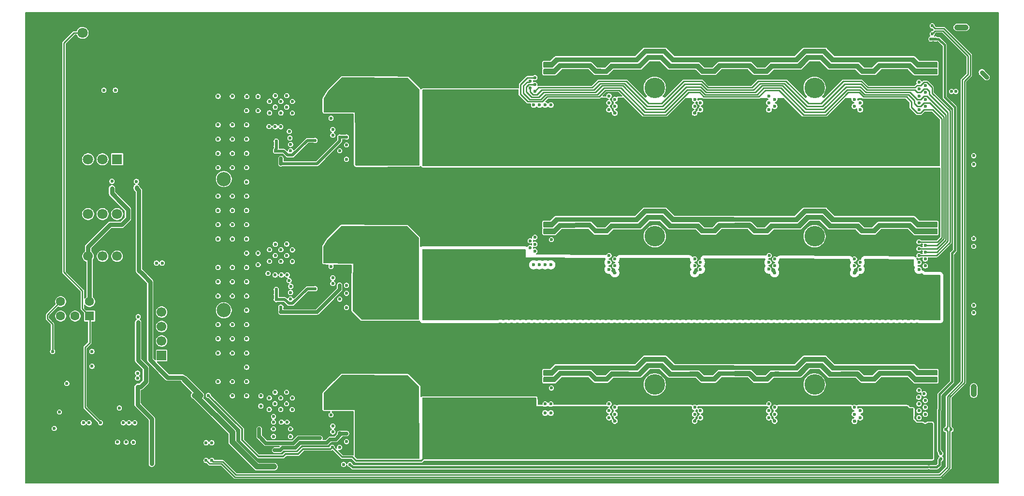
<source format=gbr>
%TF.GenerationSoftware,KiCad,Pcbnew,9.0.5*%
%TF.CreationDate,2025-10-28T20:55:23+05:00*%
%TF.ProjectId,LV08,4c563038-2e6b-4696-9361-645f70636258,rev?*%
%TF.SameCoordinates,Original*%
%TF.FileFunction,Copper,L3,Inr*%
%TF.FilePolarity,Positive*%
%FSLAX46Y46*%
G04 Gerber Fmt 4.6, Leading zero omitted, Abs format (unit mm)*
G04 Created by KiCad (PCBNEW 9.0.5) date 2025-10-28 20:55:23*
%MOMM*%
%LPD*%
G01*
G04 APERTURE LIST*
%TA.AperFunction,ComponentPad*%
%ADD10C,2.500000*%
%TD*%
%TA.AperFunction,ComponentPad*%
%ADD11R,1.700000X1.700000*%
%TD*%
%TA.AperFunction,ComponentPad*%
%ADD12C,1.700000*%
%TD*%
%TA.AperFunction,ComponentPad*%
%ADD13C,3.600000*%
%TD*%
%TA.AperFunction,ComponentPad*%
%ADD14R,1.800000X1.800000*%
%TD*%
%TA.AperFunction,ComponentPad*%
%ADD15C,1.800000*%
%TD*%
%TA.AperFunction,ComponentPad*%
%ADD16C,3.800000*%
%TD*%
%TA.AperFunction,ComponentPad*%
%ADD17C,2.000000*%
%TD*%
%TA.AperFunction,ComponentPad*%
%ADD18R,1.600000X1.600000*%
%TD*%
%TA.AperFunction,ComponentPad*%
%ADD19C,1.600000*%
%TD*%
%TA.AperFunction,ViaPad*%
%ADD20C,0.600000*%
%TD*%
%TA.AperFunction,Conductor*%
%ADD21C,0.508000*%
%TD*%
%TA.AperFunction,Conductor*%
%ADD22C,0.650000*%
%TD*%
%TA.AperFunction,Conductor*%
%ADD23C,0.800000*%
%TD*%
%TA.AperFunction,Conductor*%
%ADD24C,1.000000*%
%TD*%
%TA.AperFunction,Conductor*%
%ADD25C,0.400000*%
%TD*%
%TA.AperFunction,Conductor*%
%ADD26C,0.300000*%
%TD*%
%TA.AperFunction,Conductor*%
%ADD27C,0.350000*%
%TD*%
%TA.AperFunction,Conductor*%
%ADD28C,0.254000*%
%TD*%
G04 APERTURE END LIST*
D10*
%TO.N,GND*%
%TO.C,J10*%
X87597381Y-81508503D03*
%TO.N,VCC_12V0*%
X92597381Y-81508503D03*
%TD*%
%TO.N,GND*%
%TO.C,J2*%
X87600000Y-58500000D03*
%TO.N,VCC_12V0*%
X92600000Y-58500000D03*
%TD*%
D11*
%TO.N,Net-(D1-A)*%
%TO.C,J9*%
X81700000Y-89435008D03*
D12*
%TO.N,/ESP32/D-*%
X81700000Y-86895003D03*
%TO.N,/ESP32/D+*%
X81700000Y-84354997D03*
%TO.N,Net-(J9-Pad4)*%
X81700000Y-81814992D03*
%TD*%
D13*
%TO.N,unconnected-(M4-Pad1)*%
%TO.C,M4*%
X196100000Y-94525000D03*
%TD*%
D14*
%TO.N,GND*%
%TO.C,J6*%
X66285547Y-64642819D03*
D15*
%TO.N,VCC_12V0*%
X68825552Y-64642819D03*
%TO.N,/Sensors_Modules/FAN1_TACH*%
X71365558Y-64642819D03*
%TO.N,/Sensors_Modules/FAN1_PWM*%
X73905563Y-64642819D03*
%TD*%
D11*
%TO.N,GND*%
%TO.C,J4*%
X66275000Y-72025000D03*
D12*
%TO.N,VCC_3V3*%
X68815005Y-72025000D03*
%TO.N,/Buck_Converters_TPS546D24ARVFR/SCL*%
X71355011Y-72025000D03*
%TO.N,/Buck_Converters_TPS546D24ARVFR/SDA*%
X73895016Y-72025000D03*
%TD*%
D13*
%TO.N,N/C*%
%TO.C,M6*%
X196100000Y-42500000D03*
%TD*%
D16*
%TO.N,GND*%
%TO.C,H4*%
X86600000Y-101525000D03*
%TD*%
D13*
%TO.N,unconnected-(M3-Pad1)*%
%TO.C,M3*%
X168100000Y-94525000D03*
%TD*%
D14*
%TO.N,/Sensors_Modules/FAN2_PWM*%
%TO.C,J7*%
X73900364Y-55036661D03*
D15*
%TO.N,/Sensors_Modules/FAN2_TACH*%
X71360359Y-55036661D03*
%TO.N,VCC_12V0*%
X68820353Y-55036661D03*
%TO.N,GND*%
X66280348Y-55036661D03*
%TD*%
D16*
%TO.N,GND*%
%TO.C,H2*%
X86587280Y-34523680D03*
%TD*%
D13*
%TO.N,unconnected-(M1-Pad1)*%
%TO.C,M1*%
X168125000Y-68525000D03*
%TD*%
D16*
%TO.N,GND*%
%TO.C,H3*%
X133106067Y-34528451D03*
%TD*%
D15*
%TO.N,GND*%
%TO.C,K1*%
X72350445Y-32879997D03*
%TO.N,/ESP32/EN*%
X67849555Y-32879997D03*
D17*
%TO.N,GND*%
X66500813Y-35420003D03*
X73699187Y-35420003D03*
%TD*%
D13*
%TO.N,unconnected-(M2-Pad1)*%
%TO.C,M2*%
X196100000Y-68525000D03*
%TD*%
%TO.N,N/C*%
%TO.C,M5*%
X168100000Y-42500000D03*
%TD*%
D18*
%TO.N,/ESP32/EN*%
%TO.C,J3*%
X69096049Y-82526284D03*
D19*
%TO.N,VCC_3V3*%
X69096049Y-79986278D03*
%TO.N,/ESP32/P_TX*%
X66556044Y-82526284D03*
%TO.N,GND*%
X66556044Y-79986278D03*
%TO.N,/ESP32/P_RX*%
X64016039Y-82526284D03*
%TO.N,/ESP32/IO0*%
X64016039Y-79986278D03*
%TD*%
D20*
%TO.N,GND*%
X169890000Y-60760000D03*
X159890000Y-57760000D03*
X181050000Y-86960000D03*
X190800000Y-29900000D03*
X147050000Y-87960000D03*
X178050000Y-86960000D03*
X105880000Y-62380000D03*
X81250000Y-35240000D03*
X189100000Y-100925000D03*
X154050000Y-85960000D03*
X116700000Y-36970000D03*
X177800000Y-32900000D03*
X180800000Y-29900000D03*
X93700000Y-34970000D03*
X227500000Y-95490000D03*
X159050000Y-83960000D03*
X175890000Y-61760000D03*
X226500000Y-80490000D03*
X171890000Y-61760000D03*
X62370000Y-65430000D03*
X147890000Y-62760000D03*
X166890000Y-59760000D03*
X107880000Y-58380000D03*
X202050000Y-83960000D03*
X183050000Y-84960000D03*
X200050000Y-86960000D03*
X194050000Y-84960000D03*
X201050000Y-88960000D03*
X198050000Y-88960000D03*
X122700000Y-32970000D03*
X163050000Y-84960000D03*
X177800000Y-29900000D03*
X204050000Y-85960000D03*
X174800000Y-32900000D03*
X99790000Y-86720000D03*
X168890000Y-62760000D03*
X214050000Y-85960000D03*
X178800000Y-29900000D03*
X102880000Y-61380000D03*
X161890000Y-59760000D03*
X142890000Y-61760000D03*
X168800000Y-32900000D03*
X62370000Y-49430000D03*
X225500000Y-87500000D03*
X63370000Y-47430000D03*
X175890000Y-58760000D03*
X204800000Y-29900000D03*
X148890000Y-58760000D03*
X85250000Y-89000000D03*
X79690000Y-51870000D03*
X169890000Y-58760000D03*
X188050000Y-84960000D03*
X155890000Y-58760000D03*
X106790000Y-84720000D03*
X208890000Y-61760000D03*
X189050000Y-88960000D03*
X96700000Y-33970000D03*
X205890000Y-59760000D03*
X225500000Y-86500000D03*
X149890000Y-60760000D03*
X176800000Y-33900000D03*
X163050000Y-83960000D03*
X142890000Y-57750000D03*
X164890000Y-57760000D03*
X107700000Y-35970000D03*
X123700000Y-34970000D03*
X114700000Y-34970000D03*
X213050000Y-88960000D03*
X59370000Y-39430000D03*
X107880000Y-63380000D03*
X189800000Y-29900000D03*
X77250000Y-39250000D03*
X170800000Y-31900000D03*
X157050000Y-86960000D03*
X62370000Y-56430000D03*
X58370000Y-38430000D03*
X127700000Y-36970000D03*
X68000000Y-37250000D03*
X185800000Y-33900000D03*
X116700000Y-33970000D03*
X183050000Y-88960000D03*
X63370000Y-62430000D03*
X143890000Y-62760000D03*
X196890000Y-60760000D03*
X165050000Y-87960000D03*
X121700000Y-34970000D03*
X141050000Y-84960000D03*
X186890000Y-62760000D03*
X165050000Y-84960000D03*
X208800000Y-33900000D03*
X147890000Y-61760000D03*
X103880000Y-62380000D03*
X177050000Y-88960000D03*
X225500000Y-76490000D03*
X202800000Y-30900000D03*
X185800000Y-29900000D03*
X99790000Y-87720000D03*
X164050000Y-83960000D03*
X183050000Y-85960000D03*
X59370000Y-64430000D03*
X142890000Y-59760000D03*
X92700000Y-31970000D03*
X105700000Y-31970000D03*
X154890000Y-57760000D03*
X82690000Y-50870000D03*
X185050000Y-83960000D03*
X63370000Y-60430000D03*
X211050000Y-88960000D03*
X117700000Y-36970000D03*
X143890000Y-57750000D03*
X62370000Y-73430000D03*
X186050000Y-86960000D03*
X84250000Y-89000000D03*
X205890000Y-57760000D03*
X201800000Y-30900000D03*
X118700000Y-33970000D03*
X103790000Y-88720000D03*
X225500000Y-82490000D03*
X197890000Y-57760000D03*
X103880000Y-61380000D03*
X159800000Y-34900000D03*
X165890000Y-58760000D03*
X62370000Y-60430000D03*
X85000000Y-78500000D03*
X59370000Y-68430000D03*
X227500000Y-90480000D03*
X169050000Y-84960000D03*
X139890000Y-61760000D03*
X102790000Y-85720000D03*
X191050000Y-86960000D03*
X107790000Y-83720000D03*
X209800000Y-31900000D03*
X151890000Y-62760000D03*
X102700000Y-34970000D03*
X86250000Y-104000000D03*
X195890000Y-61760000D03*
X225500000Y-59500000D03*
X143800000Y-32900000D03*
X147800000Y-29900000D03*
X141050000Y-86960000D03*
X188890000Y-60760000D03*
X210890000Y-61760000D03*
X61370000Y-61430000D03*
X164890000Y-60760000D03*
X61370000Y-37430000D03*
X161050000Y-88960000D03*
X226500000Y-76490000D03*
X143050000Y-84960000D03*
X202890000Y-59760000D03*
X170050000Y-83960000D03*
X187890000Y-61760000D03*
X139800000Y-34900000D03*
X209890000Y-60760000D03*
X168800000Y-34900000D03*
X203098400Y-74955400D03*
X159050000Y-84960000D03*
X170890000Y-60760000D03*
X102790000Y-83710000D03*
X203800000Y-34900000D03*
X160890000Y-62760000D03*
X101700000Y-31970000D03*
X161050000Y-87960000D03*
X172800000Y-30900000D03*
X145800000Y-33900000D03*
X120700000Y-35970000D03*
X78690000Y-52870000D03*
X100880000Y-60380000D03*
X158890000Y-61760000D03*
X85000000Y-77500000D03*
X204050000Y-86960000D03*
X160800000Y-33900000D03*
X162050000Y-85960000D03*
X155800000Y-29900000D03*
X102790000Y-84720000D03*
X158800000Y-33900000D03*
X140800000Y-30900000D03*
X206890000Y-62760000D03*
X163800000Y-32900000D03*
X184800000Y-34900000D03*
X84250000Y-84990000D03*
X152800000Y-31900000D03*
X176890000Y-60760000D03*
X140890000Y-59760000D03*
X59370000Y-47430000D03*
X190050000Y-87960000D03*
X170890000Y-57760000D03*
X148800000Y-31900000D03*
X208800000Y-31900000D03*
X159800000Y-33900000D03*
X160050000Y-86960000D03*
X227500000Y-88500000D03*
X79690000Y-48860000D03*
X58360000Y-72430000D03*
X195800000Y-31900000D03*
X58370000Y-49430000D03*
X181890000Y-62760000D03*
X194800000Y-33900000D03*
X173800000Y-32900000D03*
X92700000Y-32970000D03*
X84000000Y-77500000D03*
X62370000Y-70430000D03*
X158800000Y-30900000D03*
X167050000Y-88960000D03*
X62370000Y-41430000D03*
X185050000Y-86960000D03*
X88250000Y-89000000D03*
X124700000Y-34970000D03*
X169050000Y-85960000D03*
X191800000Y-31900000D03*
X193890000Y-62760000D03*
X63370000Y-57430000D03*
X169800000Y-34900000D03*
X195800000Y-34900000D03*
X162890000Y-57760000D03*
X148890000Y-59760000D03*
X184050000Y-88960000D03*
X62370000Y-54430000D03*
X142800000Y-32900000D03*
X205800000Y-34900000D03*
X184050000Y-84960000D03*
X101700000Y-36970000D03*
X99700000Y-32970000D03*
X63370000Y-53430000D03*
X209890000Y-62760000D03*
X102880000Y-60380000D03*
X158800000Y-29900000D03*
X191890000Y-58760000D03*
X208050000Y-86960000D03*
X192050000Y-87960000D03*
X60370000Y-37430000D03*
X175050000Y-83950000D03*
X110700000Y-33970000D03*
X77690000Y-52870000D03*
X212890000Y-57760000D03*
X155800000Y-33900000D03*
X208800000Y-29900000D03*
X61370000Y-45430000D03*
X227500000Y-62500000D03*
X59370000Y-65430000D03*
X61370000Y-56430000D03*
X70000000Y-40250000D03*
X206800000Y-34900000D03*
X191050000Y-83960000D03*
X78690000Y-49870000D03*
X198050000Y-87960000D03*
X105790000Y-85720000D03*
X165800000Y-31900000D03*
X102880000Y-58370000D03*
X100700000Y-34970000D03*
X150800000Y-32900000D03*
X206050000Y-83960000D03*
X180890000Y-62760000D03*
X88000000Y-74500000D03*
X60370000Y-65430000D03*
X225500000Y-85500000D03*
X173050000Y-84960000D03*
X198890000Y-61760000D03*
X143050000Y-88960000D03*
X201050000Y-83960000D03*
X186890000Y-59760000D03*
X205800000Y-32900000D03*
X152050000Y-87960000D03*
X105880000Y-63380000D03*
X80250000Y-40250000D03*
X92700000Y-33970000D03*
X212890000Y-60760000D03*
X85000000Y-74500000D03*
X157050000Y-84960000D03*
X226500000Y-58500000D03*
X202890000Y-60760000D03*
X226500000Y-97490000D03*
X197800000Y-33900000D03*
X88000000Y-75500000D03*
X146890000Y-57760000D03*
X82690000Y-52870000D03*
X185890000Y-59760000D03*
X60370000Y-44430000D03*
X164890000Y-61760000D03*
X205890000Y-61760000D03*
X209050000Y-86960000D03*
X176050000Y-86960000D03*
X84690000Y-49870000D03*
X183890000Y-57760000D03*
X119700000Y-35970000D03*
X226500000Y-56500000D03*
X170800000Y-34900000D03*
X85000000Y-76500000D03*
X108700000Y-32970000D03*
X150050000Y-84960000D03*
X227500000Y-60490000D03*
X105700000Y-33970000D03*
X60370000Y-67430000D03*
X226500000Y-83490000D03*
X212050000Y-83960000D03*
X98700000Y-31970000D03*
X58370000Y-52430000D03*
X168050000Y-85960000D03*
X84690000Y-48870000D03*
X180050000Y-87960000D03*
X157050000Y-83960000D03*
X58370000Y-51430000D03*
X153050000Y-86960000D03*
X192050000Y-83960000D03*
X123700000Y-33970000D03*
X144890000Y-61760000D03*
X158050000Y-83960000D03*
X100880000Y-59380000D03*
X59370000Y-66430000D03*
X167050000Y-86960000D03*
X209890000Y-57760000D03*
X147800000Y-34900000D03*
X179800000Y-34900000D03*
X121700000Y-36970000D03*
X157800000Y-33900000D03*
X84250000Y-87000000D03*
X227500000Y-104500000D03*
X163800000Y-30900000D03*
X208890000Y-57760000D03*
X175050000Y-84960000D03*
X197890000Y-59760000D03*
X182050000Y-87960000D03*
X90700000Y-32970000D03*
X153050000Y-84960000D03*
X101790000Y-85720000D03*
X207800000Y-30900000D03*
X90700000Y-31960000D03*
X185890000Y-60760000D03*
X126700000Y-31970000D03*
X107700000Y-36970000D03*
X84250000Y-86000000D03*
X143050000Y-86960000D03*
X209890000Y-58760000D03*
X208890000Y-62760000D03*
X90700000Y-35970000D03*
X155050000Y-86960000D03*
X183800000Y-31900000D03*
X148050000Y-84960000D03*
X149050000Y-85960000D03*
X88500000Y-103250000D03*
X212050000Y-88960000D03*
X211890000Y-61760000D03*
X152800000Y-32900000D03*
X144050000Y-88960000D03*
X81690000Y-51870000D03*
X227500000Y-86500000D03*
X164890000Y-58760000D03*
X225500000Y-70510000D03*
X203890000Y-57760000D03*
X127700000Y-34970000D03*
X178800000Y-34900000D03*
X148050000Y-85960000D03*
X147890000Y-60760000D03*
X180890000Y-57760000D03*
X101700000Y-33970000D03*
X178890000Y-61760000D03*
X58370000Y-54430000D03*
X119700000Y-33970000D03*
X114700000Y-36970000D03*
X103880000Y-60380000D03*
X182800000Y-31900000D03*
X147050000Y-84960000D03*
X149800000Y-31900000D03*
X77690000Y-48860000D03*
X84690000Y-50870000D03*
X199800000Y-33900000D03*
X146800000Y-30900000D03*
X101700000Y-32970000D03*
X59370000Y-42430000D03*
X152050000Y-85960000D03*
X143800000Y-30900000D03*
X141800000Y-33900000D03*
X105880000Y-61380000D03*
X225500000Y-103500000D03*
X77690000Y-53870000D03*
X99880000Y-60380000D03*
X87000000Y-74500000D03*
X101880000Y-63380000D03*
X177050000Y-86960000D03*
X169890000Y-62760000D03*
X103700000Y-36970000D03*
X172800000Y-33900000D03*
X166800000Y-33900000D03*
X85250000Y-84990000D03*
X99700000Y-35970000D03*
X209800000Y-30900000D03*
X191800000Y-34900000D03*
X150800000Y-33900000D03*
X87250000Y-88000000D03*
X193050000Y-84960000D03*
X200050000Y-84960000D03*
X107790000Y-88720000D03*
X63370000Y-54430000D03*
X194890000Y-61760000D03*
X178800000Y-32900000D03*
X163050000Y-86960000D03*
X155050000Y-87960000D03*
X166890000Y-58760000D03*
X187800000Y-31900000D03*
X180050000Y-84960000D03*
X188890000Y-61760000D03*
X176890000Y-57750000D03*
X201890000Y-62760000D03*
X227500000Y-78480000D03*
X210050000Y-88960000D03*
X197800000Y-30900000D03*
X227500000Y-107500000D03*
X61370000Y-59430000D03*
X60370000Y-57430000D03*
X62370000Y-68430000D03*
X160890000Y-59760000D03*
X207050000Y-83960000D03*
X227500000Y-89500000D03*
X193800000Y-33900000D03*
X62370000Y-47430000D03*
X146050000Y-88960000D03*
X178050000Y-83950000D03*
X62370000Y-46430000D03*
X159890000Y-59760000D03*
X127700000Y-31970000D03*
X155050000Y-85960000D03*
X177050000Y-83950000D03*
X177050000Y-87960000D03*
X115700000Y-35970000D03*
X144800000Y-30900000D03*
X60370000Y-40430000D03*
X180890000Y-59760000D03*
X193890000Y-59760000D03*
X87250000Y-84990000D03*
X152050000Y-88960000D03*
X187800000Y-30900000D03*
X121700000Y-31970000D03*
X206890000Y-57760000D03*
X62370000Y-63430000D03*
X152800000Y-30900000D03*
X157800000Y-32900000D03*
X204890000Y-61760000D03*
X152800000Y-34900000D03*
X225500000Y-57500000D03*
X171800000Y-30900000D03*
X211800000Y-32900000D03*
X205050000Y-88960000D03*
X175100000Y-74925000D03*
X156800000Y-33900000D03*
X84690000Y-51870000D03*
X210890000Y-62760000D03*
X69000000Y-37250000D03*
X174890000Y-58760000D03*
X63370000Y-58430000D03*
X159800000Y-32900000D03*
X105700000Y-35970000D03*
X154800000Y-31900000D03*
X168050000Y-87960000D03*
X60370000Y-54430000D03*
X178050000Y-84960000D03*
X140800000Y-34900000D03*
X225500000Y-100490000D03*
X63370000Y-42430000D03*
X157800000Y-29900000D03*
X186050000Y-83960000D03*
X139890000Y-60760000D03*
X197890000Y-58760000D03*
X59370000Y-57430000D03*
X59370000Y-44430000D03*
X186800000Y-34900000D03*
X160050000Y-85960000D03*
X203890000Y-61760000D03*
X181890000Y-58760000D03*
X226500000Y-63500000D03*
X211800000Y-31900000D03*
X200890000Y-59760000D03*
X166890000Y-57760000D03*
X61370000Y-48430000D03*
X206050000Y-88960000D03*
X202890000Y-58760000D03*
X210890000Y-60760000D03*
X156890000Y-62760000D03*
X215500000Y-100925000D03*
X139800000Y-29890000D03*
X79250000Y-37250000D03*
X150050000Y-88960000D03*
X149050000Y-86960000D03*
X190890000Y-61760000D03*
X207800000Y-33900000D03*
X154050000Y-83960000D03*
X225500000Y-78480000D03*
X180800000Y-32900000D03*
X158890000Y-60760000D03*
X226500000Y-69510000D03*
X58370000Y-61430000D03*
X95700000Y-31970000D03*
X167890000Y-62760000D03*
X147050000Y-85960000D03*
X167890000Y-57760000D03*
X188890000Y-59760000D03*
X204050000Y-83960000D03*
X185890000Y-61760000D03*
X59370000Y-60430000D03*
X153800000Y-33900000D03*
X202050000Y-88960000D03*
X86250000Y-84990000D03*
X77250000Y-37250000D03*
X167890000Y-59760000D03*
X170800000Y-30900000D03*
X149050000Y-88960000D03*
X88000000Y-78500000D03*
X147890000Y-59760000D03*
X187890000Y-58760000D03*
X162890000Y-60760000D03*
X62370000Y-67430000D03*
X157050000Y-87960000D03*
X204800000Y-34900000D03*
X160800000Y-32900000D03*
X59370000Y-61430000D03*
X226500000Y-78480000D03*
X184800000Y-32900000D03*
X195890000Y-57760000D03*
X227500000Y-93490000D03*
X196890000Y-61760000D03*
X226500000Y-65500000D03*
X155050000Y-83960000D03*
X174050000Y-88960000D03*
X90700000Y-36970000D03*
X60370000Y-68430000D03*
X227500000Y-55500000D03*
X192890000Y-62760000D03*
X83690000Y-53870000D03*
X194800000Y-29900000D03*
X211050000Y-85960000D03*
X164050000Y-86960000D03*
X83690000Y-50870000D03*
X227500000Y-77490000D03*
X104700000Y-36970000D03*
X191050000Y-85960000D03*
X173800000Y-34900000D03*
X197890000Y-62760000D03*
X172890000Y-57750000D03*
X202800000Y-33900000D03*
X201050000Y-84960000D03*
X188800000Y-32900000D03*
X157800000Y-30900000D03*
X175890000Y-57750000D03*
X190800000Y-31900000D03*
X99700000Y-33970000D03*
X83690000Y-52870000D03*
X111700000Y-34970000D03*
X105880000Y-59380000D03*
X180890000Y-61760000D03*
X58370000Y-55430000D03*
X168050000Y-86960000D03*
X174050000Y-83950000D03*
X78250000Y-35240000D03*
X141050000Y-85960000D03*
X111700000Y-35970000D03*
X171050000Y-83960000D03*
X207050000Y-85960000D03*
X151050000Y-88960000D03*
X60370000Y-71430000D03*
X172890000Y-61760000D03*
X59370000Y-38430000D03*
X144890000Y-57750000D03*
X168050000Y-88960000D03*
X106880000Y-61380000D03*
X104790000Y-88720000D03*
X204890000Y-60760000D03*
X88500000Y-104250000D03*
X59370000Y-62430000D03*
X153050000Y-83960000D03*
X196800000Y-33900000D03*
X148050000Y-87960000D03*
X203890000Y-59760000D03*
X96700000Y-36970000D03*
X182890000Y-61760000D03*
X160050000Y-84960000D03*
X140890000Y-60760000D03*
X188050000Y-85960000D03*
X162050000Y-83960000D03*
X207050000Y-86960000D03*
X58370000Y-63430000D03*
X118700000Y-35970000D03*
X97700000Y-34970000D03*
X63370000Y-43430000D03*
X168050000Y-84960000D03*
X203050000Y-88960000D03*
X60370000Y-53430000D03*
X163890000Y-59760000D03*
X143890000Y-60760000D03*
X165050000Y-85960000D03*
X79690000Y-52870000D03*
X115700000Y-36970000D03*
X151050000Y-86960000D03*
X180800000Y-33900000D03*
X192050000Y-84960000D03*
X60370000Y-50430000D03*
X180050000Y-83960000D03*
X149800000Y-33900000D03*
X142050000Y-88960000D03*
X198890000Y-57760000D03*
X187800000Y-29900000D03*
X62370000Y-48430000D03*
X101880000Y-58370000D03*
X59370000Y-54430000D03*
X58370000Y-45430000D03*
X186050000Y-88960000D03*
X162800000Y-32900000D03*
X84000000Y-78500000D03*
X112700000Y-32970000D03*
X169050000Y-88960000D03*
X176800000Y-29900000D03*
X202050000Y-84960000D03*
X159050000Y-85960000D03*
X105790000Y-87720000D03*
X176890000Y-58760000D03*
X178890000Y-59760000D03*
X184890000Y-57760000D03*
X58370000Y-65430000D03*
X156050000Y-88960000D03*
X177890000Y-60760000D03*
X106700000Y-34970000D03*
X225500000Y-88500000D03*
X208890000Y-58760000D03*
X206050000Y-84960000D03*
X161800000Y-29900000D03*
X198800000Y-32900000D03*
X173800000Y-33900000D03*
X210800000Y-34900000D03*
X58370000Y-53430000D03*
X154800000Y-34900000D03*
X60370000Y-39430000D03*
X226500000Y-73490000D03*
X86000000Y-74500000D03*
X58360000Y-73430000D03*
X172050000Y-87960000D03*
X120700000Y-34970000D03*
X165800000Y-29900000D03*
X206050000Y-87960000D03*
X199050000Y-88960000D03*
X82690000Y-49870000D03*
X202050000Y-86960000D03*
X209050000Y-88960000D03*
X95700000Y-34970000D03*
X173800000Y-30900000D03*
X62370000Y-39430000D03*
X58370000Y-36430000D03*
X207890000Y-60760000D03*
X123700000Y-36970000D03*
X70000000Y-37250000D03*
X226500000Y-98490000D03*
X188890000Y-57760000D03*
X182800000Y-33900000D03*
X58370000Y-68430000D03*
X192800000Y-30900000D03*
X196050000Y-86960000D03*
X190890000Y-59760000D03*
X201050000Y-85960000D03*
X213050000Y-83960000D03*
X202800000Y-29900000D03*
X139800000Y-33900000D03*
X81690000Y-48860000D03*
X153800000Y-32900000D03*
X177800000Y-31900000D03*
X63370000Y-72430000D03*
X58370000Y-70430000D03*
X99880000Y-61380000D03*
X190050000Y-83960000D03*
X85000000Y-73490000D03*
X175890000Y-62760000D03*
X72000000Y-37250000D03*
X101790000Y-84720000D03*
X195050000Y-84960000D03*
X227500000Y-84490000D03*
X105790000Y-84720000D03*
X192050000Y-85960000D03*
X181800000Y-30900000D03*
X184050000Y-86960000D03*
X118700000Y-32970000D03*
X78690000Y-48860000D03*
X148050000Y-86960000D03*
X62370000Y-57430000D03*
X175800000Y-30900000D03*
X197050000Y-86960000D03*
X227500000Y-68510000D03*
X60370000Y-43430000D03*
X138800000Y-30900000D03*
X207890000Y-62760000D03*
X60370000Y-36430000D03*
X205050000Y-87960000D03*
X192890000Y-57760000D03*
X187800000Y-34900000D03*
X169800000Y-29900000D03*
X62370000Y-62430000D03*
X163890000Y-61760000D03*
X177800000Y-34900000D03*
X193050000Y-86960000D03*
X184800000Y-33900000D03*
X194890000Y-57760000D03*
X171890000Y-59760000D03*
X106790000Y-87720000D03*
X100000000Y-105750000D03*
X206890000Y-58760000D03*
X201890000Y-59760000D03*
X102700000Y-35970000D03*
X196890000Y-59760000D03*
X106880000Y-62380000D03*
X97700000Y-32970000D03*
X164800000Y-29900000D03*
X105700000Y-32970000D03*
X71000000Y-37250000D03*
X151800000Y-30900000D03*
X181050000Y-85960000D03*
X169050000Y-83960000D03*
X85690000Y-48870000D03*
X87250000Y-87000000D03*
X81250000Y-39250000D03*
X162050000Y-88960000D03*
X212050000Y-86960000D03*
X212890000Y-62760000D03*
X207800000Y-31900000D03*
X62370000Y-58430000D03*
X201890000Y-61760000D03*
X203800000Y-29900000D03*
X161100000Y-46925000D03*
X194050000Y-83960000D03*
X155890000Y-60760000D03*
X121700000Y-35970000D03*
X178890000Y-62760000D03*
X206800000Y-32900000D03*
X144890000Y-58760000D03*
X104790000Y-83710000D03*
X144800000Y-33900000D03*
X80690000Y-50870000D03*
X207050000Y-87960000D03*
X150890000Y-57760000D03*
X186890000Y-58760000D03*
X174800000Y-30900000D03*
X101880000Y-59380000D03*
X178800000Y-30900000D03*
X111700000Y-36970000D03*
X174050000Y-84960000D03*
X226500000Y-61500000D03*
X177890000Y-61760000D03*
X177050000Y-84960000D03*
X62370000Y-45430000D03*
X122700000Y-34970000D03*
X183890000Y-62760000D03*
X171890000Y-60760000D03*
X163890000Y-57760000D03*
X114700000Y-35970000D03*
X161890000Y-60760000D03*
X109700000Y-36970000D03*
X189050000Y-83960000D03*
X190050000Y-84960000D03*
X195800000Y-29900000D03*
X164050000Y-85960000D03*
X141800000Y-29890000D03*
X175800000Y-31900000D03*
X91700000Y-36970000D03*
X203800000Y-33900000D03*
X146050000Y-86960000D03*
X211800000Y-29900000D03*
X104700000Y-35970000D03*
X151890000Y-61760000D03*
X207890000Y-61760000D03*
X199800000Y-34900000D03*
X151890000Y-57760000D03*
X206890000Y-60760000D03*
X210800000Y-31900000D03*
X61370000Y-73430000D03*
X225500000Y-93490000D03*
X149050000Y-87960000D03*
X166800000Y-32900000D03*
X184890000Y-58760000D03*
X150890000Y-60760000D03*
X111700000Y-31970000D03*
X174800000Y-33900000D03*
X95700000Y-35970000D03*
X211890000Y-59760000D03*
X99880000Y-62380000D03*
X189890000Y-62760000D03*
X59370000Y-72430000D03*
X163890000Y-62760000D03*
X180890000Y-60760000D03*
X226500000Y-72480000D03*
X63370000Y-69430000D03*
X122700000Y-31970000D03*
X157800000Y-31900000D03*
X146800000Y-32900000D03*
X226500000Y-71510000D03*
X104880000Y-60380000D03*
X88000000Y-77500000D03*
X191050000Y-84960000D03*
X227500000Y-76490000D03*
X102790000Y-88720000D03*
X204800000Y-30900000D03*
X60370000Y-46430000D03*
X179050000Y-84960000D03*
X70000000Y-39250000D03*
X151890000Y-59760000D03*
X174800000Y-29890000D03*
X166050000Y-85960000D03*
X116700000Y-32970000D03*
X225500000Y-67510000D03*
X156050000Y-85960000D03*
X145800000Y-31900000D03*
X189890000Y-61760000D03*
X151890000Y-60760000D03*
X61370000Y-57430000D03*
X181890000Y-61760000D03*
X227500000Y-59500000D03*
X169890000Y-61760000D03*
X99790000Y-84720000D03*
X146800000Y-34900000D03*
X180050000Y-88960000D03*
X96700000Y-32970000D03*
X205050000Y-83960000D03*
X58370000Y-42430000D03*
X63370000Y-38430000D03*
X166050000Y-84960000D03*
X154050000Y-88960000D03*
X81690000Y-50870000D03*
X104700000Y-33970000D03*
X154050000Y-84960000D03*
X202890000Y-61760000D03*
X226500000Y-55500000D03*
X164800000Y-33900000D03*
X99880000Y-59380000D03*
X70000000Y-35240000D03*
X156050000Y-84960000D03*
X201800000Y-31900000D03*
X189800000Y-30900000D03*
X176050000Y-84960000D03*
X175800000Y-32900000D03*
X176800000Y-32900000D03*
X120700000Y-31970000D03*
X186890000Y-57760000D03*
X170050000Y-85960000D03*
X145890000Y-60760000D03*
X84690000Y-53870000D03*
X194050000Y-85960000D03*
X178890000Y-57760000D03*
X163890000Y-58760000D03*
X200050000Y-87960000D03*
X161890000Y-57760000D03*
X104790000Y-86720000D03*
X166800000Y-30900000D03*
X60370000Y-47430000D03*
X182800000Y-30900000D03*
X102700000Y-31970000D03*
X198800000Y-33900000D03*
X80250000Y-39250000D03*
X226500000Y-106500000D03*
X204800000Y-31900000D03*
X106700000Y-32970000D03*
X207050000Y-88960000D03*
X199050000Y-83960000D03*
X125700000Y-35970000D03*
X100790000Y-88720000D03*
X200050000Y-85960000D03*
X213050000Y-86960000D03*
X171050000Y-84960000D03*
X186800000Y-33900000D03*
X100790000Y-86720000D03*
X198800000Y-29900000D03*
X210890000Y-57760000D03*
X109700000Y-31970000D03*
X227500000Y-105500000D03*
X226500000Y-59500000D03*
X103880000Y-63380000D03*
X225500000Y-58500000D03*
X159800000Y-30900000D03*
X184800000Y-29900000D03*
X171800000Y-29890000D03*
X211800000Y-30900000D03*
X179050000Y-86960000D03*
X146890000Y-60760000D03*
X94700000Y-34970000D03*
X225500000Y-95490000D03*
X100880000Y-63380000D03*
X142800000Y-31900000D03*
X104880000Y-58370000D03*
X153890000Y-61760000D03*
X113700000Y-31970000D03*
X166800000Y-34900000D03*
X63370000Y-48430000D03*
X144050000Y-86960000D03*
X225500000Y-96480000D03*
X195890000Y-62760000D03*
X225500000Y-102490000D03*
X140800000Y-33900000D03*
X200800000Y-33900000D03*
X118700000Y-36970000D03*
X183050000Y-83960000D03*
X227500000Y-73490000D03*
X226500000Y-94490000D03*
X103790000Y-85720000D03*
X190800000Y-30900000D03*
X153800000Y-34900000D03*
X60370000Y-70430000D03*
X72000000Y-40250000D03*
X226500000Y-95490000D03*
X146890000Y-62760000D03*
X226500000Y-75490000D03*
X199890000Y-61760000D03*
X225500000Y-106500000D03*
X102880000Y-63380000D03*
X61370000Y-39430000D03*
X113700000Y-35970000D03*
X140800000Y-32900000D03*
X59370000Y-73430000D03*
X80250000Y-37250000D03*
X62370000Y-37430000D03*
X227500000Y-92490000D03*
X107700000Y-33970000D03*
X200890000Y-61760000D03*
X166050000Y-83960000D03*
X194050000Y-87960000D03*
X160050000Y-87960000D03*
X176800000Y-30900000D03*
X170890000Y-58760000D03*
X179800000Y-31900000D03*
X147800000Y-32900000D03*
X192890000Y-60760000D03*
X186800000Y-31900000D03*
X174800000Y-34900000D03*
X165890000Y-60760000D03*
X166050000Y-86960000D03*
X183800000Y-32900000D03*
X154890000Y-59760000D03*
X188800000Y-34900000D03*
X144800000Y-34900000D03*
X206050000Y-86960000D03*
X205050000Y-84960000D03*
X226500000Y-70510000D03*
X152890000Y-59760000D03*
X225500000Y-94490000D03*
X174800000Y-31900000D03*
X226500000Y-90480000D03*
X203100000Y-100950000D03*
X152890000Y-61760000D03*
X161050000Y-86960000D03*
X63370000Y-64430000D03*
X227500000Y-98490000D03*
X108700000Y-36970000D03*
X91700000Y-31960000D03*
X175800000Y-29890000D03*
X60370000Y-41430000D03*
X77250000Y-40250000D03*
X145800000Y-32900000D03*
X161890000Y-62760000D03*
X170800000Y-32900000D03*
X150890000Y-58760000D03*
X166890000Y-61760000D03*
X107700000Y-32970000D03*
X110700000Y-36970000D03*
X197800000Y-34900000D03*
X150050000Y-86960000D03*
X196800000Y-31900000D03*
X194050000Y-86960000D03*
X145050000Y-84960000D03*
X63370000Y-56430000D03*
X63370000Y-73430000D03*
X85690000Y-50870000D03*
X208050000Y-85960000D03*
X167800000Y-31900000D03*
X69000000Y-39250000D03*
X62370000Y-61430000D03*
X61370000Y-63430000D03*
X61370000Y-44430000D03*
X140890000Y-58760000D03*
X80690000Y-51870000D03*
X147890000Y-57760000D03*
X92700000Y-34970000D03*
X178050000Y-88960000D03*
X99700000Y-34970000D03*
X191800000Y-30900000D03*
X161100000Y-100925000D03*
X173800000Y-29890000D03*
X211800000Y-33900000D03*
X100700000Y-35970000D03*
X227500000Y-57500000D03*
X204890000Y-59760000D03*
X185800000Y-31900000D03*
X172050000Y-85960000D03*
X59370000Y-45430000D03*
X183800000Y-34900000D03*
X176050000Y-87960000D03*
X58370000Y-56430000D03*
X204050000Y-84960000D03*
X147800000Y-30900000D03*
X197050000Y-85960000D03*
X193800000Y-30900000D03*
X208050000Y-84960000D03*
X118700000Y-34970000D03*
X214050000Y-84960000D03*
X171050000Y-86960000D03*
X148890000Y-57760000D03*
X183890000Y-59760000D03*
X98700000Y-33970000D03*
X86250000Y-90000000D03*
X195050000Y-87960000D03*
X190800000Y-33900000D03*
X225500000Y-65500000D03*
X190890000Y-62760000D03*
X167800000Y-29900000D03*
X146890000Y-59760000D03*
X124700000Y-33970000D03*
X185050000Y-85960000D03*
X174890000Y-62760000D03*
X171800000Y-33900000D03*
X81250000Y-36250000D03*
X106700000Y-33970000D03*
X61370000Y-69430000D03*
X212050000Y-87960000D03*
X180050000Y-86960000D03*
X173890000Y-62760000D03*
X117700000Y-31970000D03*
X159050000Y-88960000D03*
X72000000Y-35240000D03*
X168890000Y-59760000D03*
X148890000Y-60760000D03*
X227500000Y-56500000D03*
X60370000Y-64430000D03*
X185890000Y-62760000D03*
X227500000Y-72480000D03*
X141890000Y-57750000D03*
X190800000Y-34900000D03*
X201890000Y-57760000D03*
X183890000Y-58760000D03*
X181050000Y-84960000D03*
X157890000Y-62760000D03*
X175050000Y-87960000D03*
X97700000Y-31970000D03*
X151050000Y-84960000D03*
X96700000Y-31970000D03*
X173890000Y-59760000D03*
X175100000Y-100925000D03*
X179800000Y-30900000D03*
X165800000Y-30900000D03*
X226500000Y-91490000D03*
X181050000Y-88960000D03*
X110700000Y-35970000D03*
X61370000Y-66430000D03*
X203890000Y-62760000D03*
X199800000Y-32900000D03*
X213050000Y-85960000D03*
X225500000Y-72480000D03*
X225500000Y-63500000D03*
X80250000Y-35240000D03*
X101880000Y-61380000D03*
X225500000Y-60490000D03*
X60370000Y-55430000D03*
X227500000Y-79490000D03*
X159890000Y-60760000D03*
X203050000Y-83960000D03*
X193050000Y-87960000D03*
X173050000Y-85960000D03*
X199800000Y-30900000D03*
X104790000Y-84720000D03*
X68000000Y-38250000D03*
X227500000Y-94490000D03*
X225500000Y-80490000D03*
X100700000Y-31970000D03*
X107880000Y-62380000D03*
X189800000Y-32900000D03*
X101790000Y-87720000D03*
X84000000Y-100500000D03*
X205050000Y-85960000D03*
X140890000Y-62760000D03*
X167890000Y-61760000D03*
X226500000Y-88500000D03*
X201050000Y-87960000D03*
X191890000Y-59760000D03*
X172800000Y-29890000D03*
X84000000Y-73490000D03*
X63370000Y-59430000D03*
X176890000Y-59760000D03*
X155050000Y-88960000D03*
X172050000Y-84960000D03*
X123700000Y-35970000D03*
X211890000Y-62760000D03*
X101700000Y-35970000D03*
X107880000Y-59380000D03*
X153050000Y-88960000D03*
X101880000Y-62380000D03*
X181800000Y-31900000D03*
X200890000Y-62760000D03*
X60370000Y-66430000D03*
X187050000Y-84960000D03*
X179050000Y-83960000D03*
X78250000Y-37250000D03*
X225500000Y-98490000D03*
X140800000Y-31900000D03*
X192800000Y-33900000D03*
X225500000Y-55500000D03*
X179800000Y-33900000D03*
X152050000Y-84960000D03*
X116700000Y-35970000D03*
X161890000Y-58760000D03*
X226500000Y-102490000D03*
X85690000Y-49870000D03*
X163800000Y-31900000D03*
X108700000Y-34970000D03*
X143890000Y-59760000D03*
X179890000Y-62760000D03*
X146800000Y-33900000D03*
X183050000Y-86960000D03*
X92700000Y-35970000D03*
X185800000Y-32900000D03*
X197800000Y-29900000D03*
X170800000Y-33900000D03*
X205800000Y-31900000D03*
X184800000Y-30900000D03*
X171800000Y-32900000D03*
X153890000Y-62760000D03*
X114700000Y-32970000D03*
X142890000Y-58760000D03*
X182800000Y-32900000D03*
X99880000Y-63380000D03*
X77250000Y-36250000D03*
X172890000Y-60760000D03*
X78690000Y-51870000D03*
X59370000Y-56430000D03*
X158800000Y-32900000D03*
X189890000Y-59760000D03*
X86000000Y-73490000D03*
X59370000Y-40430000D03*
X61370000Y-65430000D03*
X85000000Y-75500000D03*
X63370000Y-52430000D03*
X103700000Y-31970000D03*
X122700000Y-36970000D03*
X125700000Y-34970000D03*
X94700000Y-32970000D03*
X169050000Y-86960000D03*
X58370000Y-39430000D03*
X81250000Y-40250000D03*
X162890000Y-59760000D03*
X151050000Y-87960000D03*
X108700000Y-35970000D03*
X160800000Y-29900000D03*
X155800000Y-30900000D03*
X120700000Y-33970000D03*
X109700000Y-32970000D03*
X164890000Y-62760000D03*
X104880000Y-63380000D03*
X227500000Y-91490000D03*
X59370000Y-36430000D03*
X59370000Y-46430000D03*
X59370000Y-67430000D03*
X141890000Y-59760000D03*
X77690000Y-49870000D03*
X103700000Y-32970000D03*
X103790000Y-84720000D03*
X151050000Y-83960000D03*
X227500000Y-54490000D03*
X227500000Y-83490000D03*
X154890000Y-58760000D03*
X163800000Y-33900000D03*
X148890000Y-61760000D03*
X83690000Y-48870000D03*
X192800000Y-32900000D03*
X59370000Y-49430000D03*
X159800000Y-31900000D03*
X226500000Y-81490000D03*
X193890000Y-61760000D03*
X206800000Y-33900000D03*
X225500000Y-84490000D03*
X146050000Y-85960000D03*
X108700000Y-31970000D03*
X161800000Y-34900000D03*
X145890000Y-59760000D03*
X166800000Y-31900000D03*
X226500000Y-54490000D03*
X189800000Y-31900000D03*
X126700000Y-32970000D03*
X176050000Y-88960000D03*
X122700000Y-35970000D03*
X183050000Y-87960000D03*
X91700000Y-32970000D03*
X192800000Y-31900000D03*
X204050000Y-87960000D03*
X206800000Y-29900000D03*
X198050000Y-85960000D03*
X157890000Y-57760000D03*
X102700000Y-32970000D03*
X173050000Y-87960000D03*
X91700000Y-33970000D03*
X205800000Y-30900000D03*
X151050000Y-85960000D03*
X174890000Y-61760000D03*
X227500000Y-96480000D03*
X58370000Y-67430000D03*
X152890000Y-62760000D03*
X191800000Y-33900000D03*
X227500000Y-101490000D03*
X63370000Y-65430000D03*
X205800000Y-29900000D03*
X126700000Y-36970000D03*
X98700000Y-32970000D03*
X151800000Y-32900000D03*
X150050000Y-83960000D03*
X98500000Y-105750000D03*
X181050000Y-87960000D03*
X144050000Y-85960000D03*
X149800000Y-34900000D03*
X60370000Y-72430000D03*
X212890000Y-61760000D03*
X63370000Y-71430000D03*
X62370000Y-53430000D03*
X157050000Y-88960000D03*
X87500000Y-105250000D03*
X162050000Y-84960000D03*
X200050000Y-83960000D03*
X112700000Y-36970000D03*
X96000000Y-99000000D03*
X85690000Y-52870000D03*
X151800000Y-33900000D03*
X149890000Y-59760000D03*
X205050000Y-86960000D03*
X196890000Y-62760000D03*
X189050000Y-85960000D03*
X187050000Y-86960000D03*
X80250000Y-38250000D03*
X168800000Y-31900000D03*
X182890000Y-57760000D03*
X162800000Y-34900000D03*
X168890000Y-57760000D03*
X58370000Y-46430000D03*
X182800000Y-34900000D03*
X123700000Y-32970000D03*
X81250000Y-38250000D03*
X60370000Y-58430000D03*
X169050000Y-87960000D03*
X182050000Y-83960000D03*
X185050000Y-87960000D03*
X208050000Y-83960000D03*
X124700000Y-32970000D03*
X144890000Y-60760000D03*
X61370000Y-52430000D03*
X62370000Y-64430000D03*
X102790000Y-87720000D03*
X107790000Y-84720000D03*
X141050000Y-87960000D03*
X172890000Y-59760000D03*
X189100000Y-74925000D03*
X80690000Y-49870000D03*
X195050000Y-86960000D03*
X164800000Y-30900000D03*
X97700000Y-33970000D03*
X204050000Y-88960000D03*
X147050000Y-88960000D03*
X210050000Y-86960000D03*
X86250000Y-88000000D03*
X77250000Y-38250000D03*
X197050000Y-87960000D03*
X97700000Y-35970000D03*
X109700000Y-35970000D03*
X153050000Y-87960000D03*
X58370000Y-62430000D03*
X190800000Y-32900000D03*
X102880000Y-62380000D03*
X141800000Y-31900000D03*
X156890000Y-58760000D03*
X149050000Y-84960000D03*
X175050000Y-86960000D03*
X60370000Y-73430000D03*
X113700000Y-33970000D03*
X226500000Y-68510000D03*
X154800000Y-30900000D03*
X150890000Y-59760000D03*
X198800000Y-30900000D03*
X84250000Y-88000000D03*
X190050000Y-88960000D03*
X126700000Y-34970000D03*
X100880000Y-61380000D03*
X225500000Y-107500000D03*
X173890000Y-61760000D03*
X85690000Y-53870000D03*
X93700000Y-32970000D03*
X61370000Y-58430000D03*
X162050000Y-87960000D03*
X118700000Y-31970000D03*
X148800000Y-34900000D03*
X163050000Y-88960000D03*
X153890000Y-58760000D03*
X188050000Y-83960000D03*
X107790000Y-86720000D03*
X211050000Y-87960000D03*
X69000000Y-35240000D03*
X176050000Y-83950000D03*
X149800000Y-30900000D03*
X227500000Y-74490000D03*
X184050000Y-85960000D03*
X148050000Y-83960000D03*
X63370000Y-40430000D03*
X149890000Y-61760000D03*
X225500000Y-62500000D03*
X172890000Y-62760000D03*
X161050000Y-83960000D03*
X59370000Y-59430000D03*
X110700000Y-34970000D03*
X169890000Y-59760000D03*
X154050000Y-87960000D03*
X84690000Y-52870000D03*
X63370000Y-55430000D03*
X179890000Y-60760000D03*
X79690000Y-53870000D03*
X79250000Y-36250000D03*
X145050000Y-88960000D03*
X107700000Y-31970000D03*
X62370000Y-66430000D03*
X59370000Y-37430000D03*
X150800000Y-29900000D03*
X184890000Y-62760000D03*
X201800000Y-33900000D03*
X58370000Y-47430000D03*
X159050000Y-86960000D03*
X115700000Y-33970000D03*
X115700000Y-34970000D03*
X158050000Y-85960000D03*
X63370000Y-39430000D03*
X155050000Y-84960000D03*
X213050000Y-87960000D03*
X160050000Y-88960000D03*
X141890000Y-61760000D03*
X226500000Y-85500000D03*
X227500000Y-61500000D03*
X124700000Y-35970000D03*
X226500000Y-62500000D03*
X156050000Y-87960000D03*
X165890000Y-59760000D03*
X160890000Y-57760000D03*
X60370000Y-56430000D03*
X152890000Y-60760000D03*
X140890000Y-57750000D03*
X198050000Y-83960000D03*
X59370000Y-71430000D03*
X59370000Y-53430000D03*
X155800000Y-34900000D03*
X145050000Y-83950000D03*
X81690000Y-53870000D03*
X160890000Y-58760000D03*
X84000000Y-75500000D03*
X209890000Y-61760000D03*
X179050000Y-87960000D03*
X61370000Y-43430000D03*
X200800000Y-32900000D03*
X99790000Y-83710000D03*
X190890000Y-58760000D03*
X203800000Y-30900000D03*
X200050000Y-88960000D03*
X180050000Y-85960000D03*
X105880000Y-58380000D03*
X172050000Y-83960000D03*
X95000000Y-100000000D03*
X113700000Y-32970000D03*
X160890000Y-60760000D03*
X62370000Y-51430000D03*
X78690000Y-53870000D03*
X85250000Y-90000000D03*
X193800000Y-34900000D03*
X69000000Y-36250000D03*
X200890000Y-57760000D03*
X82750000Y-99500000D03*
X127700000Y-35970000D03*
X205890000Y-62760000D03*
X173890000Y-58760000D03*
X206890000Y-61760000D03*
X87500000Y-104250000D03*
X58370000Y-57430000D03*
X227500000Y-67510000D03*
X185890000Y-58760000D03*
X197050000Y-83960000D03*
X88250000Y-84990000D03*
X166050000Y-87960000D03*
X78200000Y-43300000D03*
X208800000Y-32900000D03*
X79250000Y-40250000D03*
X59370000Y-70430000D03*
X153800000Y-29900000D03*
X225500000Y-105500000D03*
X116700000Y-34970000D03*
X172800000Y-34900000D03*
X193890000Y-57760000D03*
X77690000Y-50870000D03*
X225500000Y-92490000D03*
X60370000Y-69430000D03*
X197800000Y-32900000D03*
X190890000Y-57760000D03*
X149890000Y-62760000D03*
X169800000Y-33900000D03*
X88250000Y-86000000D03*
X163050000Y-85960000D03*
X106700000Y-36970000D03*
X144050000Y-84960000D03*
X89500000Y-101250000D03*
X174050000Y-85960000D03*
X94700000Y-33970000D03*
X59370000Y-69430000D03*
X225500000Y-83490000D03*
X62370000Y-50430000D03*
X186800000Y-30900000D03*
X160050000Y-83960000D03*
X195050000Y-88960000D03*
X58370000Y-59430000D03*
X179890000Y-57760000D03*
X61370000Y-40430000D03*
X146800000Y-31900000D03*
X171800000Y-31900000D03*
X62370000Y-43430000D03*
X205800000Y-33900000D03*
X201050000Y-86960000D03*
X95700000Y-32970000D03*
X104700000Y-34970000D03*
X199800000Y-29900000D03*
X86250000Y-87000000D03*
X209800000Y-34900000D03*
X184800000Y-31900000D03*
X60370000Y-63430000D03*
X175890000Y-60760000D03*
X227500000Y-85500000D03*
X226500000Y-74490000D03*
X58370000Y-69430000D03*
X226500000Y-82490000D03*
X150800000Y-30900000D03*
X145050000Y-86960000D03*
X60370000Y-45430000D03*
X156050000Y-83960000D03*
X142890000Y-62760000D03*
X91700000Y-34970000D03*
X169800000Y-31900000D03*
X120700000Y-36970000D03*
X58370000Y-40430000D03*
X166890000Y-60760000D03*
X198890000Y-62760000D03*
X124700000Y-31970000D03*
X188050000Y-87960000D03*
X165800000Y-32900000D03*
X200800000Y-34900000D03*
X149890000Y-57760000D03*
X187890000Y-60760000D03*
X141890000Y-62760000D03*
X102790000Y-86720000D03*
X171800000Y-34900000D03*
X60370000Y-59430000D03*
X204890000Y-62760000D03*
X182050000Y-84960000D03*
X58370000Y-41430000D03*
X193050000Y-85960000D03*
X81690000Y-52870000D03*
X227500000Y-69510000D03*
X78250000Y-40250000D03*
X186800000Y-29900000D03*
X161800000Y-33900000D03*
X83690000Y-49870000D03*
X145800000Y-34900000D03*
X77250000Y-35240000D03*
X152050000Y-83960000D03*
X173050000Y-83950000D03*
X71000000Y-39250000D03*
X209050000Y-87960000D03*
X179890000Y-59760000D03*
X69000000Y-38250000D03*
X110700000Y-31970000D03*
X174890000Y-59760000D03*
X226500000Y-89500000D03*
X141050000Y-88960000D03*
X188050000Y-86960000D03*
X68000000Y-35240000D03*
X209050000Y-83960000D03*
X187050000Y-87960000D03*
X93700000Y-31970000D03*
X179890000Y-58760000D03*
X227500000Y-82490000D03*
X145800000Y-30900000D03*
X139890000Y-58760000D03*
X81690000Y-49870000D03*
X209800000Y-33900000D03*
X172800000Y-32900000D03*
X139800000Y-31900000D03*
X153800000Y-31900000D03*
X147050000Y-86960000D03*
X103790000Y-87720000D03*
X208050000Y-87960000D03*
X106790000Y-86720000D03*
X99790000Y-88720000D03*
X177890000Y-59760000D03*
X206800000Y-31900000D03*
X139890000Y-62760000D03*
X186800000Y-32900000D03*
X203890000Y-58760000D03*
X225500000Y-75490000D03*
X103790000Y-86720000D03*
X86000000Y-76500000D03*
X68000000Y-40250000D03*
X198800000Y-34900000D03*
X84000000Y-101500000D03*
X175890000Y-59760000D03*
X170890000Y-62760000D03*
X157890000Y-58760000D03*
X172050000Y-88960000D03*
X85250000Y-88000000D03*
X198050000Y-84960000D03*
X146890000Y-61760000D03*
X110700000Y-32970000D03*
X185050000Y-84960000D03*
X225500000Y-81490000D03*
X112700000Y-33970000D03*
X96700000Y-34970000D03*
X199050000Y-86960000D03*
X156800000Y-32900000D03*
X87000000Y-76500000D03*
X100700000Y-36970000D03*
X208800000Y-34900000D03*
X58370000Y-43430000D03*
X172800000Y-31900000D03*
X144800000Y-32900000D03*
X87000000Y-77500000D03*
X162800000Y-31900000D03*
X167800000Y-30900000D03*
X198050000Y-86960000D03*
X149800000Y-32900000D03*
X106880000Y-59380000D03*
X211890000Y-60760000D03*
X69880000Y-104370000D03*
X95700000Y-36970000D03*
X89500000Y-103250000D03*
X82690000Y-53870000D03*
X226500000Y-104500000D03*
X105790000Y-88720000D03*
X159050000Y-87960000D03*
X178890000Y-60760000D03*
X201800000Y-32900000D03*
X153890000Y-57760000D03*
X88000000Y-73490000D03*
X119700000Y-31970000D03*
X78250000Y-36250000D03*
X226500000Y-77490000D03*
X94700000Y-31970000D03*
X197050000Y-88960000D03*
X143890000Y-58760000D03*
X225500000Y-61500000D03*
X193800000Y-29900000D03*
X106880000Y-63380000D03*
X200800000Y-30900000D03*
X91700000Y-35970000D03*
X156800000Y-34900000D03*
X175050000Y-85960000D03*
X151800000Y-34900000D03*
X61370000Y-62430000D03*
X168800000Y-30900000D03*
X93700000Y-35970000D03*
X116700000Y-31970000D03*
X158050000Y-84960000D03*
X143050000Y-85960000D03*
X59370000Y-50430000D03*
X168890000Y-58760000D03*
X164800000Y-34900000D03*
X210800000Y-29900000D03*
X147890000Y-58760000D03*
X68000000Y-39250000D03*
X177890000Y-58760000D03*
X203890000Y-60760000D03*
X61370000Y-72430000D03*
X59370000Y-43430000D03*
X63370000Y-49430000D03*
X142800000Y-29890000D03*
X181890000Y-57760000D03*
X58370000Y-48430000D03*
X226500000Y-93490000D03*
X207890000Y-59760000D03*
X187050000Y-83960000D03*
X193800000Y-32900000D03*
X80250000Y-36250000D03*
X97250000Y-103750000D03*
X88500000Y-105250000D03*
X143050000Y-83950000D03*
X171050000Y-85960000D03*
X158050000Y-86960000D03*
X138800000Y-33900000D03*
X111700000Y-33970000D03*
X204890000Y-58760000D03*
X103700000Y-35970000D03*
X158890000Y-57760000D03*
X155890000Y-59760000D03*
X202890000Y-57760000D03*
X142800000Y-34900000D03*
X139800000Y-32900000D03*
X160800000Y-31900000D03*
X192800000Y-29900000D03*
X71000000Y-35240000D03*
X212050000Y-84960000D03*
X189050000Y-87960000D03*
X63370000Y-70430000D03*
X163800000Y-34900000D03*
X78250000Y-38250000D03*
X155890000Y-57760000D03*
X100880000Y-58370000D03*
X188050000Y-88960000D03*
X173050000Y-86960000D03*
X88250000Y-90000000D03*
X194890000Y-58760000D03*
X203800000Y-32900000D03*
X63370000Y-50430000D03*
X227500000Y-81490000D03*
X211800000Y-34900000D03*
X140800000Y-29890000D03*
X117700000Y-33970000D03*
X171890000Y-62760000D03*
X157050000Y-85960000D03*
X226500000Y-107500000D03*
X58370000Y-60430000D03*
X119700000Y-34970000D03*
X103700000Y-34970000D03*
X61370000Y-49430000D03*
X60370000Y-49430000D03*
X105700000Y-36970000D03*
X63370000Y-63430000D03*
X200890000Y-58760000D03*
X138800000Y-29890000D03*
X106880000Y-60380000D03*
X84000000Y-99500000D03*
X144890000Y-62760000D03*
X191890000Y-61760000D03*
X171890000Y-58760000D03*
X59370000Y-63430000D03*
X199050000Y-87960000D03*
X101790000Y-83710000D03*
X93700000Y-36970000D03*
X227500000Y-99490000D03*
X161050000Y-84960000D03*
X153890000Y-60760000D03*
X212890000Y-58760000D03*
X143800000Y-34900000D03*
X114700000Y-33970000D03*
X195800000Y-32900000D03*
X187890000Y-57760000D03*
X183890000Y-61760000D03*
X105790000Y-86720000D03*
X181800000Y-32900000D03*
X79690000Y-49870000D03*
X148050000Y-88960000D03*
X98700000Y-35970000D03*
X227500000Y-80490000D03*
X171050000Y-88960000D03*
X158800000Y-34900000D03*
X201890000Y-60760000D03*
X182890000Y-58760000D03*
X106700000Y-35970000D03*
X63370000Y-45430000D03*
X103790000Y-83710000D03*
X121700000Y-32970000D03*
X59370000Y-48430000D03*
X117700000Y-34970000D03*
X164800000Y-32900000D03*
X85690000Y-51870000D03*
X193890000Y-58760000D03*
X225500000Y-68510000D03*
X202800000Y-34900000D03*
X102700000Y-33970000D03*
X208050000Y-88960000D03*
X209800000Y-29900000D03*
X99700000Y-31970000D03*
X213050000Y-84960000D03*
X181800000Y-29900000D03*
X58370000Y-71430000D03*
X120700000Y-32970000D03*
X113700000Y-36970000D03*
X62370000Y-59430000D03*
X225500000Y-66500000D03*
X167050000Y-84960000D03*
X152050000Y-86960000D03*
X151890000Y-58760000D03*
X227500000Y-102490000D03*
X186890000Y-61760000D03*
X146890000Y-58760000D03*
X184050000Y-87960000D03*
X159890000Y-58760000D03*
X62370000Y-69430000D03*
X99700000Y-36970000D03*
X139890000Y-57750000D03*
X100880000Y-62380000D03*
X163050000Y-87960000D03*
X196050000Y-88960000D03*
X152800000Y-33900000D03*
X88000000Y-76500000D03*
X203050000Y-84960000D03*
X226500000Y-66500000D03*
X225500000Y-69510000D03*
X162890000Y-61760000D03*
X194800000Y-30900000D03*
X60370000Y-38430000D03*
X77690000Y-51870000D03*
X203050000Y-87960000D03*
X188890000Y-58760000D03*
X180800000Y-31900000D03*
X190890000Y-60760000D03*
X210050000Y-87960000D03*
X58370000Y-44430000D03*
X170890000Y-61760000D03*
X105880000Y-60380000D03*
X193050000Y-88960000D03*
X227500000Y-65500000D03*
X61370000Y-68430000D03*
X61370000Y-71430000D03*
X168890000Y-60760000D03*
X195800000Y-30900000D03*
X191800000Y-32900000D03*
X142800000Y-30900000D03*
X96000000Y-100000000D03*
X143050000Y-87960000D03*
X227500000Y-63500000D03*
X183800000Y-33900000D03*
X103700000Y-33970000D03*
X181890000Y-60760000D03*
X87250000Y-89000000D03*
X106700000Y-31970000D03*
X160890000Y-61760000D03*
X119700000Y-36970000D03*
X124700000Y-36970000D03*
X60370000Y-61430000D03*
X204800000Y-33900000D03*
X156890000Y-60760000D03*
X206890000Y-59760000D03*
X196050000Y-83960000D03*
X146050000Y-83950000D03*
X142050000Y-86960000D03*
X141890000Y-60760000D03*
X170050000Y-84960000D03*
X179800000Y-29900000D03*
X226500000Y-84490000D03*
X191050000Y-88960000D03*
X225500000Y-74490000D03*
X202800000Y-31900000D03*
X106790000Y-83720000D03*
X157890000Y-59760000D03*
X163800000Y-29900000D03*
X182050000Y-85960000D03*
X155800000Y-32900000D03*
X78690000Y-50870000D03*
X227500000Y-103500000D03*
X162800000Y-33900000D03*
X156050000Y-86960000D03*
X169800000Y-32900000D03*
X193800000Y-31900000D03*
X107790000Y-87720000D03*
X195890000Y-58760000D03*
X195890000Y-60760000D03*
X207800000Y-34900000D03*
X125700000Y-32970000D03*
X170050000Y-88960000D03*
X209050000Y-84960000D03*
X194800000Y-32900000D03*
X146050000Y-87960000D03*
X184890000Y-61760000D03*
X85250000Y-87000000D03*
X138800000Y-32900000D03*
X186050000Y-85960000D03*
X161800000Y-30900000D03*
X182050000Y-86960000D03*
X195050000Y-85960000D03*
X156800000Y-31900000D03*
X182800000Y-29900000D03*
X188800000Y-33900000D03*
X60370000Y-42430000D03*
X86250000Y-89000000D03*
X176890000Y-62760000D03*
X186050000Y-84960000D03*
X159890000Y-62760000D03*
X227500000Y-106500000D03*
X144800000Y-31900000D03*
X176890000Y-61760000D03*
X106790000Y-88720000D03*
X184890000Y-59760000D03*
X141800000Y-34900000D03*
X60370000Y-60430000D03*
X61370000Y-50430000D03*
X164050000Y-87960000D03*
X226500000Y-103500000D03*
X162890000Y-62760000D03*
X104880000Y-62380000D03*
X80690000Y-52870000D03*
X108700000Y-33970000D03*
X209890000Y-59760000D03*
X88250000Y-87000000D03*
X199050000Y-85960000D03*
X63370000Y-51430000D03*
X199890000Y-62760000D03*
X60370000Y-51430000D03*
X80690000Y-53870000D03*
X142050000Y-84960000D03*
X59370000Y-58430000D03*
X201800000Y-29900000D03*
X145890000Y-62760000D03*
X142050000Y-87960000D03*
X145890000Y-58760000D03*
X170050000Y-87960000D03*
X194890000Y-60760000D03*
X185890000Y-57760000D03*
X196050000Y-87960000D03*
X158890000Y-59760000D03*
X194890000Y-62760000D03*
X89500000Y-102250000D03*
X58370000Y-66430000D03*
X208890000Y-59760000D03*
X192890000Y-61760000D03*
X210050000Y-85960000D03*
X203800000Y-31900000D03*
X165050000Y-88960000D03*
X196050000Y-84960000D03*
X186890000Y-60760000D03*
X156890000Y-61760000D03*
X109700000Y-33970000D03*
X126700000Y-33970000D03*
X101700000Y-34970000D03*
X202800000Y-32900000D03*
X150800000Y-31900000D03*
X61370000Y-36430000D03*
X100790000Y-84720000D03*
X141890000Y-58760000D03*
X160800000Y-30900000D03*
X121700000Y-33970000D03*
X209050000Y-85960000D03*
X79250000Y-38250000D03*
X62370000Y-42430000D03*
X142050000Y-83950000D03*
X161890000Y-61760000D03*
X78250000Y-39250000D03*
X214050000Y-88960000D03*
X157890000Y-61760000D03*
X60370000Y-52430000D03*
X225500000Y-54490000D03*
X100790000Y-87720000D03*
X87250000Y-90000000D03*
X225500000Y-79490000D03*
X197890000Y-60760000D03*
X142890000Y-60760000D03*
X212050000Y-85960000D03*
X61370000Y-54430000D03*
X112700000Y-31970000D03*
X175800000Y-33900000D03*
X94700000Y-35970000D03*
X188800000Y-30900000D03*
X203050000Y-86960000D03*
X211050000Y-83960000D03*
X82690000Y-48860000D03*
X92700000Y-36970000D03*
X150890000Y-61760000D03*
X167800000Y-34900000D03*
X102880000Y-59380000D03*
X147050000Y-83960000D03*
X88250000Y-88000000D03*
X63370000Y-36430000D03*
X168800000Y-29900000D03*
X205890000Y-58760000D03*
X84000000Y-76500000D03*
X202050000Y-85960000D03*
X62370000Y-72430000D03*
X225500000Y-104500000D03*
X148800000Y-32900000D03*
X227500000Y-75490000D03*
X227500000Y-64500000D03*
X201800000Y-34900000D03*
X157890000Y-60760000D03*
X143800000Y-29890000D03*
X172890000Y-58760000D03*
X226500000Y-92490000D03*
X158050000Y-87960000D03*
X189050000Y-84960000D03*
X178800000Y-33900000D03*
X210800000Y-33900000D03*
X154800000Y-32900000D03*
X94700000Y-36970000D03*
X200890000Y-60760000D03*
X192050000Y-88960000D03*
X191890000Y-57760000D03*
X61370000Y-42430000D03*
X212890000Y-59760000D03*
X148890000Y-62760000D03*
X192050000Y-86960000D03*
X227500000Y-87500000D03*
X104790000Y-85720000D03*
X195800000Y-33900000D03*
X167050000Y-83960000D03*
X166890000Y-62760000D03*
X191800000Y-29900000D03*
X165890000Y-62760000D03*
X226500000Y-79490000D03*
X202890000Y-62760000D03*
X126700000Y-35970000D03*
X178800000Y-31900000D03*
X145050000Y-87960000D03*
X71000000Y-38250000D03*
X70000000Y-38250000D03*
X163890000Y-60760000D03*
X199890000Y-59760000D03*
X227500000Y-97490000D03*
X148800000Y-30900000D03*
X61370000Y-70430000D03*
X58370000Y-58430000D03*
X145800000Y-29900000D03*
X107880000Y-60380000D03*
X112700000Y-35970000D03*
X210890000Y-58760000D03*
X100700000Y-33970000D03*
X189800000Y-34900000D03*
X225500000Y-56500000D03*
X173800000Y-31900000D03*
X227500000Y-100490000D03*
X226500000Y-87500000D03*
X198890000Y-59760000D03*
X62370000Y-40430000D03*
X127700000Y-32970000D03*
X142050000Y-85960000D03*
X104880000Y-61380000D03*
X167050000Y-87960000D03*
X202050000Y-87960000D03*
X60370000Y-48430000D03*
X173050000Y-88960000D03*
X122700000Y-33970000D03*
X188800000Y-31900000D03*
X183800000Y-30900000D03*
X115700000Y-32970000D03*
X144800000Y-29900000D03*
X145890000Y-61760000D03*
X113700000Y-34970000D03*
X170800000Y-29890000D03*
X169890000Y-57760000D03*
X158890000Y-58760000D03*
X61370000Y-55430000D03*
X63370000Y-61430000D03*
X176800000Y-34900000D03*
X200800000Y-31900000D03*
X156890000Y-59760000D03*
X192800000Y-34900000D03*
X198890000Y-58760000D03*
X115700000Y-31970000D03*
X165890000Y-57760000D03*
X191890000Y-62760000D03*
X143800000Y-31900000D03*
X71000000Y-40250000D03*
X209800000Y-32900000D03*
X199050000Y-84960000D03*
X196800000Y-29900000D03*
X62370000Y-36430000D03*
X166050000Y-88960000D03*
X151800000Y-31900000D03*
X146050000Y-84960000D03*
X181890000Y-59760000D03*
X226500000Y-105500000D03*
X63370000Y-41430000D03*
X158800000Y-31900000D03*
X181050000Y-83960000D03*
X203050000Y-85960000D03*
X194890000Y-59760000D03*
X187890000Y-62760000D03*
X194050000Y-88960000D03*
X177890000Y-62760000D03*
X195050000Y-83960000D03*
X178050000Y-87960000D03*
X62370000Y-52430000D03*
X105790000Y-83720000D03*
X180890000Y-58760000D03*
X155800000Y-31900000D03*
X207890000Y-58760000D03*
X211050000Y-86960000D03*
X59370000Y-52430000D03*
X168890000Y-61760000D03*
X107700000Y-34970000D03*
X177890000Y-57760000D03*
X117700000Y-35970000D03*
X156890000Y-57760000D03*
X101790000Y-86720000D03*
X97000000Y-100000000D03*
X72000000Y-36250000D03*
X196050000Y-85960000D03*
X170890000Y-59760000D03*
X179050000Y-88960000D03*
X114700000Y-31970000D03*
X186050000Y-87960000D03*
X104700000Y-32970000D03*
X194800000Y-31900000D03*
X177800000Y-33900000D03*
X150050000Y-87960000D03*
X214050000Y-87960000D03*
X182890000Y-62760000D03*
X183800000Y-29900000D03*
X179050000Y-85960000D03*
X176050000Y-85960000D03*
X183890000Y-60760000D03*
X190050000Y-85960000D03*
X170050000Y-86960000D03*
X185050000Y-88960000D03*
X59370000Y-51430000D03*
X100790000Y-85720000D03*
X111700000Y-32970000D03*
X210050000Y-83960000D03*
X167800000Y-33900000D03*
X204890000Y-57760000D03*
X158890000Y-62760000D03*
X214050000Y-86960000D03*
X210050000Y-84960000D03*
X98700000Y-36970000D03*
X226500000Y-99490000D03*
X226500000Y-67510000D03*
X161800000Y-31900000D03*
X149890000Y-58760000D03*
X162800000Y-29900000D03*
X99880000Y-58370000D03*
X225500000Y-90480000D03*
X185800000Y-30900000D03*
X148800000Y-29900000D03*
X90700000Y-33970000D03*
X62370000Y-71430000D03*
X87000000Y-78500000D03*
X180800000Y-30900000D03*
X193890000Y-60760000D03*
X154800000Y-33900000D03*
X164890000Y-59760000D03*
X154800000Y-29900000D03*
X226500000Y-100490000D03*
X151800000Y-29900000D03*
X206050000Y-85960000D03*
X196890000Y-57760000D03*
X175050000Y-88960000D03*
X141800000Y-30900000D03*
X187050000Y-88960000D03*
X182890000Y-60760000D03*
X102700000Y-36970000D03*
X95700000Y-33970000D03*
X167800000Y-32900000D03*
X158050000Y-88960000D03*
X225500000Y-89500000D03*
X84250000Y-90000000D03*
X197890000Y-61760000D03*
X61370000Y-51430000D03*
X141050000Y-83950000D03*
X164800000Y-31900000D03*
X156800000Y-30900000D03*
X196800000Y-32900000D03*
X207800000Y-29900000D03*
X112700000Y-34970000D03*
X191890000Y-60760000D03*
X98700000Y-34970000D03*
X60370000Y-62430000D03*
X199800000Y-31900000D03*
X197800000Y-31900000D03*
X190050000Y-86960000D03*
X165890000Y-61760000D03*
X171050000Y-87960000D03*
X61370000Y-60430000D03*
X188890000Y-62760000D03*
X149050000Y-83960000D03*
X59370000Y-41430000D03*
X154890000Y-62760000D03*
X99790000Y-85720000D03*
X165050000Y-86960000D03*
X143890000Y-61760000D03*
X168050000Y-83960000D03*
X139890000Y-59760000D03*
X61370000Y-53430000D03*
X175100000Y-46925000D03*
X207890000Y-57760000D03*
X58370000Y-50430000D03*
X200800000Y-29900000D03*
X145890000Y-57760000D03*
X207050000Y-84960000D03*
X138800000Y-31900000D03*
X176800000Y-31900000D03*
X194800000Y-34900000D03*
X180800000Y-34900000D03*
X62370000Y-44430000D03*
X208800000Y-30900000D03*
X149800000Y-29900000D03*
X225500000Y-73490000D03*
X226500000Y-86500000D03*
X142800000Y-33900000D03*
X85250000Y-86000000D03*
X187800000Y-33900000D03*
X152890000Y-57760000D03*
X145050000Y-85960000D03*
X153050000Y-85960000D03*
X100700000Y-32970000D03*
X155890000Y-61760000D03*
X196800000Y-34900000D03*
X182890000Y-59760000D03*
X152800000Y-29900000D03*
X106880000Y-58380000D03*
X155890000Y-62760000D03*
X105700000Y-34970000D03*
X125700000Y-36970000D03*
X154890000Y-61760000D03*
X181800000Y-34900000D03*
X81250000Y-37250000D03*
X146800000Y-29900000D03*
X207800000Y-32900000D03*
X159890000Y-61760000D03*
X103880000Y-58370000D03*
X160800000Y-34900000D03*
X195890000Y-59760000D03*
X227500000Y-58500000D03*
X227500000Y-66500000D03*
X227500000Y-71510000D03*
X143800000Y-33900000D03*
X144050000Y-87960000D03*
X201890000Y-58760000D03*
X198890000Y-60760000D03*
X193050000Y-83960000D03*
X63370000Y-67430000D03*
X103880000Y-59380000D03*
X169800000Y-30900000D03*
X147800000Y-33900000D03*
X104790000Y-87720000D03*
X97700000Y-36970000D03*
X174050000Y-87960000D03*
X127700000Y-33970000D03*
X211890000Y-57760000D03*
X167890000Y-58760000D03*
X185800000Y-34900000D03*
X174890000Y-57750000D03*
X197050000Y-84960000D03*
X150890000Y-62760000D03*
X61370000Y-67430000D03*
X61370000Y-38430000D03*
X226500000Y-96480000D03*
X172050000Y-86960000D03*
X150800000Y-34900000D03*
X117700000Y-32970000D03*
X171890000Y-57750000D03*
X192890000Y-59760000D03*
X144890000Y-59760000D03*
X86000000Y-78500000D03*
X162050000Y-86960000D03*
X179890000Y-61760000D03*
X63370000Y-68430000D03*
X79250000Y-39250000D03*
X138800000Y-34900000D03*
X69000000Y-40250000D03*
X174050000Y-86960000D03*
X178890000Y-58760000D03*
X173890000Y-60760000D03*
X177800000Y-30900000D03*
X86000000Y-75500000D03*
X199890000Y-60760000D03*
X225500000Y-71510000D03*
X162800000Y-30900000D03*
X191050000Y-87960000D03*
X141800000Y-32900000D03*
X225500000Y-64500000D03*
X211890000Y-58760000D03*
X227500000Y-70510000D03*
X164050000Y-88960000D03*
X225500000Y-101490000D03*
X187890000Y-59760000D03*
X80700000Y-43300000D03*
X87000000Y-73490000D03*
X70000000Y-36250000D03*
X107880000Y-61380000D03*
X86000000Y-77500000D03*
X225500000Y-99490000D03*
X177050000Y-85960000D03*
X199890000Y-58760000D03*
X63370000Y-46430000D03*
X204800000Y-32900000D03*
X174890000Y-60760000D03*
X225500000Y-97490000D03*
X226500000Y-64500000D03*
X184050000Y-83960000D03*
X147800000Y-31900000D03*
X225500000Y-91490000D03*
X68000000Y-36250000D03*
X80690000Y-48860000D03*
X153800000Y-30900000D03*
X87250000Y-86000000D03*
X156800000Y-29900000D03*
X199890000Y-57760000D03*
X196800000Y-30900000D03*
X72000000Y-39250000D03*
X226500000Y-101490000D03*
X152890000Y-58760000D03*
X96700000Y-35970000D03*
X187800000Y-32900000D03*
X214050000Y-83960000D03*
X86250000Y-86000000D03*
X184890000Y-60760000D03*
X210800000Y-30900000D03*
X150050000Y-85960000D03*
X106790000Y-85720000D03*
X173890000Y-57750000D03*
X123700000Y-31970000D03*
X161100000Y-74925000D03*
X178050000Y-85960000D03*
X188800000Y-29900000D03*
X109700000Y-34970000D03*
X58370000Y-37430000D03*
X192890000Y-58760000D03*
X165800000Y-34900000D03*
X125700000Y-31970000D03*
X189890000Y-58760000D03*
X210890000Y-59760000D03*
X211050000Y-84960000D03*
X154050000Y-86960000D03*
X205890000Y-60760000D03*
X63370000Y-44430000D03*
X189800000Y-33900000D03*
X187050000Y-85960000D03*
X125700000Y-33970000D03*
X59370000Y-55430000D03*
X198800000Y-31900000D03*
X165050000Y-83960000D03*
X101880000Y-60380000D03*
X84000000Y-74500000D03*
X87000000Y-75500000D03*
X167890000Y-60760000D03*
X157800000Y-34900000D03*
X179800000Y-32900000D03*
X63370000Y-37430000D03*
X61370000Y-41430000D03*
X101790000Y-88720000D03*
X161050000Y-85960000D03*
X159800000Y-29900000D03*
X189890000Y-57760000D03*
X189050000Y-86960000D03*
X62370000Y-55430000D03*
X182050000Y-88960000D03*
X175800000Y-34900000D03*
X154890000Y-60760000D03*
X153890000Y-59760000D03*
X72000000Y-38250000D03*
X168800000Y-33900000D03*
X63370000Y-66430000D03*
X208890000Y-60760000D03*
X196890000Y-58760000D03*
X189890000Y-60760000D03*
X140890000Y-61760000D03*
X164050000Y-84960000D03*
X71000000Y-36250000D03*
X83690000Y-51870000D03*
X226500000Y-60490000D03*
X61370000Y-46430000D03*
X82690000Y-51870000D03*
X210800000Y-32900000D03*
X181800000Y-33900000D03*
X144050000Y-83950000D03*
X104700000Y-31970000D03*
X162890000Y-58760000D03*
X69230000Y-104330000D03*
X61370000Y-64430000D03*
X82750000Y-100500000D03*
X167050000Y-85960000D03*
X166800000Y-29900000D03*
X161800000Y-32900000D03*
X104880000Y-59380000D03*
X61370000Y-47430000D03*
X225500000Y-77490000D03*
X90700000Y-34970000D03*
X58370000Y-64430000D03*
X119700000Y-32970000D03*
X226500000Y-57500000D03*
X79690000Y-50870000D03*
X148800000Y-33900000D03*
X165800000Y-33900000D03*
X79250000Y-35240000D03*
X139800000Y-30900000D03*
X100790000Y-83710000D03*
X62370000Y-38430000D03*
X107790000Y-85720000D03*
X93700000Y-33970000D03*
X206800000Y-30900000D03*
%TO.N,VCC_12V0*%
X94100000Y-51500000D03*
X96600000Y-69000000D03*
X96600000Y-74000000D03*
X102580000Y-96870000D03*
X94100000Y-61500000D03*
X96600000Y-84000000D03*
X100580000Y-96870000D03*
X96620000Y-44030000D03*
X102620000Y-46890000D03*
X94100000Y-94000000D03*
X100610000Y-44880000D03*
X96600000Y-81500000D03*
X99100000Y-96500000D03*
X91600000Y-86500000D03*
X94100000Y-49000000D03*
X102610000Y-70900000D03*
X94100000Y-86500000D03*
X94100000Y-96500000D03*
X104610000Y-72950000D03*
X100610000Y-70900000D03*
X91600000Y-66500000D03*
X96600000Y-71500000D03*
X73600000Y-42925000D03*
X96600000Y-91500000D03*
X91600000Y-94000000D03*
X96600000Y-46500000D03*
X103630000Y-69900000D03*
X94100000Y-84000000D03*
X96600000Y-66500000D03*
X94100000Y-56500000D03*
X96600000Y-56500000D03*
X104610000Y-46930000D03*
X91600000Y-61500000D03*
X103620000Y-45890000D03*
X94100000Y-74000000D03*
X94100000Y-89000000D03*
X91600000Y-54000000D03*
X100600000Y-46900000D03*
X96600000Y-64000000D03*
X91600000Y-74000000D03*
X103630000Y-43880000D03*
X94100000Y-44000000D03*
X103600000Y-95870000D03*
X101580000Y-97870000D03*
X104630000Y-44890000D03*
X104600000Y-96880000D03*
X104580000Y-98920000D03*
X101620000Y-69920000D03*
X102610000Y-44880000D03*
X98620000Y-73520000D03*
X91600000Y-64000000D03*
X94100000Y-79000000D03*
X96600000Y-89000000D03*
X103620000Y-71910000D03*
X102590000Y-98880000D03*
X96600000Y-79000000D03*
X91600000Y-89000000D03*
X101590000Y-95890000D03*
X91600000Y-56500000D03*
X91600000Y-79000000D03*
X96600000Y-96500000D03*
X94100000Y-69000000D03*
X96600000Y-94000000D03*
X94100000Y-66500000D03*
X94100000Y-76500000D03*
X101610000Y-45880000D03*
X102620000Y-72910000D03*
X98600000Y-71500000D03*
X98620000Y-46510000D03*
X99090000Y-98300000D03*
X96600000Y-51500000D03*
X96600000Y-59000000D03*
X94100000Y-54000000D03*
X104630000Y-70910000D03*
X103590000Y-97880000D03*
X100600000Y-72920000D03*
X94100000Y-64000000D03*
X91600000Y-69000000D03*
X96600000Y-86500000D03*
X91600000Y-84000000D03*
X96600000Y-61500000D03*
X91600000Y-49000000D03*
X71600000Y-42925000D03*
X96600000Y-54000000D03*
X91600000Y-51500000D03*
X96600000Y-76500000D03*
X96600000Y-49000000D03*
X98610000Y-44020000D03*
X91600000Y-44000000D03*
X101610000Y-71900000D03*
X101620000Y-43900000D03*
X100570000Y-98890000D03*
X91600000Y-76500000D03*
%TO.N,Net-(C11-Pad1)*%
X125000000Y-49000000D03*
X122000000Y-44000000D03*
X125000000Y-50000000D03*
X122000000Y-49000000D03*
X125000000Y-52000000D03*
X125000000Y-55000000D03*
X124000000Y-48000000D03*
X122000000Y-51000000D03*
X123000000Y-45000000D03*
X122000000Y-45000000D03*
X123000000Y-50000000D03*
X123000000Y-44000000D03*
X122000000Y-53000000D03*
X123000000Y-48000000D03*
X123000000Y-54000000D03*
X125000000Y-45000000D03*
X124000000Y-55000000D03*
X122000000Y-52000000D03*
X124000000Y-47000000D03*
X124000000Y-45000000D03*
X125000000Y-47000000D03*
X125000000Y-54000000D03*
X122000000Y-50000000D03*
X123000000Y-47000000D03*
X123000000Y-52000000D03*
X124000000Y-50000000D03*
X122000000Y-46000000D03*
X125000000Y-46000000D03*
X123000000Y-51000000D03*
X124000000Y-49000000D03*
X124000000Y-46000000D03*
X125000000Y-53000000D03*
X125000000Y-51000000D03*
X124000000Y-44000000D03*
X124000000Y-53000000D03*
X124000000Y-54000000D03*
X125000000Y-44000000D03*
X122000000Y-48000000D03*
X122000000Y-54000000D03*
X123000000Y-46000000D03*
X122000000Y-47000000D03*
X124000000Y-51000000D03*
X123000000Y-49000000D03*
X125000000Y-48000000D03*
X123000000Y-53000000D03*
X122000000Y-55000000D03*
X123000000Y-55000000D03*
X124000000Y-52000000D03*
%TO.N,/Buck_Converters_TPS546D24ARVFR/AGND0*%
X108600000Y-51725000D03*
X101800000Y-52725000D03*
X101800000Y-51825000D03*
X101650000Y-53625000D03*
%TO.N,Net-(U1-AVIN)*%
X100522500Y-49302500D03*
%TO.N,/BM1366_mode1_sheet_1/VDD_1*%
X177500000Y-49490000D03*
X209500000Y-50500000D03*
X153500000Y-52500000D03*
X129000000Y-47000000D03*
X203500000Y-52500000D03*
X168500000Y-50500000D03*
X167500000Y-49500000D03*
X184500000Y-50500000D03*
X146500000Y-54500000D03*
X182500000Y-52500000D03*
X211500000Y-54500000D03*
X183500000Y-54500000D03*
X163500000Y-51500000D03*
X158500000Y-49500000D03*
X142500000Y-53500000D03*
X214500000Y-50500000D03*
X132000000Y-45000000D03*
X208500000Y-54500000D03*
X207500000Y-51500000D03*
X174500000Y-49490000D03*
X131000000Y-47000000D03*
X142500000Y-50500000D03*
X201500000Y-51500000D03*
X208500000Y-53500000D03*
X206500000Y-52500000D03*
X149500000Y-51500000D03*
X198500000Y-54500000D03*
X203500000Y-54500000D03*
X172500000Y-53500000D03*
X156500000Y-51500000D03*
X184500000Y-52500000D03*
X148500000Y-53500000D03*
X169500000Y-53500000D03*
X212500000Y-50500000D03*
X203500000Y-51500000D03*
X168500000Y-51500000D03*
X194500000Y-49500000D03*
X155500000Y-53500000D03*
X206500000Y-54500000D03*
X154500000Y-50500000D03*
X181500000Y-52500000D03*
X143500000Y-52500000D03*
X179500000Y-50500000D03*
X201500000Y-49500000D03*
X188500000Y-49500000D03*
X179500000Y-51500000D03*
X164500000Y-52500000D03*
X178500000Y-54500000D03*
X172500000Y-51500000D03*
X151500000Y-53500000D03*
X158500000Y-53500000D03*
X180500000Y-52500000D03*
X158500000Y-52500000D03*
X204500000Y-52500000D03*
X174500000Y-54500000D03*
X183500000Y-50500000D03*
X185500000Y-51500000D03*
X203500000Y-50500000D03*
X193500000Y-54500000D03*
X129000000Y-49000000D03*
X186500000Y-51500000D03*
X175500000Y-51500000D03*
X181500000Y-54500000D03*
X157500000Y-50500000D03*
X189500000Y-49500000D03*
X196500000Y-54500000D03*
X155500000Y-51500000D03*
X165500000Y-52500000D03*
X179500000Y-52500000D03*
X130000000Y-49000000D03*
X211500000Y-53500000D03*
X145500000Y-52500000D03*
X207500000Y-52500000D03*
X157500000Y-54500000D03*
X166500000Y-52500000D03*
X165500000Y-49500000D03*
X178500000Y-51500000D03*
X131000000Y-45000000D03*
X155500000Y-49500000D03*
X141500000Y-54500000D03*
X150500000Y-52500000D03*
X199500000Y-53500000D03*
X184500000Y-53500000D03*
X192500000Y-54500000D03*
X189500000Y-52500000D03*
X167500000Y-50500000D03*
X146500000Y-51500000D03*
X200500000Y-52500000D03*
X163500000Y-54500000D03*
X195500000Y-50500000D03*
X173500000Y-52500000D03*
X197500000Y-51500000D03*
X206500000Y-50500000D03*
X157500000Y-53500000D03*
X151500000Y-54500000D03*
X160500000Y-49500000D03*
X187500000Y-49500000D03*
X175500000Y-49490000D03*
X166500000Y-53500000D03*
X170500000Y-50500000D03*
X202500000Y-51500000D03*
X132000000Y-48000000D03*
X194500000Y-51500000D03*
X213500000Y-54500000D03*
X183500000Y-52500000D03*
X130000000Y-47000000D03*
X169500000Y-50500000D03*
X165500000Y-51500000D03*
X196500000Y-51500000D03*
X145500000Y-49490000D03*
X143500000Y-53500000D03*
X202500000Y-50500000D03*
X198500000Y-53500000D03*
X132000000Y-46000000D03*
X208500000Y-51500000D03*
X129000000Y-44000000D03*
X156500000Y-53500000D03*
X207500000Y-54500000D03*
X145500000Y-53500000D03*
X131000000Y-44000000D03*
X149500000Y-52500000D03*
X180500000Y-50500000D03*
X153500000Y-53500000D03*
X159500000Y-53500000D03*
X176500000Y-49490000D03*
X154500000Y-51500000D03*
X197500000Y-52500000D03*
X159500000Y-49500000D03*
X177500000Y-51500000D03*
X174500000Y-51500000D03*
X153500000Y-49500000D03*
X191500000Y-54500000D03*
X180500000Y-49500000D03*
X169500000Y-51500000D03*
X150500000Y-54500000D03*
X186500000Y-52500000D03*
X168500000Y-54500000D03*
X162500000Y-53500000D03*
X171500000Y-51500000D03*
X191500000Y-50500000D03*
X128549400Y-55295800D03*
X160500000Y-54500000D03*
X161500000Y-53500000D03*
X190500000Y-53500000D03*
X156500000Y-54500000D03*
X195500000Y-53500000D03*
X170500000Y-54500000D03*
X186500000Y-53500000D03*
X159500000Y-52500000D03*
X204500000Y-51500000D03*
X156500000Y-50500000D03*
X182500000Y-50500000D03*
X181500000Y-51500000D03*
X170500000Y-52500000D03*
X206500000Y-53500000D03*
X200500000Y-54500000D03*
X189500000Y-50500000D03*
X159500000Y-50500000D03*
X205500000Y-50500000D03*
X129000000Y-46000000D03*
X177500000Y-54500000D03*
X141500000Y-52500000D03*
X145500000Y-54500000D03*
X191500000Y-49500000D03*
X176500000Y-51500000D03*
X153500000Y-50500000D03*
X143500000Y-49490000D03*
X149500000Y-54500000D03*
X193500000Y-50500000D03*
X169500000Y-49500000D03*
X163500000Y-49500000D03*
X171500000Y-52500000D03*
X182500000Y-49500000D03*
X142500000Y-51500000D03*
X195500000Y-51500000D03*
X210500000Y-49500000D03*
X191500000Y-51500000D03*
X130000000Y-46000000D03*
X201500000Y-52500000D03*
X129000000Y-54000000D03*
X130000000Y-48000000D03*
X169500000Y-52500000D03*
X211500000Y-52500000D03*
X198500000Y-49500000D03*
X143500000Y-54500000D03*
X183500000Y-49500000D03*
X152500000Y-53500000D03*
X196500000Y-49500000D03*
X196500000Y-52500000D03*
X176500000Y-52500000D03*
X208500000Y-50500000D03*
X157500000Y-52500000D03*
X162500000Y-49500000D03*
X159500000Y-51500000D03*
X192500000Y-49500000D03*
X179500000Y-54500000D03*
X205500000Y-49500000D03*
X177500000Y-50500000D03*
X196500000Y-53500000D03*
X197500000Y-54500000D03*
X174500000Y-53500000D03*
X177500000Y-53500000D03*
X162500000Y-51500000D03*
X130000000Y-54000000D03*
X142500000Y-49490000D03*
X132000000Y-52000000D03*
X172500000Y-54500000D03*
X210500000Y-52500000D03*
X130000000Y-44000000D03*
X171500000Y-49500000D03*
X191500000Y-52500000D03*
X194500000Y-52500000D03*
X130000000Y-50000000D03*
X144500000Y-52500000D03*
X185500000Y-53500000D03*
X148500000Y-49500000D03*
X204500000Y-49500000D03*
X170500000Y-53500000D03*
X132000000Y-54000000D03*
X186500000Y-50500000D03*
X131000000Y-52000000D03*
X146500000Y-53500000D03*
X190500000Y-50500000D03*
X183500000Y-51500000D03*
X211500000Y-50500000D03*
X189100000Y-46925000D03*
X194500000Y-53500000D03*
X191500000Y-53500000D03*
X170500000Y-49500000D03*
X180500000Y-51500000D03*
X207500000Y-50500000D03*
X152500000Y-54500000D03*
X187500000Y-50500000D03*
X131000000Y-49000000D03*
X141500000Y-49490000D03*
X212500000Y-54500000D03*
X129000000Y-51000000D03*
X182500000Y-54500000D03*
X189500000Y-54500000D03*
X147500000Y-53500000D03*
X196500000Y-50500000D03*
X198500000Y-51500000D03*
X175500000Y-50500000D03*
X152500000Y-52500000D03*
X199500000Y-54500000D03*
X201500000Y-53500000D03*
X154500000Y-54500000D03*
X150500000Y-49500000D03*
X144500000Y-53500000D03*
X131000000Y-54000000D03*
X188500000Y-54500000D03*
X189500000Y-51500000D03*
X200500000Y-49500000D03*
X185500000Y-52500000D03*
X141500000Y-51500000D03*
X168500000Y-49500000D03*
X195500000Y-54500000D03*
X167500000Y-52500000D03*
X163500000Y-52500000D03*
X203500000Y-53500000D03*
X210500000Y-51500000D03*
X141500000Y-53500000D03*
X171500000Y-50500000D03*
X211500000Y-51500000D03*
X187500000Y-53500000D03*
X131000000Y-48000000D03*
X132000000Y-50000000D03*
X189500000Y-53500000D03*
X150500000Y-53500000D03*
X202500000Y-49500000D03*
X148500000Y-51500000D03*
X129000000Y-53000000D03*
X166500000Y-51500000D03*
X165500000Y-53500000D03*
X197500000Y-53500000D03*
X193500000Y-49500000D03*
X199500000Y-52500000D03*
X129000000Y-50000000D03*
X163500000Y-53500000D03*
X143500000Y-50500000D03*
X130000000Y-52000000D03*
X209500000Y-54500000D03*
X151500000Y-50500000D03*
X212500000Y-53500000D03*
X188500000Y-53500000D03*
X148500000Y-50500000D03*
X204500000Y-54500000D03*
X175500000Y-53500000D03*
X143500000Y-51500000D03*
X211500000Y-49500000D03*
X210500000Y-54500000D03*
X193500000Y-53500000D03*
X171500000Y-53500000D03*
X173500000Y-49490000D03*
X166500000Y-49500000D03*
X131000000Y-50000000D03*
X129000000Y-45000000D03*
X160500000Y-52500000D03*
X210500000Y-50500000D03*
X131000000Y-51000000D03*
X201500000Y-54500000D03*
X183500000Y-53500000D03*
X199500000Y-51500000D03*
X147500000Y-52500000D03*
X151500000Y-49500000D03*
X184500000Y-51500000D03*
X129000000Y-48000000D03*
X200500000Y-50500000D03*
X178500000Y-50500000D03*
X146500000Y-49490000D03*
X200500000Y-51500000D03*
X168500000Y-52500000D03*
X207500000Y-53500000D03*
X164500000Y-51500000D03*
X212500000Y-49500000D03*
X132000000Y-49000000D03*
X186500000Y-54500000D03*
X164500000Y-49500000D03*
X213500000Y-51500000D03*
X147500000Y-54500000D03*
X187500000Y-54500000D03*
X180500000Y-53500000D03*
X190500000Y-52500000D03*
X129000000Y-52000000D03*
X209500000Y-51500000D03*
X178500000Y-49490000D03*
X214500000Y-54500000D03*
X130000000Y-51000000D03*
X195500000Y-52500000D03*
X175500000Y-52500000D03*
X160500000Y-51500000D03*
X188500000Y-51500000D03*
X186500000Y-49500000D03*
X156500000Y-49500000D03*
X206500000Y-49500000D03*
X190500000Y-54500000D03*
X131000000Y-53000000D03*
X185500000Y-54500000D03*
X202500000Y-54500000D03*
X172500000Y-49500000D03*
X172500000Y-52500000D03*
X192500000Y-51500000D03*
X144500000Y-54500000D03*
X165500000Y-50500000D03*
X132000000Y-53000000D03*
X150500000Y-50500000D03*
X206500000Y-51500000D03*
X185500000Y-49500000D03*
X144500000Y-50500000D03*
X132000000Y-51000000D03*
X192500000Y-53500000D03*
X157500000Y-49500000D03*
X158500000Y-51500000D03*
X162500000Y-52500000D03*
X182500000Y-53500000D03*
X198500000Y-50500000D03*
X131000000Y-46000000D03*
X209500000Y-53500000D03*
X184500000Y-54500000D03*
X179500000Y-53500000D03*
X169500000Y-54500000D03*
X192500000Y-50500000D03*
X146500000Y-50500000D03*
X159500000Y-54500000D03*
X163500000Y-50500000D03*
X176500000Y-54500000D03*
X204500000Y-50500000D03*
X197500000Y-49500000D03*
X167500000Y-51500000D03*
X200500000Y-53500000D03*
X144500000Y-49490000D03*
X208500000Y-52500000D03*
X153500000Y-51500000D03*
X158500000Y-54500000D03*
X164500000Y-53500000D03*
X208500000Y-49500000D03*
X145500000Y-50500000D03*
X170500000Y-51500000D03*
X154500000Y-49500000D03*
X203100000Y-46925000D03*
X213500000Y-52500000D03*
X194500000Y-54500000D03*
X176500000Y-53500000D03*
X132000000Y-47000000D03*
X147500000Y-50500000D03*
X212500000Y-52500000D03*
X193500000Y-51500000D03*
X205500000Y-53500000D03*
X187500000Y-51500000D03*
X197500000Y-50500000D03*
X187500000Y-52500000D03*
X167500000Y-54500000D03*
X181500000Y-49500000D03*
X152500000Y-51500000D03*
X203500000Y-49500000D03*
X161500000Y-54500000D03*
X205500000Y-52500000D03*
X142500000Y-54500000D03*
X151500000Y-51500000D03*
X195500000Y-49500000D03*
X174500000Y-50500000D03*
X199500000Y-50500000D03*
X188500000Y-52500000D03*
X161500000Y-50500000D03*
X202500000Y-52500000D03*
X149500000Y-53500000D03*
X152500000Y-50500000D03*
X173500000Y-54500000D03*
X147500000Y-49500000D03*
X194500000Y-50500000D03*
X175500000Y-54500000D03*
X155500000Y-54500000D03*
X190500000Y-49500000D03*
X205500000Y-51500000D03*
X174500000Y-52500000D03*
X214500000Y-49500000D03*
X210500000Y-53500000D03*
X144500000Y-51500000D03*
X148500000Y-54500000D03*
X148500000Y-52500000D03*
X213500000Y-50500000D03*
X179500000Y-49500000D03*
X146500000Y-52500000D03*
X160500000Y-50500000D03*
X178500000Y-53500000D03*
X185500000Y-50500000D03*
X132000000Y-44000000D03*
X173500000Y-51500000D03*
X193500000Y-52500000D03*
X168500000Y-53500000D03*
X172500000Y-50500000D03*
X158500000Y-50500000D03*
X162500000Y-54500000D03*
X147500000Y-51500000D03*
X152500000Y-49500000D03*
X161500000Y-52500000D03*
X181500000Y-50500000D03*
X190500000Y-51500000D03*
X173500000Y-50500000D03*
X213500000Y-53500000D03*
X214500000Y-51500000D03*
X173500000Y-53500000D03*
X130000000Y-45000000D03*
X162500000Y-50500000D03*
X182500000Y-51500000D03*
X202500000Y-53500000D03*
X198500000Y-52500000D03*
X155500000Y-50500000D03*
X130000000Y-53000000D03*
X161500000Y-49500000D03*
X114100000Y-55025000D03*
X157500000Y-51500000D03*
X149500000Y-49500000D03*
X166500000Y-50500000D03*
X149500000Y-50500000D03*
X142500000Y-52500000D03*
X180500000Y-54500000D03*
X192500000Y-52500000D03*
X201500000Y-50500000D03*
X178500000Y-52500000D03*
X176500000Y-50500000D03*
X150500000Y-51500000D03*
X145500000Y-51500000D03*
X164500000Y-54500000D03*
X209500000Y-49500000D03*
X171500000Y-54500000D03*
X160500000Y-53500000D03*
X177500000Y-52500000D03*
X214500000Y-53500000D03*
X181500000Y-53500000D03*
X213500000Y-49500000D03*
X207500000Y-49500000D03*
X161500000Y-51500000D03*
X209500000Y-52500000D03*
X164500000Y-50500000D03*
X166500000Y-54500000D03*
X205500000Y-54500000D03*
X154500000Y-52500000D03*
X151500000Y-52500000D03*
X155500000Y-52500000D03*
X154500000Y-53500000D03*
X165500000Y-54500000D03*
X199500000Y-49500000D03*
X188500000Y-50500000D03*
X184500000Y-49500000D03*
X167500000Y-53500000D03*
X141500000Y-50500000D03*
X204500000Y-53500000D03*
X212500000Y-51500000D03*
X214500000Y-52500000D03*
X153500000Y-54500000D03*
X156500000Y-52500000D03*
%TO.N,Net-(U1-VDD5)*%
X102590600Y-49326800D03*
%TO.N,Net-(U1-EN{slash}UVLO)*%
X101600000Y-49325000D03*
%TO.N,Net-(U1-BP1V5)*%
X102600000Y-54925000D03*
X102600000Y-55825000D03*
X112900000Y-51125000D03*
X114100000Y-51125000D03*
%TO.N,Net-(U2-AVIN)*%
X100342700Y-75044300D03*
%TO.N,/Buck_Converters_TPS546D24ARVFR/AGND1*%
X101800000Y-79625000D03*
X108600000Y-77725000D03*
X101800000Y-77825000D03*
X101800000Y-78725000D03*
%TO.N,Net-(U2-EN{slash}UVLO)*%
X101600000Y-75325000D03*
%TO.N,/BM1366_mode1_sheet_2/VDD_2*%
X198000000Y-77990000D03*
X193000000Y-81990000D03*
X186000000Y-80990000D03*
X201000000Y-76990000D03*
X187000000Y-77990000D03*
X200000000Y-76990000D03*
X144000000Y-80990000D03*
X158000000Y-77990000D03*
X197000000Y-76990000D03*
X168000000Y-77990000D03*
X145000000Y-80990000D03*
X169000000Y-76990000D03*
X199000000Y-77990000D03*
X206000000Y-81990000D03*
X177000000Y-78990000D03*
X129000000Y-73000000D03*
X146000000Y-80990000D03*
X202000000Y-78990000D03*
X185000000Y-81990000D03*
X168000000Y-81990000D03*
X155000000Y-79990000D03*
X212000000Y-77990000D03*
X142000000Y-77990000D03*
X209000000Y-77990000D03*
X160000000Y-78990000D03*
X187000000Y-80990000D03*
X184000000Y-77990000D03*
X152000000Y-79990000D03*
X154000000Y-78990000D03*
X197000000Y-78990000D03*
X160000000Y-81990000D03*
X141000000Y-79990000D03*
X178000000Y-80990000D03*
X165000000Y-81990000D03*
X130000000Y-72000000D03*
X145000000Y-78990000D03*
X197000000Y-77990000D03*
X184000000Y-79990000D03*
X170000000Y-78990000D03*
X210000000Y-80990000D03*
X187000000Y-79990000D03*
X150000000Y-80990000D03*
X174000000Y-77990000D03*
X210000000Y-82000000D03*
X204000000Y-77990000D03*
X167000000Y-76990000D03*
X129000000Y-80000000D03*
X152000000Y-80990000D03*
X184000000Y-76990000D03*
X199000000Y-78990000D03*
X188000000Y-77990000D03*
X197000000Y-79990000D03*
X162000000Y-80990000D03*
X196000000Y-77990000D03*
X165000000Y-77990000D03*
X144000000Y-81990000D03*
X159000000Y-76990000D03*
X172000000Y-81990000D03*
X146000000Y-78990000D03*
X166000000Y-79990000D03*
X169000000Y-78990000D03*
X203000000Y-80990000D03*
X190000000Y-79990000D03*
X187000000Y-81990000D03*
X172000000Y-77990000D03*
X145000000Y-77990000D03*
X201000000Y-81990000D03*
X161000000Y-80990000D03*
X161000000Y-76990000D03*
X173000000Y-76990000D03*
X194000000Y-78990000D03*
X188000000Y-78990000D03*
X132000000Y-79000000D03*
X212000000Y-79990000D03*
X160000000Y-79990000D03*
X204000000Y-76990000D03*
X173000000Y-79990000D03*
X182000000Y-77990000D03*
X203000000Y-77990000D03*
X170000000Y-77990000D03*
X193000000Y-77990000D03*
X205000000Y-77990000D03*
X157000000Y-80990000D03*
X143000000Y-77990000D03*
X131000000Y-79000000D03*
X156000000Y-77990000D03*
X147000000Y-77990000D03*
X154000000Y-81990000D03*
X181000000Y-82000000D03*
X195000000Y-79990000D03*
X161000000Y-81990000D03*
X154000000Y-79990000D03*
X167000000Y-80990000D03*
X202000000Y-79990000D03*
X177000000Y-79990000D03*
X175000000Y-76990000D03*
X141000000Y-78990000D03*
X206000000Y-77990000D03*
X164000000Y-79990000D03*
X182000000Y-82000000D03*
X168000000Y-78990000D03*
X203000000Y-81990000D03*
X209000000Y-80990000D03*
X175000000Y-80990000D03*
X202000000Y-77990000D03*
X211000000Y-76990000D03*
X212000000Y-82000000D03*
X151000000Y-79990000D03*
X129000000Y-81000000D03*
X189000000Y-81990000D03*
X198000000Y-79990000D03*
X143000000Y-79990000D03*
X129000000Y-78000000D03*
X203000000Y-76990000D03*
X179000000Y-82000000D03*
X198000000Y-78990000D03*
X169000000Y-81990000D03*
X144000000Y-78990000D03*
X176000000Y-77990000D03*
X153000000Y-76990000D03*
X208000000Y-76990000D03*
X152000000Y-77990000D03*
X192000000Y-81990000D03*
X130000000Y-78000000D03*
X146000000Y-77990000D03*
X180000000Y-79990000D03*
X204000000Y-80990000D03*
X145000000Y-79990000D03*
X187000000Y-78990000D03*
X157000000Y-76990000D03*
X160000000Y-80990000D03*
X171000000Y-81990000D03*
X159000000Y-80990000D03*
X209000000Y-82000000D03*
X150000000Y-77990000D03*
X195000000Y-81990000D03*
X180000000Y-78990000D03*
X148000000Y-80990000D03*
X195000000Y-76990000D03*
X153000000Y-79990000D03*
X193000000Y-80990000D03*
X183000000Y-80990000D03*
X165000000Y-76990000D03*
X166000000Y-80990000D03*
X147000000Y-80990000D03*
X187000000Y-76990000D03*
X142000000Y-80990000D03*
X208000000Y-80990000D03*
X147000000Y-78990000D03*
X132000000Y-80000000D03*
X154000000Y-76990000D03*
X158000000Y-78990000D03*
X143000000Y-81990000D03*
X181000000Y-76990000D03*
X150000000Y-81990000D03*
X186000000Y-76990000D03*
X204000000Y-78990000D03*
X142000000Y-79990000D03*
X190000000Y-77990000D03*
X180000000Y-77990000D03*
X213000000Y-79990000D03*
X176000000Y-81990000D03*
X132000000Y-72000000D03*
X165000000Y-78990000D03*
X161000000Y-79990000D03*
X132000000Y-73000000D03*
X172000000Y-78990000D03*
X169000000Y-79990000D03*
X214000000Y-78990000D03*
X184000000Y-80990000D03*
X181000000Y-78990000D03*
X189000000Y-77990000D03*
X131000000Y-80000000D03*
X185000000Y-76990000D03*
X128244600Y-82524600D03*
X183000000Y-81990000D03*
X176000000Y-76990000D03*
X204000000Y-79990000D03*
X184000000Y-78990000D03*
X132000000Y-78000000D03*
X210000000Y-77990000D03*
X154000000Y-77990000D03*
X160000000Y-76990000D03*
X146000000Y-79990000D03*
X153000000Y-81990000D03*
X130000000Y-79000000D03*
X171000000Y-77990000D03*
X204000000Y-81990000D03*
X153000000Y-77990000D03*
X202000000Y-81990000D03*
X210000000Y-79990000D03*
X173000000Y-80990000D03*
X130000000Y-80000000D03*
X156000000Y-79990000D03*
X148000000Y-79990000D03*
X190000000Y-78990000D03*
X182000000Y-79990000D03*
X207000000Y-80990000D03*
X144000000Y-76990000D03*
X166000000Y-77990000D03*
X212000000Y-76990000D03*
X183000000Y-77990000D03*
X162000000Y-76990000D03*
X156000000Y-80990000D03*
X149000000Y-79990000D03*
X196000000Y-80990000D03*
X148000000Y-81990000D03*
X163000000Y-80990000D03*
X129000000Y-75000000D03*
X201000000Y-77990000D03*
X130000000Y-77000000D03*
X189000000Y-79990000D03*
X167000000Y-77990000D03*
X156000000Y-78990000D03*
X153000000Y-80990000D03*
X159000000Y-77990000D03*
X164000000Y-81990000D03*
X164000000Y-80990000D03*
X178000000Y-78990000D03*
X178000000Y-79990000D03*
X162000000Y-78990000D03*
X206000000Y-76990000D03*
X207000000Y-77990000D03*
X188000000Y-76990000D03*
X211000000Y-78990000D03*
X183000000Y-76990000D03*
X202000000Y-80990000D03*
X154000000Y-80990000D03*
X159000000Y-78990000D03*
X214000000Y-77990000D03*
X157000000Y-81990000D03*
X189000000Y-76990000D03*
X162000000Y-77990000D03*
X149000000Y-78990000D03*
X162000000Y-79990000D03*
X208000000Y-79990000D03*
X144000000Y-79990000D03*
X189000000Y-80990000D03*
X131000000Y-75000000D03*
X159000000Y-81990000D03*
X207000000Y-81990000D03*
X179000000Y-79990000D03*
X185000000Y-77990000D03*
X176000000Y-79990000D03*
X132000000Y-74000000D03*
X148000000Y-77990000D03*
X206000000Y-78990000D03*
X188000000Y-80990000D03*
X142000000Y-78990000D03*
X129000000Y-76000000D03*
X141000000Y-81990000D03*
X193000000Y-76990000D03*
X158000000Y-81990000D03*
X151000000Y-80990000D03*
X181000000Y-80990000D03*
X131000000Y-82000000D03*
X193000000Y-79990000D03*
X206000000Y-79990000D03*
X141000000Y-76990000D03*
X166000000Y-81990000D03*
X200000000Y-80990000D03*
X157000000Y-78990000D03*
X180000000Y-80990000D03*
X176000000Y-80990000D03*
X170000000Y-81990000D03*
X177000000Y-82000000D03*
X205000000Y-78990000D03*
X202000000Y-76990000D03*
X157000000Y-79990000D03*
X157000000Y-77990000D03*
X171000000Y-76990000D03*
X199000000Y-80990000D03*
X155000000Y-78990000D03*
X191000000Y-76990000D03*
X198000000Y-80990000D03*
X190000000Y-80990000D03*
X164000000Y-78990000D03*
X177000000Y-80990000D03*
X186000000Y-77990000D03*
X197000000Y-81990000D03*
X213000000Y-80990000D03*
X178000000Y-82000000D03*
X163000000Y-81990000D03*
X208000000Y-77990000D03*
X185000000Y-80990000D03*
X131000000Y-81000000D03*
X170000000Y-79990000D03*
X200000000Y-81990000D03*
X211000000Y-80990000D03*
X168000000Y-76990000D03*
X167000000Y-81990000D03*
X191000000Y-77990000D03*
X181000000Y-77990000D03*
X146000000Y-76990000D03*
X200000000Y-78990000D03*
X183000000Y-78990000D03*
X190000000Y-76990000D03*
X195000000Y-80990000D03*
X152000000Y-81990000D03*
X151000000Y-81990000D03*
X211000000Y-82000000D03*
X143000000Y-76990000D03*
X207000000Y-76990000D03*
X198000000Y-76990000D03*
X131000000Y-72000000D03*
X158000000Y-79990000D03*
X212000000Y-78990000D03*
X167000000Y-79990000D03*
X196000000Y-76990000D03*
X151000000Y-78990000D03*
X184000000Y-81990000D03*
X205000000Y-80990000D03*
X132000000Y-75000000D03*
X177000000Y-77990000D03*
X129000000Y-74000000D03*
X191000000Y-80990000D03*
X150000000Y-76990000D03*
X171000000Y-80990000D03*
X179000000Y-77990000D03*
X129000000Y-72000000D03*
X213000000Y-77990000D03*
X186000000Y-79990000D03*
X158000000Y-76990000D03*
X161000000Y-77990000D03*
X150000000Y-78990000D03*
X130000000Y-73000000D03*
X130000000Y-74000000D03*
X172000000Y-76990000D03*
X209000000Y-78990000D03*
X131000000Y-74000000D03*
X194000000Y-76990000D03*
X159000000Y-79990000D03*
X156000000Y-76990000D03*
X181000000Y-79990000D03*
X155000000Y-76990000D03*
X196000000Y-81990000D03*
X149000000Y-81990000D03*
X210000000Y-78990000D03*
X148000000Y-78990000D03*
X130000000Y-75000000D03*
X166000000Y-78990000D03*
X173000000Y-81990000D03*
X178000000Y-77990000D03*
X132000000Y-76000000D03*
X205000000Y-79990000D03*
X194000000Y-80990000D03*
X213000000Y-82000000D03*
X208000000Y-78990000D03*
X162000000Y-81990000D03*
X142000000Y-81990000D03*
X172000000Y-80990000D03*
X182000000Y-80990000D03*
X171000000Y-79990000D03*
X214000000Y-82000000D03*
X203000000Y-79990000D03*
X213000000Y-78990000D03*
X200000000Y-79990000D03*
X183000000Y-79990000D03*
X164000000Y-76990000D03*
X163000000Y-79990000D03*
X186000000Y-78990000D03*
X163000000Y-78990000D03*
X209000000Y-76990000D03*
X203000000Y-78990000D03*
X192000000Y-80990000D03*
X174000000Y-76990000D03*
X174000000Y-81990000D03*
X171000000Y-78990000D03*
X206000000Y-80990000D03*
X192000000Y-77990000D03*
X169000000Y-77990000D03*
X182000000Y-78990000D03*
X149000000Y-80990000D03*
X131000000Y-76000000D03*
X170000000Y-76990000D03*
X189000000Y-78990000D03*
X129000000Y-79000000D03*
X214000000Y-79990000D03*
X147000000Y-81990000D03*
X205000000Y-81990000D03*
X180000000Y-76990000D03*
X144000000Y-77990000D03*
X132000000Y-82000000D03*
X191000000Y-79990000D03*
X185000000Y-78990000D03*
X173000000Y-78990000D03*
X129000000Y-77000000D03*
X210000000Y-76990000D03*
X168000000Y-79990000D03*
X211000000Y-77990000D03*
X175000000Y-81990000D03*
X163000000Y-77990000D03*
X198000000Y-81990000D03*
X175000000Y-79990000D03*
X130000000Y-81000000D03*
X197000000Y-80990000D03*
X196000000Y-79990000D03*
X173000000Y-77990000D03*
X150000000Y-79990000D03*
X168000000Y-80990000D03*
X177000000Y-76990000D03*
X132000000Y-77000000D03*
X143000000Y-78990000D03*
X167000000Y-78990000D03*
X209000000Y-79990000D03*
X148000000Y-76990000D03*
X160000000Y-77990000D03*
X192000000Y-79990000D03*
X188000000Y-81990000D03*
X179000000Y-78990000D03*
X155000000Y-77990000D03*
X194000000Y-77990000D03*
X190000000Y-81990000D03*
X145000000Y-76990000D03*
X195000000Y-78990000D03*
X188000000Y-79990000D03*
X156000000Y-81990000D03*
X174000000Y-79990000D03*
X147000000Y-76990000D03*
X193000000Y-78990000D03*
X196000000Y-78990000D03*
X200000000Y-77990000D03*
X178000000Y-76990000D03*
X151000000Y-77990000D03*
X201000000Y-78990000D03*
X165000000Y-80990000D03*
X213000000Y-76990000D03*
X172000000Y-79990000D03*
X149000000Y-77990000D03*
X142000000Y-76990000D03*
X169000000Y-80990000D03*
X212000000Y-80990000D03*
X175000000Y-78990000D03*
X205000000Y-76990000D03*
X191000000Y-78990000D03*
X214000000Y-76990000D03*
X130000000Y-82000000D03*
X147000000Y-79990000D03*
X163000000Y-76990000D03*
X170000000Y-80990000D03*
X192000000Y-76990000D03*
X155000000Y-81990000D03*
X201000000Y-80990000D03*
X194000000Y-79990000D03*
X161000000Y-78990000D03*
X176000000Y-78990000D03*
X152000000Y-78990000D03*
X165000000Y-79990000D03*
X179000000Y-76990000D03*
X153000000Y-78990000D03*
X130000000Y-76000000D03*
X131000000Y-77000000D03*
X214000000Y-80990000D03*
X146000000Y-81990000D03*
X143000000Y-80990000D03*
X179000000Y-80990000D03*
X201000000Y-79990000D03*
X180000000Y-82000000D03*
X158000000Y-80990000D03*
X141000000Y-80990000D03*
X207000000Y-79990000D03*
X131000000Y-73000000D03*
X191000000Y-81990000D03*
X151000000Y-76990000D03*
X195000000Y-77990000D03*
X194000000Y-81990000D03*
X186000000Y-81990000D03*
X175000000Y-77990000D03*
X155000000Y-80990000D03*
X192000000Y-78990000D03*
X145000000Y-81990000D03*
X152000000Y-76990000D03*
X174000000Y-78990000D03*
X185000000Y-79990000D03*
X132000000Y-81000000D03*
X199000000Y-79990000D03*
X164000000Y-77990000D03*
X208000000Y-81990000D03*
X166000000Y-76990000D03*
X207000000Y-78990000D03*
X131000000Y-78000000D03*
X182000000Y-76990000D03*
X129000000Y-82000000D03*
X174000000Y-80990000D03*
X199000000Y-81990000D03*
X211000000Y-79990000D03*
X141000000Y-77990000D03*
X199000000Y-76990000D03*
X114100000Y-81025000D03*
X149000000Y-76990000D03*
%TO.N,Net-(U2-VDD5)*%
X102690000Y-75320000D03*
X103708200Y-75311000D03*
%TO.N,VCC_5V0*%
X224000000Y-54400000D03*
X222575000Y-31900000D03*
X224000000Y-96200000D03*
X88500000Y-96425000D03*
X226255500Y-40638500D03*
X224000000Y-80625000D03*
X224000000Y-70300000D03*
X224000000Y-81925000D03*
X224000000Y-55925000D03*
X77325000Y-60000000D03*
X224000000Y-94925000D03*
X101400000Y-108925000D03*
X100075000Y-108925000D03*
X87500000Y-96425000D03*
X221100000Y-31900000D03*
X224000000Y-68925000D03*
X225405000Y-39785000D03*
X77300000Y-58925000D03*
%TO.N,VCC_3V3*%
X77500000Y-94925000D03*
X80000000Y-107425000D03*
X77600000Y-83625000D03*
X73000000Y-60125000D03*
X80000000Y-108425000D03*
X113600000Y-108525000D03*
X77600000Y-82625000D03*
X217325000Y-33950000D03*
X80800000Y-73225000D03*
X73000000Y-58900000D03*
X112887533Y-105537533D03*
X218225000Y-107525000D03*
X114700000Y-108525000D03*
X216500000Y-33950000D03*
X218200000Y-106625000D03*
X81800000Y-73225000D03*
X112900000Y-79550000D03*
X80000000Y-107425000D03*
X112900000Y-53525000D03*
%TO.N,/Buck_Converters_TPS546D24ARVFR/AGND2*%
X98800000Y-102325000D03*
X98800000Y-103650000D03*
X109450000Y-103950000D03*
%TO.N,Net-(U4-AVIN)*%
X101300000Y-100125000D03*
%TO.N,Net-(U4-EN{slash}UVLO)*%
X101300000Y-101125000D03*
%TO.N,/BM1366_mode1_sheet_3/VDD_3*%
X190500000Y-102500000D03*
X210500000Y-105500000D03*
X211500000Y-105500000D03*
X174500000Y-102490000D03*
X149500000Y-106500000D03*
X161500000Y-106500000D03*
X170500000Y-102500000D03*
X175500000Y-103500000D03*
X179500000Y-102500000D03*
X210500000Y-102500000D03*
X213500000Y-105500000D03*
X165500000Y-106500000D03*
X196500000Y-104500000D03*
X193500000Y-104500000D03*
X167500000Y-106500000D03*
X129000000Y-101000000D03*
X202500000Y-104500000D03*
X130000000Y-98000000D03*
X163500000Y-105500000D03*
X154500000Y-106500000D03*
X164500000Y-106500000D03*
X207500000Y-104500000D03*
X164500000Y-102500000D03*
X132000000Y-106000000D03*
X180500000Y-102500000D03*
X111600000Y-105525000D03*
X199500000Y-103500000D03*
X165500000Y-105500000D03*
X173500000Y-103500000D03*
X183500000Y-104500000D03*
X201500000Y-104500000D03*
X149500000Y-104500000D03*
X182500000Y-102500000D03*
X212500000Y-103500000D03*
X184500000Y-104500000D03*
X176500000Y-105500000D03*
X152500000Y-103500000D03*
X173500000Y-105500000D03*
X195500000Y-106500000D03*
X159500000Y-102500000D03*
X182500000Y-104500000D03*
X148500000Y-105500000D03*
X131000000Y-103000000D03*
X211500000Y-106500000D03*
X182500000Y-106500000D03*
X209500000Y-102500000D03*
X129000000Y-105000000D03*
X155500000Y-102500000D03*
X192500000Y-104500000D03*
X201500000Y-105500000D03*
X193500000Y-102500000D03*
X172500000Y-102490000D03*
X213500000Y-104500000D03*
X200500000Y-106500000D03*
X182500000Y-105500000D03*
X150500000Y-106500000D03*
X181500000Y-104500000D03*
X150500000Y-104500000D03*
X197500000Y-103500000D03*
X178500000Y-105500000D03*
X173500000Y-102490000D03*
X204500000Y-106500000D03*
X199500000Y-106500000D03*
X165500000Y-102500000D03*
X146500000Y-103500000D03*
X198500000Y-102500000D03*
X209500000Y-103500000D03*
X144500000Y-102490000D03*
X206500000Y-102500000D03*
X155500000Y-106500000D03*
X184500000Y-105500000D03*
X131000000Y-105000000D03*
X168500000Y-106500000D03*
X177500000Y-105500000D03*
X157500000Y-103500000D03*
X168500000Y-103500000D03*
X194500000Y-104500000D03*
X151500000Y-104500000D03*
X143500000Y-106500000D03*
X171500000Y-106500000D03*
X173500000Y-106500000D03*
X154500000Y-103500000D03*
X185500000Y-105500000D03*
X129000000Y-103000000D03*
X143500000Y-104500000D03*
X153500000Y-102500000D03*
X185500000Y-102500000D03*
X159500000Y-103500000D03*
X202500000Y-103500000D03*
X203500000Y-102500000D03*
X180500000Y-103500000D03*
X150500000Y-105500000D03*
X154500000Y-104500000D03*
X143500000Y-103500000D03*
X164500000Y-103500000D03*
X130000000Y-103000000D03*
X167500000Y-104500000D03*
X159500000Y-105500000D03*
X170500000Y-103500000D03*
X147500000Y-105500000D03*
X185500000Y-104500000D03*
X180500000Y-105500000D03*
X187500000Y-104500000D03*
X131000000Y-100000000D03*
X203500000Y-106500000D03*
X177500000Y-104500000D03*
X161500000Y-105500000D03*
X190500000Y-103500000D03*
X168500000Y-102500000D03*
X211500000Y-102500000D03*
X169500000Y-103500000D03*
X205500000Y-106500000D03*
X145500000Y-103500000D03*
X194500000Y-102500000D03*
X129000000Y-99000000D03*
X129000000Y-102000000D03*
X209500000Y-105500000D03*
X194500000Y-106500000D03*
X132000000Y-101000000D03*
X149500000Y-103500000D03*
X128270000Y-106832400D03*
X179500000Y-106500000D03*
X184500000Y-102500000D03*
X141500000Y-104500000D03*
X151500000Y-106500000D03*
X131000000Y-102000000D03*
X153500000Y-105500000D03*
X164500000Y-105500000D03*
X156500000Y-102500000D03*
X196500000Y-106500000D03*
X151500000Y-103500000D03*
X209500000Y-104500000D03*
X129000000Y-98000000D03*
X174500000Y-106500000D03*
X144500000Y-105500000D03*
X206500000Y-105500000D03*
X141500000Y-105500000D03*
X187500000Y-103500000D03*
X192500000Y-105500000D03*
X142500000Y-105500000D03*
X157500000Y-104500000D03*
X182500000Y-103500000D03*
X176500000Y-103500000D03*
X186500000Y-104500000D03*
X195500000Y-104500000D03*
X132000000Y-99000000D03*
X150500000Y-102500000D03*
X212500000Y-102500000D03*
X183500000Y-103500000D03*
X145500000Y-104500000D03*
X212500000Y-104500000D03*
X162500000Y-106500000D03*
X148500000Y-104500000D03*
X131000000Y-98000000D03*
X130000000Y-99000000D03*
X152500000Y-104500000D03*
X195500000Y-102500000D03*
X186500000Y-102500000D03*
X172500000Y-106500000D03*
X195500000Y-105500000D03*
X210500000Y-106500000D03*
X186500000Y-105500000D03*
X142500000Y-102490000D03*
X169500000Y-105500000D03*
X169500000Y-102500000D03*
X162500000Y-102500000D03*
X161500000Y-103500000D03*
X185500000Y-103500000D03*
X199500000Y-104500000D03*
X204500000Y-104500000D03*
X200500000Y-102500000D03*
X167500000Y-103500000D03*
X141500000Y-103500000D03*
X175500000Y-104500000D03*
X207500000Y-105500000D03*
X178500000Y-103500000D03*
X177500000Y-103500000D03*
X189500000Y-103500000D03*
X209500000Y-106500000D03*
X190500000Y-105500000D03*
X152500000Y-102500000D03*
X130000000Y-105000000D03*
X141500000Y-106500000D03*
X156500000Y-105500000D03*
X178500000Y-102500000D03*
X171500000Y-104500000D03*
X206500000Y-104500000D03*
X213500000Y-106500000D03*
X160500000Y-103500000D03*
X154500000Y-105500000D03*
X211500000Y-104500000D03*
X170500000Y-105500000D03*
X195500000Y-103500000D03*
X163500000Y-106500000D03*
X143500000Y-105500000D03*
X170500000Y-106500000D03*
X207500000Y-106500000D03*
X188500000Y-102500000D03*
X187500000Y-106500000D03*
X147500000Y-103500000D03*
X171500000Y-105500000D03*
X158500000Y-105500000D03*
X192500000Y-106500000D03*
X181500000Y-103500000D03*
X140500000Y-104500000D03*
X154500000Y-102500000D03*
X212500000Y-105500000D03*
X140500000Y-102490000D03*
X185500000Y-106500000D03*
X208500000Y-106500000D03*
X156500000Y-103500000D03*
X181500000Y-102500000D03*
X166500000Y-106500000D03*
X205500000Y-104500000D03*
X146500000Y-106500000D03*
X149500000Y-105500000D03*
X144500000Y-104500000D03*
X163500000Y-104500000D03*
X157500000Y-106500000D03*
X130000000Y-100000000D03*
X176500000Y-104500000D03*
X153500000Y-103500000D03*
X166500000Y-104500000D03*
X192500000Y-102500000D03*
X131000000Y-101000000D03*
X201500000Y-102500000D03*
X162500000Y-103500000D03*
X159500000Y-106500000D03*
X131000000Y-104000000D03*
X188500000Y-106500000D03*
X205500000Y-103500000D03*
X153500000Y-104500000D03*
X179500000Y-105500000D03*
X189500000Y-102500000D03*
X172500000Y-103500000D03*
X200500000Y-105500000D03*
X167500000Y-102500000D03*
X180500000Y-106500000D03*
X207500000Y-103500000D03*
X158500000Y-106500000D03*
X155500000Y-104500000D03*
X196500000Y-102500000D03*
X130000000Y-106000000D03*
X152500000Y-106500000D03*
X183500000Y-105500000D03*
X132000000Y-102000000D03*
X155500000Y-103500000D03*
X144500000Y-106500000D03*
X193500000Y-105500000D03*
X179500000Y-103500000D03*
X200500000Y-104500000D03*
X156500000Y-104500000D03*
X151500000Y-105500000D03*
X184500000Y-103500000D03*
X170500000Y-104500000D03*
X141500000Y-102490000D03*
X140500000Y-105500000D03*
X129000000Y-100000000D03*
X189500000Y-105500000D03*
X132000000Y-105000000D03*
X168500000Y-104500000D03*
X146500000Y-102500000D03*
X169500000Y-106500000D03*
X142500000Y-104500000D03*
X187500000Y-105500000D03*
X191500000Y-104500000D03*
X191500000Y-103500000D03*
X161500000Y-102500000D03*
X192500000Y-103500000D03*
X196500000Y-105500000D03*
X174500000Y-105500000D03*
X204500000Y-105500000D03*
X158500000Y-103500000D03*
X188500000Y-104500000D03*
X132000000Y-98000000D03*
X145500000Y-106500000D03*
X172500000Y-105500000D03*
X145500000Y-102490000D03*
X89900000Y-96425000D03*
X142500000Y-103500000D03*
X174500000Y-103500000D03*
X162500000Y-104500000D03*
X175500000Y-105500000D03*
X210500000Y-104500000D03*
X198500000Y-105500000D03*
X177500000Y-102490000D03*
X155500000Y-105500000D03*
X193500000Y-106500000D03*
X197500000Y-105500000D03*
X160500000Y-104500000D03*
X160500000Y-106500000D03*
X184500000Y-106500000D03*
X210500000Y-103500000D03*
X208500000Y-104500000D03*
X194500000Y-103500000D03*
X168500000Y-105500000D03*
X187500000Y-102500000D03*
X211500000Y-103500000D03*
X199500000Y-105500000D03*
X186500000Y-106500000D03*
X157500000Y-102500000D03*
X132000000Y-104000000D03*
X205500000Y-102500000D03*
X130000000Y-102000000D03*
X145500000Y-105500000D03*
X178500000Y-104500000D03*
X202500000Y-105500000D03*
X129000000Y-106000000D03*
X148500000Y-106500000D03*
X179500000Y-104500000D03*
X212500000Y-106500000D03*
X164500000Y-104500000D03*
X186500000Y-103500000D03*
X206500000Y-103500000D03*
X175500000Y-102490000D03*
X200500000Y-103500000D03*
X177500000Y-106500000D03*
X130000000Y-104000000D03*
X204500000Y-103500000D03*
X194500000Y-105500000D03*
X208500000Y-105500000D03*
X205500000Y-105500000D03*
X206500000Y-106500000D03*
X189500000Y-104500000D03*
X181500000Y-105500000D03*
X166500000Y-105500000D03*
X197500000Y-104500000D03*
X148500000Y-102500000D03*
X202500000Y-106500000D03*
X171500000Y-102500000D03*
X130000000Y-101000000D03*
X160500000Y-102500000D03*
X147500000Y-102500000D03*
X165500000Y-104500000D03*
X166500000Y-103500000D03*
X191500000Y-106500000D03*
X166500000Y-102500000D03*
X203500000Y-104500000D03*
X140500000Y-106500000D03*
X147500000Y-106500000D03*
X178500000Y-106500000D03*
X197500000Y-102500000D03*
X175500000Y-106500000D03*
X183500000Y-102500000D03*
X157500000Y-105500000D03*
X129000000Y-104000000D03*
X173500000Y-104500000D03*
X152500000Y-105500000D03*
X161500000Y-104500000D03*
X201500000Y-106500000D03*
X189500000Y-106500000D03*
X142500000Y-106500000D03*
X153500000Y-106500000D03*
X181500000Y-106500000D03*
X147500000Y-104500000D03*
X132000000Y-100000000D03*
X202500000Y-102500000D03*
X160500000Y-105500000D03*
X148500000Y-103500000D03*
X198500000Y-103500000D03*
X190500000Y-104500000D03*
X188500000Y-103500000D03*
X143500000Y-102490000D03*
X172500000Y-104500000D03*
X163500000Y-102500000D03*
X162500000Y-105500000D03*
X197500000Y-106500000D03*
X208500000Y-103500000D03*
X150500000Y-103500000D03*
X159500000Y-104500000D03*
X176500000Y-102490000D03*
X63800000Y-99325000D03*
X191500000Y-105500000D03*
X144500000Y-103500000D03*
X201500000Y-103500000D03*
X213500000Y-102500000D03*
X208500000Y-102500000D03*
X156500000Y-106500000D03*
X207500000Y-102500000D03*
X131000000Y-99000000D03*
X183500000Y-106500000D03*
X188500000Y-105500000D03*
X174500000Y-104500000D03*
X193500000Y-103500000D03*
X132000000Y-103000000D03*
X158500000Y-102500000D03*
X151500000Y-102500000D03*
X204500000Y-102500000D03*
X163500000Y-103500000D03*
X146500000Y-104500000D03*
X198500000Y-106500000D03*
X131000000Y-106000000D03*
X198500000Y-104500000D03*
X167500000Y-105500000D03*
X180500000Y-104500000D03*
X203500000Y-105500000D03*
X203500000Y-103500000D03*
X140500000Y-103500000D03*
X169500000Y-104500000D03*
X213500000Y-103500000D03*
X165500000Y-103500000D03*
X190500000Y-106500000D03*
X146500000Y-105500000D03*
X149500000Y-102500000D03*
X191500000Y-102500000D03*
X196500000Y-103500000D03*
X199500000Y-102500000D03*
X171500000Y-103500000D03*
X176500000Y-106500000D03*
X158500000Y-104500000D03*
%TO.N,Net-(U4-VDD5)*%
X102700000Y-101125000D03*
X103700000Y-101125000D03*
%TO.N,Net-(U12-VDD3_0)*%
X214400000Y-45125000D03*
%TO.N,Net-(C91-Pad1)*%
X215500000Y-44525000D03*
%TO.N,Net-(U12-VDD2_0)*%
X215500000Y-45725000D03*
%TO.N,Net-(U12-VDD1_0)*%
X214400000Y-46325000D03*
%TO.N,Net-(U12-VDD1_1)*%
X204100000Y-46325000D03*
X188100000Y-46325000D03*
%TO.N,Net-(U12-VDD2_1)*%
X189100000Y-45725000D03*
X203100000Y-45725000D03*
%TO.N,Net-(U12-VDD3_1)*%
X204100000Y-45125000D03*
X188100000Y-45125000D03*
%TO.N,Net-(C98-Pad2)*%
X203100000Y-44525000D03*
X189100000Y-44525000D03*
%TO.N,Net-(U13-VDD1_1)*%
X176100000Y-46325000D03*
X160100000Y-46325000D03*
%TO.N,Net-(U13-VDD2_1)*%
X161100000Y-45725000D03*
X175100000Y-45725000D03*
%TO.N,Net-(U13-VDD3_1)*%
X160100000Y-45125000D03*
X176100000Y-45125000D03*
%TO.N,Net-(C106-Pad2)*%
X161100000Y-44525000D03*
X175100000Y-44525000D03*
%TO.N,Net-(U14-VDD1_1)*%
X149900000Y-45525000D03*
%TO.N,Net-(U14-VDD2_1)*%
X148900000Y-45525000D03*
%TO.N,Net-(U14-VDD3_1)*%
X147900000Y-45525000D03*
%TO.N,Net-(C114-Pad2)*%
X146900000Y-45525000D03*
%TO.N,/BM1366_mode1_sheet_1/0V8*%
X206014000Y-39617000D03*
X176975000Y-39625000D03*
X205000000Y-39625000D03*
X177984000Y-39624000D03*
X149000000Y-39650000D03*
X187200000Y-39625000D03*
X159200000Y-39625000D03*
X215884000Y-39808782D03*
X216916000Y-39808782D03*
X150004000Y-39609000D03*
X158187000Y-39632000D03*
X186170000Y-39600000D03*
X214884000Y-39808782D03*
%TO.N,/BM1366_mode1_sheet_1/1V8*%
X220850000Y-43150000D03*
X206033000Y-38473000D03*
X158206000Y-38488000D03*
X187175000Y-38500000D03*
X215891000Y-38500000D03*
X159200000Y-38525000D03*
X150023000Y-38465000D03*
X186189000Y-38456000D03*
X214891000Y-38500000D03*
X216891000Y-38500000D03*
X205019000Y-38481000D03*
X220091000Y-43154600D03*
X178003000Y-38480000D03*
X176950000Y-38500000D03*
X148975000Y-38525000D03*
%TO.N,Net-(C127-Pad1)*%
X215500000Y-72525000D03*
%TO.N,Net-(U15-VDD3_0)*%
X214400000Y-73125000D03*
%TO.N,Net-(U15-VDD2_0)*%
X215500000Y-73725000D03*
%TO.N,Net-(U15-VDD1_0)*%
X214400000Y-74325000D03*
%TO.N,Net-(U15-VDD1_1)*%
X188100000Y-74300000D03*
X204100000Y-74321734D03*
%TO.N,Net-(U15-VDD2_1)*%
X203100000Y-73725000D03*
X189100000Y-73725000D03*
%TO.N,Net-(U15-VDD3_1)*%
X188125000Y-73100000D03*
X204100000Y-73125000D03*
%TO.N,Net-(C134-Pad2)*%
X203100000Y-72525000D03*
X189100000Y-72525000D03*
%TO.N,Net-(U16-VDD1_1)*%
X176100000Y-74325000D03*
X160100000Y-74325000D03*
%TO.N,Net-(U16-VDD2_1)*%
X161100000Y-73725000D03*
X175100000Y-73725000D03*
%TO.N,Net-(U16-VDD3_1)*%
X176100000Y-73125000D03*
X160100000Y-73125000D03*
%TO.N,Net-(C142-Pad2)*%
X161100000Y-72525000D03*
X175100000Y-72525000D03*
%TO.N,Net-(U17-VDD1_1)*%
X149900000Y-73525000D03*
%TO.N,Net-(U17-VDD2_1)*%
X148900000Y-73525000D03*
%TO.N,Net-(U17-VDD3_1)*%
X147900000Y-73525000D03*
%TO.N,Net-(C150-Pad2)*%
X146900000Y-73525000D03*
%TO.N,/BM1366_mode1_sheet_2/0V8_2*%
X178007000Y-67624000D03*
X206002000Y-67622000D03*
X148946705Y-67698000D03*
X149998000Y-67643000D03*
X187210000Y-67611000D03*
X217175000Y-67625000D03*
X176972115Y-67655852D03*
X215200000Y-67625000D03*
X186160000Y-67628000D03*
X159201369Y-67642399D03*
X214161000Y-67615000D03*
X158176000Y-67614000D03*
X216200000Y-67625000D03*
X204975000Y-67650000D03*
%TO.N,/BM1366_mode1_sheet_2/1V8_2*%
X216200000Y-66525000D03*
X215200000Y-66550000D03*
X158194622Y-66469673D03*
X150016622Y-66498673D03*
X178025622Y-66479673D03*
X217200000Y-66525000D03*
X148965327Y-66553673D03*
X186178622Y-66483673D03*
X187228622Y-66466673D03*
X176990737Y-66511525D03*
X204993622Y-66505673D03*
X159219991Y-66498072D03*
X214179622Y-66470673D03*
X206020622Y-66477673D03*
%TO.N,Net-(U22-VDD3_0)*%
X214400000Y-99125000D03*
%TO.N,Net-(C208-Pad1)*%
X215500000Y-98525000D03*
%TO.N,Net-(U22-VDD2_0)*%
X215500000Y-99725000D03*
%TO.N,Net-(U22-VDD1_0)*%
X214400000Y-100325000D03*
%TO.N,Net-(U22-VDD1_1)*%
X204100000Y-100325000D03*
X188100000Y-100325000D03*
%TO.N,Net-(U22-VDD2_1)*%
X189100000Y-99725000D03*
X203100000Y-99725000D03*
%TO.N,Net-(U22-VDD3_1)*%
X204100000Y-99125000D03*
X188100000Y-99125000D03*
%TO.N,Net-(C215-Pad2)*%
X203100000Y-98525000D03*
X189100000Y-98525000D03*
%TO.N,Net-(U23-VDD1_1)*%
X176100000Y-100325000D03*
X160100000Y-100325000D03*
%TO.N,Net-(U23-VDD2_1)*%
X175100000Y-99725000D03*
X161100000Y-99725000D03*
%TO.N,Net-(U23-VDD3_1)*%
X176100000Y-99125000D03*
X160100000Y-99125000D03*
%TO.N,Net-(C223-Pad2)*%
X161100000Y-98525000D03*
X175100000Y-98525000D03*
%TO.N,Net-(U24-VDD1_1)*%
X149900000Y-99525000D03*
%TO.N,Net-(U24-VDD2_1)*%
X148900000Y-99525000D03*
%TO.N,Net-(U24-VDD3_1)*%
X148900000Y-97925000D03*
%TO.N,Net-(C231-Pad2)*%
X149900000Y-97925000D03*
%TO.N,/BM1366_mode1_sheet_3/0V8_3*%
X216200000Y-93650000D03*
X176970093Y-93653898D03*
X148965917Y-93649953D03*
X159252228Y-93653697D03*
X215200000Y-93625000D03*
X205000000Y-93625000D03*
X177991000Y-93607000D03*
X187230354Y-93653306D03*
X150002000Y-93614000D03*
X217225000Y-93625000D03*
X177000000Y-93625000D03*
X204961507Y-93653525D03*
X186177000Y-93612000D03*
X206005000Y-93607000D03*
X158188000Y-93619000D03*
X214191000Y-93612000D03*
%TO.N,/BM1366_mode1_sheet_3/1V8_3*%
X176988715Y-92509571D03*
X205000000Y-92525000D03*
X178009622Y-92462673D03*
X206023622Y-92462673D03*
X176975000Y-92500000D03*
X214209622Y-92467673D03*
X217200000Y-92525000D03*
X159233606Y-92509370D03*
X187211732Y-92508979D03*
X148984539Y-92505626D03*
X204980129Y-92509198D03*
X186195622Y-92467673D03*
X158206622Y-92474673D03*
X150020622Y-92469673D03*
X216200000Y-92500000D03*
X215200000Y-92550000D03*
%TO.N,Net-(U2-BP1V5)*%
X102600000Y-81825000D03*
X114100000Y-77125000D03*
X112900000Y-77120000D03*
X102600000Y-80925000D03*
%TO.N,Net-(U4-BP1V5)*%
X102500000Y-106025000D03*
X114100000Y-103125000D03*
X112928400Y-103098600D03*
X101500000Y-106025000D03*
%TO.N,/ESP32/EN*%
X71000000Y-101225000D03*
%TO.N,/ESP32/IO0*%
X62600000Y-88725000D03*
%TO.N,/Buck_Converters_TPS546D24ARVFR/SCL*%
X89500000Y-107825000D03*
X220000000Y-102425000D03*
X69000000Y-101225000D03*
X216700000Y-31625000D03*
%TO.N,/Buck_Converters_TPS546D24ARVFR/SDA*%
X216700000Y-33025000D03*
X219100000Y-102425000D03*
X68000000Y-101225000D03*
X90500000Y-107825000D03*
%TO.N,Net-(U1-MSEL2)*%
X104070000Y-50150000D03*
%TO.N,Net-(U1-VSEL)*%
X104200000Y-51300000D03*
%TO.N,Net-(U1-ADRSEL)*%
X104300000Y-52425000D03*
%TO.N,Net-(U1-MSEL1)*%
X104300000Y-53525000D03*
%TO.N,/Buck_Converters_TPS546D24ARVFR/PMB_SDA*%
X111700000Y-102825000D03*
X90500000Y-104725000D03*
X111700000Y-76825000D03*
X111700000Y-50825000D03*
%TO.N,/Buck_Converters_TPS546D24ARVFR/PMB_SCL*%
X111700000Y-101825000D03*
X89500000Y-104725000D03*
X111700000Y-49825000D03*
X111700000Y-75825000D03*
%TO.N,/Buck_Converters_TPS546D24ARVFR/PGOOD_1*%
X114100000Y-52525000D03*
X77000000Y-101225000D03*
%TO.N,/Buck_Converters_TPS546D24ARVFR/ALRT*%
X69500000Y-88725000D03*
%TO.N,/Buck_Converters_TPS546D24ARVFR/PMB_ALRT*%
X111400000Y-47825000D03*
X111400000Y-73825000D03*
X69500000Y-91325000D03*
X74300000Y-98625000D03*
X111400000Y-99825000D03*
%TO.N,/Buck_Converters_TPS546D24ARVFR/PGOOD_2*%
X114100000Y-78525000D03*
X76000000Y-101225000D03*
%TO.N,/ESP32/VDD_SAMPLE*%
X62900000Y-102225000D03*
%TO.N,/BM1366_mode1_sheet_1/BI*%
X215500000Y-43325000D03*
%TO.N,Net-(U12-NRSTO)*%
X188100000Y-43925000D03*
%TO.N,Net-(U13-NRSTO)*%
X160100000Y-43925000D03*
%TO.N,/BM1366_mode1_sheet_1/NRSTO1*%
X214400000Y-71925000D03*
X147100000Y-43125000D03*
%TO.N,/Buck_Converters_TPS546D24ARVFR/PGOOD_3*%
X114100000Y-104525000D03*
X75000000Y-101225000D03*
%TO.N,Net-(U15-NRSTO)*%
X188150000Y-71900000D03*
%TO.N,Net-(U16-NRSTO)*%
X160100000Y-71925000D03*
%TO.N,/BM1366_mode1_sheet_2/NRSTO2*%
X147100000Y-71125000D03*
X214400000Y-97925000D03*
%TO.N,Net-(U22-NRSTO)*%
X188087000Y-97917000D03*
%TO.N,Net-(U23-NRSTO)*%
X160096200Y-97917000D03*
%TO.N,Net-(U24-INV_CLKO)*%
X150000000Y-95125000D03*
%TO.N,Net-(U2-MSEL2)*%
X104050000Y-76290000D03*
%TO.N,Net-(U2-VSEL)*%
X104328957Y-77296043D03*
%TO.N,Net-(U2-ADRSEL)*%
X104310854Y-78389146D03*
%TO.N,Net-(U2-MSEL1)*%
X104291934Y-79516934D03*
%TO.N,Net-(U4-MSEL2)*%
X101295200Y-102311200D03*
%TO.N,Net-(U4-VSEL)*%
X104292400Y-102311200D03*
%TO.N,Net-(U4-ADRSEL)*%
X101295200Y-103632000D03*
%TO.N,Net-(U4-MSEL1)*%
X104292400Y-103624749D03*
%TO.N,/ESP32/ESP32_RX*%
X77500000Y-92525000D03*
%TO.N,/ESP32/ASIC_RST*%
X65100000Y-94325000D03*
%TO.N,/ESP32/ESP32_TX*%
X77500000Y-93425000D03*
%TO.N,/BM1366_mode1_sheet_1/RO*%
X214400000Y-42725000D03*
X76742400Y-104642400D03*
%TO.N,/BM1366_mode1_sheet_1/CI*%
X214400000Y-41525000D03*
X75495817Y-104625000D03*
%TO.N,/BM1366_mode1_sheet_1/NRSTI*%
X73996425Y-104625000D03*
X214400000Y-43925000D03*
%TO.N,/BM1366_mode1_sheet_1/CLKI*%
X215500000Y-42125000D03*
%TO.N,/BM1366_mode1_sheet_1/RI1*%
X147100000Y-41925000D03*
X214400000Y-70725000D03*
%TO.N,/BM1366_mode1_sheet_1/CLKO1*%
X215500000Y-70125000D03*
X146300000Y-41325000D03*
%TO.N,/BM1366_mode1_sheet_1/CO1*%
X147100000Y-40725000D03*
X214400000Y-69525000D03*
%TO.N,/BM1366_mode1_sheet_1/BO1*%
X215500000Y-71325000D03*
X146300000Y-42525000D03*
%TO.N,/BM1366_mode1_sheet_2/CLKO2*%
X146300000Y-69325000D03*
X215300000Y-96150000D03*
%TO.N,/BM1366_mode1_sheet_2/RI2*%
X147100000Y-69925000D03*
X214375000Y-96750000D03*
%TO.N,/BM1366_mode1_sheet_2/BO2*%
X146300000Y-70525000D03*
X215500000Y-97325000D03*
%TO.N,/BM1366_mode1_sheet_2/CO2*%
X147100000Y-68725000D03*
X214400000Y-95525000D03*
%TO.N,Net-(U17-INV_CLKO)*%
X150000000Y-69125000D03*
%TO.N,Net-(C31-Pad1)*%
X125000000Y-73000000D03*
X122000000Y-75000000D03*
X123000000Y-80000000D03*
X124000000Y-72000000D03*
X125000000Y-71000000D03*
X123000000Y-82000000D03*
X124000000Y-81000000D03*
X125000000Y-82000000D03*
X123000000Y-75000000D03*
X124000000Y-78000000D03*
X122000000Y-73000000D03*
X124000000Y-74000000D03*
X125000000Y-74000000D03*
X124000000Y-71000000D03*
X122000000Y-78000000D03*
X122000000Y-72000000D03*
X113939000Y-71535000D03*
X123000000Y-73000000D03*
X111380000Y-70454000D03*
X111380000Y-72503000D03*
X124000000Y-75000000D03*
X113939000Y-70536000D03*
X123000000Y-74000000D03*
X125000000Y-76000000D03*
X124000000Y-77000000D03*
X113939000Y-69486000D03*
X123000000Y-71000000D03*
X122000000Y-82000000D03*
X111380000Y-71504000D03*
X122000000Y-79000000D03*
X125000000Y-79000000D03*
X122000000Y-80000000D03*
X122000000Y-81000000D03*
X123000000Y-81000000D03*
X113939000Y-67511000D03*
X125000000Y-78000000D03*
X111380000Y-69454000D03*
X125000000Y-75000000D03*
X125000000Y-72000000D03*
X113939000Y-68486000D03*
X122000000Y-76000000D03*
X122000000Y-74000000D03*
X122000000Y-77000000D03*
X123000000Y-79000000D03*
X124000000Y-80000000D03*
X124000000Y-79000000D03*
X123000000Y-72000000D03*
X125000000Y-77000000D03*
X125000000Y-80000000D03*
X122000000Y-71000000D03*
X124000000Y-73000000D03*
X123000000Y-78000000D03*
X123000000Y-76000000D03*
X125000000Y-81000000D03*
X123000000Y-77000000D03*
X124000000Y-76000000D03*
X124000000Y-82000000D03*
%TO.N,Net-(C58-Pad1)*%
X124000000Y-102000000D03*
X122000000Y-102000000D03*
X125000000Y-103000000D03*
X123000000Y-104000000D03*
X122000000Y-99000000D03*
X123000000Y-96000000D03*
X123000000Y-105000000D03*
X122000000Y-100000000D03*
X125000000Y-97000000D03*
X122000000Y-98000000D03*
X124000000Y-96000000D03*
X124000000Y-97000000D03*
X111400000Y-98550000D03*
X113949000Y-94431000D03*
X122000000Y-105000000D03*
X123000000Y-106000000D03*
X125000000Y-106000000D03*
X123000000Y-99000000D03*
X122000000Y-97000000D03*
X125000000Y-105000000D03*
X125000000Y-95000000D03*
X125000000Y-98000000D03*
X113949000Y-96481000D03*
X123000000Y-98000000D03*
X122000000Y-95000000D03*
X124000000Y-106000000D03*
X125000000Y-102000000D03*
X113949000Y-95431000D03*
X124000000Y-104000000D03*
X122000000Y-101000000D03*
X123000000Y-97000000D03*
X125000000Y-96000000D03*
X113949000Y-93456000D03*
X124000000Y-95000000D03*
X123000000Y-102000000D03*
X122000000Y-103000000D03*
X125000000Y-100000000D03*
X124000000Y-98000000D03*
X124000000Y-103000000D03*
X111400000Y-97500000D03*
X122000000Y-104000000D03*
X124000000Y-100000000D03*
X122000000Y-96000000D03*
X122000000Y-106000000D03*
X123000000Y-101000000D03*
X111400000Y-96500000D03*
X111400000Y-95525000D03*
X125000000Y-101000000D03*
X125000000Y-99000000D03*
X123000000Y-100000000D03*
X124000000Y-105000000D03*
X124000000Y-101000000D03*
X125000000Y-104000000D03*
X113949000Y-97480000D03*
X123000000Y-103000000D03*
X124000000Y-99000000D03*
X123000000Y-95000000D03*
%TD*%
D21*
%TO.N,/Buck_Converters_TPS546D24ARVFR/AGND0*%
X101650000Y-53625000D02*
X103100000Y-53625000D01*
X101650000Y-53325000D02*
X101800000Y-53175000D01*
X101800000Y-52725000D02*
X101800000Y-51825000D01*
X103100000Y-53625000D02*
X103800000Y-54325000D01*
X101650000Y-53625000D02*
X101650000Y-53325000D01*
X101800000Y-53175000D02*
X101800000Y-52725000D01*
X104600000Y-54325000D02*
X107200000Y-51725000D01*
X103800000Y-54325000D02*
X104600000Y-54325000D01*
X107200000Y-51725000D02*
X108600000Y-51725000D01*
%TO.N,Net-(U1-BP1V5)*%
X112900000Y-51125000D02*
X114100000Y-51125000D01*
X112900000Y-51575000D02*
X112900000Y-51125000D01*
X108900000Y-55825000D02*
X112125000Y-52600000D01*
D22*
X102600000Y-54925000D02*
X102600000Y-55825000D01*
D21*
X102600000Y-55825000D02*
X108900000Y-55825000D01*
X112125000Y-52600000D02*
X112900000Y-51825000D01*
X112900000Y-51825000D02*
X112900000Y-51575000D01*
%TO.N,/Buck_Converters_TPS546D24ARVFR/AGND1*%
X103300000Y-79625000D02*
X104000000Y-80325000D01*
X107200000Y-77725000D02*
X108600000Y-77725000D01*
X101800000Y-79625000D02*
X103300000Y-79625000D01*
X104600000Y-80325000D02*
X107200000Y-77725000D01*
X101800000Y-77825000D02*
X101800000Y-78725000D01*
X101800000Y-78725000D02*
X101800000Y-79625000D01*
X104000000Y-80325000D02*
X104600000Y-80325000D01*
D23*
%TO.N,VCC_5V0*%
X77700000Y-72450000D02*
X77700000Y-60475000D01*
X79700000Y-81700000D02*
X79700000Y-76525000D01*
X77700000Y-74525000D02*
X77700000Y-72450000D01*
D24*
X224000000Y-94925000D02*
X224000000Y-96200000D01*
D23*
X77700000Y-60475000D02*
X77325000Y-60100000D01*
D24*
X94100000Y-104625000D02*
X94100000Y-102900000D01*
X87625000Y-96425000D02*
X87500000Y-96425000D01*
D23*
X85400000Y-93325000D02*
X85200000Y-93325000D01*
D24*
X98400000Y-108925000D02*
X94100000Y-104625000D01*
D23*
X85200000Y-93325000D02*
X82800000Y-93325000D01*
X77325000Y-60100000D02*
X77325000Y-60000000D01*
X85725000Y-93650000D02*
X85400000Y-93325000D01*
X225500000Y-39883000D02*
X226255500Y-40638500D01*
X79700000Y-90225000D02*
X79700000Y-81700000D01*
X225405000Y-39785000D02*
X225500000Y-39880000D01*
D24*
X100075000Y-108925000D02*
X98400000Y-108925000D01*
X94100000Y-102900000D02*
X87625000Y-96425000D01*
D23*
X81625000Y-92150000D02*
X79700000Y-90225000D01*
D24*
X88500000Y-96425000D02*
X85725000Y-93650000D01*
D23*
X78250000Y-75075000D02*
X77700000Y-74525000D01*
X225500000Y-39880000D02*
X225500000Y-39883000D01*
D24*
X101400000Y-108925000D02*
X100075000Y-108925000D01*
X221100000Y-31900000D02*
X222575000Y-31900000D01*
D23*
X79700000Y-76525000D02*
X78250000Y-75075000D01*
X82800000Y-93325000D02*
X81625000Y-92150000D01*
D25*
%TO.N,VCC_3V3*%
X218000000Y-107750000D02*
X218000000Y-108525000D01*
D23*
X74625000Y-62650000D02*
X73000000Y-61025000D01*
D25*
X218000000Y-96225000D02*
X220200000Y-94025000D01*
D23*
X78000000Y-94925000D02*
X77500000Y-94925000D01*
D25*
X218050000Y-106250000D02*
X217900000Y-106100000D01*
D23*
X80000000Y-102225000D02*
X80000000Y-107425000D01*
X68830010Y-70394990D02*
X69600000Y-69625000D01*
D25*
X218900000Y-44150000D02*
X218900000Y-35025000D01*
X218050000Y-106475000D02*
X218050000Y-106250000D01*
D23*
X74700000Y-66525000D02*
X75075000Y-66150000D01*
X78925000Y-94000000D02*
X78000000Y-94925000D01*
D25*
X217500000Y-109025000D02*
X216350000Y-109025000D01*
D23*
X75800000Y-65425000D02*
X75800000Y-64475000D01*
D25*
X218225000Y-107525000D02*
X218000000Y-107750000D01*
X115200000Y-109025000D02*
X114700000Y-108525000D01*
D21*
X216500000Y-33950000D02*
X217325000Y-33950000D01*
D23*
X74150000Y-66525000D02*
X74700000Y-66525000D01*
D25*
X220200000Y-71500000D02*
X220700000Y-71000000D01*
D23*
X77600000Y-83625000D02*
X77600000Y-90300000D01*
X77500000Y-94925000D02*
X77500000Y-98025000D01*
D25*
X218200000Y-106625000D02*
X218050000Y-106475000D01*
D23*
X72700000Y-66525000D02*
X74150000Y-66525000D01*
D25*
X220200000Y-94025000D02*
X220200000Y-71500000D01*
D23*
X68830010Y-72075006D02*
X68830010Y-70394990D01*
X75800000Y-63825000D02*
X74625000Y-62650000D01*
X75800000Y-64475000D02*
X75800000Y-63825000D01*
X80000000Y-107425000D02*
X80000000Y-108425000D01*
X69600000Y-69625000D02*
X72700000Y-66525000D01*
X78925000Y-91625000D02*
X78925000Y-94000000D01*
X75075000Y-66150000D02*
X75800000Y-65425000D01*
D25*
X218900000Y-35025000D02*
X217825000Y-33950000D01*
D23*
X77600000Y-90300000D02*
X78925000Y-91625000D01*
X69096049Y-79986278D02*
X69096049Y-72341045D01*
D25*
X217900000Y-106100000D02*
X217900000Y-99000000D01*
X220700000Y-45950000D02*
X218900000Y-44150000D01*
X220700000Y-71000000D02*
X220700000Y-45950000D01*
D23*
X77900000Y-98425000D02*
X80000000Y-100525000D01*
D25*
X217900000Y-99000000D02*
X218000000Y-98900000D01*
X218000000Y-108525000D02*
X217500000Y-109025000D01*
D23*
X69096049Y-72341045D02*
X68830010Y-72075006D01*
X73000000Y-61025000D02*
X73000000Y-60125000D01*
X80000000Y-100525000D02*
X80000000Y-102225000D01*
X77500000Y-98025000D02*
X77900000Y-98425000D01*
D25*
X218000000Y-98900000D02*
X218000000Y-96225000D01*
X215900000Y-109025000D02*
X115200000Y-109025000D01*
X217825000Y-33950000D02*
X217325000Y-33950000D01*
D26*
X216350000Y-109025000D02*
X215900000Y-109025000D01*
D22*
%TO.N,/Buck_Converters_TPS546D24ARVFR/AGND2*%
X104825000Y-104800000D02*
X99975000Y-104800000D01*
X109425000Y-103925000D02*
X105700000Y-103925000D01*
X109450000Y-103950000D02*
X109425000Y-103925000D01*
X105700000Y-103925000D02*
X104825000Y-104800000D01*
X98825000Y-103650000D02*
X98800000Y-103650000D01*
X99975000Y-104800000D02*
X98825000Y-103650000D01*
X98800000Y-102325000D02*
X98800000Y-103650000D01*
D27*
%TO.N,/BM1366_mode1_sheet_3/VDD_3*%
X95800000Y-102325000D02*
X89900000Y-96425000D01*
X103000000Y-107125000D02*
X98700000Y-107125000D01*
X98700000Y-107125000D02*
X95800000Y-104225000D01*
D26*
X128270000Y-106832400D02*
X128270000Y-106855000D01*
D27*
X111300000Y-105825000D02*
X106500000Y-105825000D01*
X95800000Y-104225000D02*
X95800000Y-102325000D01*
D26*
X115800000Y-107925000D02*
X115100000Y-107225000D01*
D27*
X106500000Y-105825000D02*
X105600000Y-106725000D01*
X105600000Y-106725000D02*
X103400000Y-106725000D01*
D26*
X113300000Y-107225000D02*
X111600000Y-105525000D01*
D27*
X103400000Y-106725000D02*
X103000000Y-107125000D01*
X111600000Y-105525000D02*
X111300000Y-105825000D01*
D26*
X115100000Y-107225000D02*
X113300000Y-107225000D01*
X128270000Y-106855000D02*
X127200000Y-107925000D01*
X127200000Y-107925000D02*
X115800000Y-107925000D01*
D22*
%TO.N,Net-(U2-BP1V5)*%
X108900000Y-81825000D02*
X102600000Y-81825000D01*
X112900000Y-77120000D02*
X112900000Y-77825000D01*
X112900000Y-77825000D02*
X108900000Y-81825000D01*
D21*
X102600000Y-80925000D02*
X102600000Y-81825000D01*
D22*
%TO.N,Net-(U4-BP1V5)*%
X112928400Y-103098600D02*
X112954800Y-103125000D01*
X112900000Y-103425000D02*
X112200000Y-104125000D01*
X111225000Y-104125000D02*
X110625000Y-104725000D01*
X102900000Y-105625000D02*
X102500000Y-106025000D01*
X110625000Y-104725000D02*
X106000000Y-104725000D01*
X112900000Y-103127000D02*
X112900000Y-103425000D01*
X112200000Y-104125000D02*
X111225000Y-104125000D01*
X105100000Y-105625000D02*
X102900000Y-105625000D01*
X101500000Y-106025000D02*
X102500000Y-106025000D01*
X106000000Y-104725000D02*
X105100000Y-105625000D01*
X112928400Y-103098600D02*
X112900000Y-103127000D01*
X112954800Y-103125000D02*
X114100000Y-103125000D01*
D28*
%TO.N,/ESP32/EN*%
X67825000Y-78050000D02*
X67825000Y-81255235D01*
X68300000Y-98525000D02*
X71000000Y-101225000D01*
X69100000Y-87225000D02*
X68300000Y-88025000D01*
X64600000Y-34625000D02*
X64600000Y-74825000D01*
X66345003Y-32879997D02*
X64600000Y-34625000D01*
X69100000Y-82530235D02*
X69100000Y-87225000D01*
X67825000Y-81255235D02*
X69096049Y-82526284D01*
X64600000Y-74825000D02*
X67825000Y-78050000D01*
X67849555Y-32879997D02*
X66345003Y-32879997D01*
X69096049Y-82526284D02*
X69100000Y-82530235D01*
X68300000Y-88025000D02*
X68300000Y-98525000D01*
%TO.N,/ESP32/IO0*%
X62600000Y-83925000D02*
X62600000Y-84950000D01*
X61700000Y-82302317D02*
X61700000Y-82650000D01*
X64016039Y-79986278D02*
X61700000Y-82302317D01*
X61700000Y-82650000D02*
X61700000Y-83025000D01*
X61700000Y-83025000D02*
X62300000Y-83625000D01*
X62600000Y-84950000D02*
X62600000Y-88725000D01*
X62300000Y-83625000D02*
X62600000Y-83925000D01*
%TO.N,/Buck_Converters_TPS546D24ARVFR/SCL*%
X222400000Y-41300000D02*
X223400000Y-40300000D01*
X223400000Y-40300000D02*
X223400000Y-36750000D01*
X222400000Y-94150000D02*
X222400000Y-41300000D01*
X220000000Y-102425000D02*
X220000000Y-102175000D01*
X94500000Y-110725000D02*
X218200000Y-110725000D01*
X223400000Y-36750000D02*
X218775000Y-32125000D01*
X218775000Y-32125000D02*
X217200000Y-32125000D01*
X219800000Y-96750000D02*
X222400000Y-94150000D01*
X89500000Y-107825000D02*
X90100000Y-108425000D01*
X218200000Y-110725000D02*
X219800000Y-109125000D01*
X219800000Y-109125000D02*
X219800000Y-102625000D01*
X219800000Y-101975000D02*
X219800000Y-96750000D01*
X220000000Y-102175000D02*
X219800000Y-101975000D01*
X92200000Y-108425000D02*
X94500000Y-110725000D01*
X90100000Y-108425000D02*
X92200000Y-108425000D01*
X219800000Y-102625000D02*
X220000000Y-102425000D01*
X217200000Y-32125000D02*
X216700000Y-31625000D01*
%TO.N,/Buck_Converters_TPS546D24ARVFR/SDA*%
X219400000Y-102725000D02*
X219400000Y-108950000D01*
X92400000Y-108025000D02*
X90700000Y-108025000D01*
X218025000Y-110325000D02*
X94700000Y-110325000D01*
X219100000Y-102425000D02*
X219400000Y-102725000D01*
X219400000Y-108950000D02*
X218025000Y-110325000D01*
X223000000Y-36925000D02*
X218600000Y-32525000D01*
X222000000Y-94000000D02*
X222000000Y-41125000D01*
X94700000Y-110325000D02*
X92400000Y-108025000D01*
X219250000Y-102275000D02*
X219250000Y-102025000D01*
X219400000Y-96600000D02*
X222000000Y-94000000D01*
X223000000Y-40125000D02*
X223000000Y-36925000D01*
X90700000Y-108025000D02*
X90500000Y-107825000D01*
X219100000Y-102425000D02*
X219250000Y-102275000D01*
X219250000Y-102025000D02*
X219400000Y-101875000D01*
X218600000Y-32525000D02*
X217200000Y-32525000D01*
X222000000Y-41125000D02*
X223000000Y-40125000D01*
X219400000Y-101875000D02*
X219400000Y-96600000D01*
X217200000Y-32525000D02*
X216700000Y-33025000D01*
%TO.N,/BM1366_mode1_sheet_1/NRSTO1*%
X185125000Y-42475000D02*
X177450000Y-42475000D01*
X214650000Y-42125000D02*
X214050000Y-42125000D01*
X157125000Y-42475000D02*
X147750000Y-42475000D01*
X214050000Y-42125000D02*
X213700000Y-42475000D01*
X205450000Y-42475000D02*
X204300000Y-41325000D01*
X215800000Y-41525000D02*
X215250000Y-41525000D01*
X219815000Y-46540000D02*
X216700000Y-43425000D01*
X216700000Y-43425000D02*
X216700000Y-42425000D01*
X177450000Y-42475000D02*
X176300000Y-41325000D01*
X186275000Y-41325000D02*
X185125000Y-42475000D01*
X191100000Y-41325000D02*
X186275000Y-41325000D01*
X195000000Y-45225000D02*
X191100000Y-41325000D01*
X214400000Y-71925000D02*
X217500000Y-71925000D01*
X167000000Y-45225000D02*
X163100000Y-41325000D01*
X197275000Y-45225000D02*
X195000000Y-45225000D01*
X173175000Y-41325000D02*
X169275000Y-45225000D01*
X163100000Y-41325000D02*
X158275000Y-41325000D01*
X169275000Y-45225000D02*
X167000000Y-45225000D01*
X201175000Y-41325000D02*
X197275000Y-45225000D01*
X219815000Y-69610000D02*
X219815000Y-46540000D01*
X176300000Y-41325000D02*
X173175000Y-41325000D01*
X158275000Y-41325000D02*
X157125000Y-42475000D01*
X213700000Y-42475000D02*
X205450000Y-42475000D01*
X216700000Y-42425000D02*
X215800000Y-41525000D01*
X204300000Y-41325000D02*
X201175000Y-41325000D01*
X147750000Y-42475000D02*
X147100000Y-43125000D01*
X217500000Y-71925000D02*
X219815000Y-69610000D01*
X215250000Y-41525000D02*
X214650000Y-42125000D01*
%TO.N,/BM1366_mode1_sheet_1/RI1*%
X173600000Y-42325000D02*
X169700000Y-46225000D01*
X219105000Y-47230000D02*
X215800000Y-43925000D01*
X205075000Y-43275000D02*
X204125000Y-42325000D01*
X217575000Y-70725000D02*
X219105000Y-69195000D01*
X166600000Y-46225000D02*
X162500000Y-42125000D01*
X194575000Y-46225000D02*
X190475000Y-42125000D01*
X176125000Y-42325000D02*
X173600000Y-42325000D01*
X201600000Y-42325000D02*
X197700000Y-46225000D01*
X158875000Y-42125000D02*
X157725000Y-43275000D01*
X162500000Y-42125000D02*
X158875000Y-42125000D01*
X145600000Y-43225000D02*
X145600000Y-42325000D01*
X215800000Y-43925000D02*
X215250000Y-43925000D01*
X204125000Y-42325000D02*
X201600000Y-42325000D01*
X190475000Y-42125000D02*
X186875000Y-42125000D01*
X146000000Y-41925000D02*
X147100000Y-41925000D01*
X214650000Y-44525000D02*
X214100000Y-44525000D01*
X146500000Y-44125000D02*
X145600000Y-43225000D01*
X169700000Y-46225000D02*
X166600000Y-46225000D01*
X197700000Y-46225000D02*
X194575000Y-46225000D01*
X177075000Y-43275000D02*
X176125000Y-42325000D01*
X214400000Y-70725000D02*
X217575000Y-70725000D01*
X219105000Y-69195000D02*
X219105000Y-47230000D01*
X157725000Y-43275000D02*
X148650000Y-43275000D01*
X215250000Y-43925000D02*
X214650000Y-44525000D01*
X185725000Y-43275000D02*
X177075000Y-43275000D01*
X145600000Y-42325000D02*
X146000000Y-41925000D01*
X186875000Y-42125000D02*
X185725000Y-43275000D01*
X147800000Y-44125000D02*
X146500000Y-44125000D01*
X212850000Y-43275000D02*
X205075000Y-43275000D01*
X148650000Y-43275000D02*
X147800000Y-44125000D01*
X214100000Y-44525000D02*
X212850000Y-43275000D01*
%TO.N,/BM1366_mode1_sheet_1/CLKO1*%
X218750000Y-47575000D02*
X216300000Y-45125000D01*
X176050000Y-42825000D02*
X173800000Y-42825000D01*
X214100000Y-45725000D02*
X213600000Y-45225000D01*
X204900000Y-43675000D02*
X204050000Y-42825000D01*
X215250000Y-45125000D02*
X214650000Y-45725000D01*
X176900000Y-43675000D02*
X176050000Y-42825000D01*
X213600000Y-45225000D02*
X213600000Y-44750000D01*
X148100000Y-44525000D02*
X146175000Y-44525000D01*
X158050000Y-43675000D02*
X148950000Y-43675000D01*
X173800000Y-42825000D02*
X169900000Y-46725000D01*
X212525000Y-43675000D02*
X204900000Y-43675000D01*
X216300000Y-45125000D02*
X215250000Y-45125000D01*
X146175000Y-44525000D02*
X145100000Y-43450000D01*
X197900000Y-46725000D02*
X194375000Y-46725000D01*
X145100000Y-43450000D02*
X145100000Y-42125000D01*
X162175000Y-42525000D02*
X159200000Y-42525000D01*
X159200000Y-42525000D02*
X158050000Y-43675000D01*
X166375000Y-46725000D02*
X162175000Y-42525000D01*
X201800000Y-42825000D02*
X197900000Y-46725000D01*
X190175000Y-42525000D02*
X187200000Y-42525000D01*
X169900000Y-46725000D02*
X166375000Y-46725000D01*
X218750000Y-68975000D02*
X218750000Y-47575000D01*
X145100000Y-42125000D02*
X145750000Y-41475000D01*
X187200000Y-42525000D02*
X186050000Y-43675000D01*
X215500000Y-70125000D02*
X217600000Y-70125000D01*
X145750000Y-41475000D02*
X146150000Y-41475000D01*
X204050000Y-42825000D02*
X201800000Y-42825000D01*
X194375000Y-46725000D02*
X190175000Y-42525000D01*
X213600000Y-44750000D02*
X212525000Y-43675000D01*
X146150000Y-41475000D02*
X146300000Y-41325000D01*
X214650000Y-45725000D02*
X214100000Y-45725000D01*
X186050000Y-43675000D02*
X176900000Y-43675000D01*
X148950000Y-43675000D02*
X148100000Y-44525000D01*
X217600000Y-70125000D02*
X218750000Y-68975000D01*
%TO.N,/BM1366_mode1_sheet_1/CO1*%
X198100000Y-47225000D02*
X202000000Y-43325000D01*
X202000000Y-43325000D02*
X203950000Y-43325000D01*
X147100000Y-40725000D02*
X145775000Y-40725000D01*
X145875000Y-44925000D02*
X148400000Y-44925000D01*
X213100000Y-44975000D02*
X213100000Y-45925000D01*
X204700000Y-44075000D02*
X212200000Y-44075000D01*
X170100000Y-47225000D02*
X174000000Y-43325000D01*
X144600000Y-43650000D02*
X145875000Y-44925000D01*
X144600000Y-41900000D02*
X144600000Y-43650000D01*
X214650000Y-46925000D02*
X215250000Y-46325000D01*
X214100000Y-46925000D02*
X214650000Y-46925000D01*
X194175000Y-47225000D02*
X198100000Y-47225000D01*
X158350000Y-44075000D02*
X159500000Y-42925000D01*
X189875000Y-42925000D02*
X194175000Y-47225000D01*
X166175000Y-47225000D02*
X170100000Y-47225000D01*
X148400000Y-44925000D02*
X149250000Y-44075000D01*
X217625000Y-69525000D02*
X214400000Y-69525000D01*
X218395000Y-68755000D02*
X217625000Y-69525000D01*
X216800000Y-46325000D02*
X218395000Y-47920000D01*
X175950000Y-43325000D02*
X176700000Y-44075000D01*
X145775000Y-40725000D02*
X144600000Y-41900000D01*
X218395000Y-47920000D02*
X218395000Y-68755000D01*
X213100000Y-45925000D02*
X214100000Y-46925000D01*
X203950000Y-43325000D02*
X204700000Y-44075000D01*
X215250000Y-46325000D02*
X216800000Y-46325000D01*
X186350000Y-44075000D02*
X187500000Y-42925000D01*
X212200000Y-44075000D02*
X213100000Y-44975000D01*
X187500000Y-42925000D02*
X189875000Y-42925000D01*
X149250000Y-44075000D02*
X158350000Y-44075000D01*
X159500000Y-42925000D02*
X161875000Y-42925000D01*
X174000000Y-43325000D02*
X175950000Y-43325000D01*
X176700000Y-44075000D02*
X186350000Y-44075000D01*
X161875000Y-42925000D02*
X166175000Y-47225000D01*
%TO.N,/BM1366_mode1_sheet_1/BO1*%
X213650000Y-42875000D02*
X214100000Y-43325000D01*
X190800000Y-41725000D02*
X194800000Y-45725000D01*
X214100000Y-43325000D02*
X214650000Y-43325000D01*
X166800000Y-45725000D02*
X169475000Y-45725000D01*
X215250000Y-42725000D02*
X215800000Y-42725000D01*
X197475000Y-45725000D02*
X201375000Y-41825000D01*
X214650000Y-43325000D02*
X215250000Y-42725000D01*
X217525000Y-71325000D02*
X215500000Y-71325000D01*
X216200000Y-43125000D02*
X216200000Y-43600000D01*
X146300000Y-42525000D02*
X146300000Y-43225000D01*
X173375000Y-41825000D02*
X176225000Y-41825000D01*
X204225000Y-41825000D02*
X205275000Y-42875000D01*
X147475000Y-43725000D02*
X148325000Y-42875000D01*
X146300000Y-43225000D02*
X146800000Y-43725000D01*
X186575000Y-41725000D02*
X190800000Y-41725000D01*
X176225000Y-41825000D02*
X177275000Y-42875000D01*
X169475000Y-45725000D02*
X173375000Y-41825000D01*
X201375000Y-41825000D02*
X204225000Y-41825000D01*
X216200000Y-43600000D02*
X219460000Y-46860000D01*
X157425000Y-42875000D02*
X158575000Y-41725000D01*
X185425000Y-42875000D02*
X186575000Y-41725000D01*
X158575000Y-41725000D02*
X162800000Y-41725000D01*
X219460000Y-69390000D02*
X217525000Y-71325000D01*
X146800000Y-43725000D02*
X147475000Y-43725000D01*
X215800000Y-42725000D02*
X216200000Y-43125000D01*
X219460000Y-46860000D02*
X219460000Y-69390000D01*
X205275000Y-42875000D02*
X213650000Y-42875000D01*
X177275000Y-42875000D02*
X185425000Y-42875000D01*
X162800000Y-41725000D02*
X166800000Y-45725000D01*
X148325000Y-42875000D02*
X157425000Y-42875000D01*
X194800000Y-45725000D02*
X197475000Y-45725000D01*
%TD*%
%TA.AperFunction,Conductor*%
%TO.N,Net-(C31-Pad1)*%
G36*
X124713492Y-66757771D02*
G01*
X124780444Y-66777750D01*
X124800102Y-66793564D01*
X126744011Y-68714287D01*
X126777863Y-68775408D01*
X126780857Y-68802361D01*
X126795970Y-83035604D01*
X126776357Y-83102665D01*
X126723601Y-83148476D01*
X126672106Y-83159736D01*
X116819758Y-83170567D01*
X116752697Y-83150956D01*
X116731778Y-83134085D01*
X116633662Y-83035604D01*
X115207484Y-81604117D01*
X115174113Y-81542732D01*
X115171329Y-81516170D01*
X115188997Y-76410810D01*
X115189013Y-76409194D01*
X115239800Y-73329800D01*
X115153551Y-73328537D01*
X110154288Y-73255387D01*
X110087543Y-73234723D01*
X110042566Y-73181256D01*
X110032102Y-73131400D01*
X110032102Y-70423959D01*
X110049222Y-70361089D01*
X110786087Y-69108416D01*
X110805279Y-69083615D01*
X113145159Y-66743735D01*
X113206480Y-66710252D01*
X113233375Y-66707419D01*
X124713492Y-66757771D01*
G37*
%TD.AperFunction*%
%TD*%
%TA.AperFunction,Conductor*%
%TO.N,Net-(C11-Pad1)*%
G36*
X124789692Y-40748171D02*
G01*
X124856644Y-40768150D01*
X124876302Y-40783964D01*
X126820215Y-42704691D01*
X126854067Y-42765812D01*
X126857061Y-42792756D01*
X126872160Y-56035543D01*
X126852552Y-56102604D01*
X126799800Y-56148420D01*
X126748444Y-56159684D01*
X115850003Y-56184682D01*
X115820506Y-56176094D01*
X115790479Y-56169616D01*
X115785500Y-56165902D01*
X115782919Y-56165151D01*
X115762188Y-56148513D01*
X115716121Y-56102604D01*
X115631171Y-56017944D01*
X115597581Y-55956679D01*
X115594702Y-55930113D01*
X115594702Y-50400415D01*
X115569302Y-46844393D01*
X110232302Y-46844393D01*
X110165263Y-46824708D01*
X110119508Y-46771904D01*
X110108302Y-46720393D01*
X110108302Y-44414359D01*
X110125422Y-44351489D01*
X110862287Y-43098816D01*
X110881479Y-43074015D01*
X113221359Y-40734135D01*
X113282680Y-40700652D01*
X113309575Y-40697819D01*
X124789692Y-40748171D01*
G37*
%TD.AperFunction*%
%TD*%
%TA.AperFunction,Conductor*%
%TO.N,Net-(C58-Pad1)*%
G36*
X124764992Y-92862176D02*
G01*
X124831943Y-92882157D01*
X124851598Y-92897969D01*
X126795516Y-94818701D01*
X126829368Y-94879822D01*
X126832362Y-94906759D01*
X126847307Y-107450352D01*
X126827702Y-107517415D01*
X126774953Y-107563233D01*
X126723307Y-107574500D01*
X115996544Y-107574500D01*
X115929505Y-107554815D01*
X115908863Y-107538181D01*
X115606319Y-107235637D01*
X115572834Y-107174314D01*
X115570000Y-107147956D01*
X115570000Y-102514422D01*
X115544600Y-98958400D01*
X110207600Y-98958400D01*
X110140561Y-98938715D01*
X110094806Y-98885911D01*
X110083600Y-98834400D01*
X110083600Y-96085339D01*
X110103285Y-96018300D01*
X110115847Y-96001928D01*
X110842987Y-95202074D01*
X110848403Y-95196483D01*
X113273102Y-92846774D01*
X113334943Y-92814257D01*
X113359940Y-92811823D01*
X124764992Y-92862176D01*
G37*
%TD.AperFunction*%
%TD*%
%TA.AperFunction,Conductor*%
%TO.N,/BM1366_mode1_sheet_1/VDD_1*%
G36*
X144215539Y-42818685D02*
G01*
X144261294Y-42871489D01*
X144272500Y-42923000D01*
X144272500Y-43606884D01*
X144272500Y-43693116D01*
X144294819Y-43776410D01*
X144337935Y-43851090D01*
X145673910Y-45187065D01*
X145748590Y-45230181D01*
X145831884Y-45252500D01*
X145918116Y-45252500D01*
X146293261Y-45252500D01*
X146360300Y-45272185D01*
X146406055Y-45324989D01*
X146415999Y-45394147D01*
X146413039Y-45408578D01*
X146399500Y-45459108D01*
X146399500Y-45590892D01*
X146404243Y-45608594D01*
X146433608Y-45718187D01*
X146465724Y-45773812D01*
X146499500Y-45832314D01*
X146592686Y-45925500D01*
X146706814Y-45991392D01*
X146834108Y-46025500D01*
X146834110Y-46025500D01*
X146965890Y-46025500D01*
X146965892Y-46025500D01*
X147093186Y-45991392D01*
X147207314Y-45925500D01*
X147300500Y-45832314D01*
X147300504Y-45832306D01*
X147301625Y-45830847D01*
X147302892Y-45829921D01*
X147306247Y-45826567D01*
X147306770Y-45827090D01*
X147358053Y-45789645D01*
X147427799Y-45785491D01*
X147488719Y-45819704D01*
X147498375Y-45830847D01*
X147499498Y-45832311D01*
X147499500Y-45832314D01*
X147592686Y-45925500D01*
X147706814Y-45991392D01*
X147834108Y-46025500D01*
X147834110Y-46025500D01*
X147965890Y-46025500D01*
X147965892Y-46025500D01*
X148093186Y-45991392D01*
X148207314Y-45925500D01*
X148300500Y-45832314D01*
X148300504Y-45832306D01*
X148301625Y-45830847D01*
X148302892Y-45829921D01*
X148306247Y-45826567D01*
X148306770Y-45827090D01*
X148358053Y-45789645D01*
X148427799Y-45785491D01*
X148488719Y-45819704D01*
X148498375Y-45830847D01*
X148499498Y-45832311D01*
X148499500Y-45832314D01*
X148592686Y-45925500D01*
X148706814Y-45991392D01*
X148834108Y-46025500D01*
X148834110Y-46025500D01*
X148965890Y-46025500D01*
X148965892Y-46025500D01*
X149093186Y-45991392D01*
X149207314Y-45925500D01*
X149300500Y-45832314D01*
X149300504Y-45832306D01*
X149301625Y-45830847D01*
X149302892Y-45829921D01*
X149306247Y-45826567D01*
X149306770Y-45827090D01*
X149358053Y-45789645D01*
X149427799Y-45785491D01*
X149488719Y-45819704D01*
X149498375Y-45830847D01*
X149499498Y-45832311D01*
X149499500Y-45832314D01*
X149592686Y-45925500D01*
X149706814Y-45991392D01*
X149834108Y-46025500D01*
X149834110Y-46025500D01*
X149965890Y-46025500D01*
X149965892Y-46025500D01*
X150093186Y-45991392D01*
X150207314Y-45925500D01*
X150300500Y-45832314D01*
X150366392Y-45718186D01*
X150400500Y-45590892D01*
X150400500Y-45459108D01*
X150366392Y-45331814D01*
X150300500Y-45217686D01*
X150207314Y-45124500D01*
X150150250Y-45091554D01*
X150093187Y-45058608D01*
X150013849Y-45037350D01*
X149965892Y-45024500D01*
X149834108Y-45024500D01*
X149706812Y-45058608D01*
X149592686Y-45124500D01*
X149592683Y-45124502D01*
X149499498Y-45217687D01*
X149498370Y-45219158D01*
X149497102Y-45220083D01*
X149493753Y-45223433D01*
X149493230Y-45222910D01*
X149441940Y-45260356D01*
X149372193Y-45264506D01*
X149311275Y-45230289D01*
X149301630Y-45219158D01*
X149300501Y-45217687D01*
X149207316Y-45124502D01*
X149207314Y-45124500D01*
X149150250Y-45091554D01*
X149093187Y-45058608D01*
X149029673Y-45041590D01*
X149013846Y-45037349D01*
X148954187Y-45000985D01*
X148923658Y-44938138D01*
X148931953Y-44868763D01*
X148958260Y-44829894D01*
X149063653Y-44724502D01*
X149349336Y-44438819D01*
X149410659Y-44405334D01*
X149437017Y-44402500D01*
X158393114Y-44402500D01*
X158393116Y-44402500D01*
X158476410Y-44380181D01*
X158551090Y-44337065D01*
X158606895Y-44281259D01*
X158668214Y-44247776D01*
X158694832Y-44244943D01*
X159663139Y-44247044D01*
X159730133Y-44266873D01*
X159750548Y-44283362D01*
X159792686Y-44325500D01*
X159906814Y-44391392D01*
X159958441Y-44405225D01*
X160018102Y-44441590D01*
X160048631Y-44504437D01*
X160040336Y-44573812D01*
X159995851Y-44627690D01*
X159958442Y-44644774D01*
X159940666Y-44649537D01*
X159906812Y-44658608D01*
X159792686Y-44724500D01*
X159792683Y-44724502D01*
X159699502Y-44817683D01*
X159699500Y-44817686D01*
X159633608Y-44931812D01*
X159609360Y-45022310D01*
X159599500Y-45059108D01*
X159599500Y-45190892D01*
X159606680Y-45217687D01*
X159633608Y-45318187D01*
X159641475Y-45331812D01*
X159699500Y-45432314D01*
X159792686Y-45525500D01*
X159891521Y-45582563D01*
X159905944Y-45590890D01*
X159906814Y-45591392D01*
X159958441Y-45605225D01*
X160018102Y-45641590D01*
X160048631Y-45704437D01*
X160040336Y-45773812D01*
X159995851Y-45827690D01*
X159958442Y-45844774D01*
X159940666Y-45849537D01*
X159906812Y-45858608D01*
X159792686Y-45924500D01*
X159792683Y-45924502D01*
X159699502Y-46017683D01*
X159699500Y-46017686D01*
X159633608Y-46131812D01*
X159599500Y-46259108D01*
X159599500Y-46390891D01*
X159633608Y-46518187D01*
X159666554Y-46575250D01*
X159699500Y-46632314D01*
X159792686Y-46725500D01*
X159906814Y-46791392D01*
X160034108Y-46825500D01*
X160034110Y-46825500D01*
X160165890Y-46825500D01*
X160165892Y-46825500D01*
X160293186Y-46791392D01*
X160407314Y-46725500D01*
X160407315Y-46725498D01*
X160414352Y-46721436D01*
X160415492Y-46723411D01*
X160469654Y-46702464D01*
X160538101Y-46716494D01*
X160588097Y-46765301D01*
X160603770Y-46833390D01*
X160599765Y-46858117D01*
X160599500Y-46859108D01*
X160599500Y-46990891D01*
X160633608Y-47118187D01*
X160660741Y-47165181D01*
X160699500Y-47232314D01*
X160792686Y-47325500D01*
X160906814Y-47391392D01*
X161034108Y-47425500D01*
X161034110Y-47425500D01*
X161165890Y-47425500D01*
X161165892Y-47425500D01*
X161293186Y-47391392D01*
X161407314Y-47325500D01*
X161500500Y-47232314D01*
X161566392Y-47118186D01*
X161600500Y-46990892D01*
X161600500Y-46859108D01*
X161566392Y-46731814D01*
X161500500Y-46617686D01*
X161407314Y-46524500D01*
X161350250Y-46491554D01*
X161293187Y-46458608D01*
X161276259Y-46454072D01*
X161241556Y-46444774D01*
X161181897Y-46408410D01*
X161151368Y-46345564D01*
X161159662Y-46276188D01*
X161204147Y-46222310D01*
X161241555Y-46205226D01*
X161293186Y-46191392D01*
X161407314Y-46125500D01*
X161500500Y-46032314D01*
X161566392Y-45918186D01*
X161600500Y-45790892D01*
X161600500Y-45659108D01*
X161566392Y-45531814D01*
X161500500Y-45417686D01*
X161407314Y-45324500D01*
X161350250Y-45291554D01*
X161293187Y-45258608D01*
X161270390Y-45252500D01*
X161241556Y-45244774D01*
X161181897Y-45208410D01*
X161151368Y-45145564D01*
X161159662Y-45076188D01*
X161204147Y-45022310D01*
X161241555Y-45005226D01*
X161293186Y-44991392D01*
X161407314Y-44925500D01*
X161500500Y-44832314D01*
X161566392Y-44718186D01*
X161600500Y-44590892D01*
X161600500Y-44459108D01*
X161586690Y-44407568D01*
X161588353Y-44337721D01*
X161627515Y-44279858D01*
X161691744Y-44252354D01*
X161706717Y-44251477D01*
X162689364Y-44253609D01*
X162756358Y-44273439D01*
X162776773Y-44289928D01*
X165973910Y-47487065D01*
X166048590Y-47530181D01*
X166131884Y-47552500D01*
X166131886Y-47552500D01*
X170143114Y-47552500D01*
X170143116Y-47552500D01*
X170226410Y-47530181D01*
X170301090Y-47487065D01*
X173474638Y-44313516D01*
X173535957Y-44280034D01*
X173562570Y-44277201D01*
X174486376Y-44279205D01*
X174553371Y-44299035D01*
X174599011Y-44351938D01*
X174608804Y-44421118D01*
X174605880Y-44435294D01*
X174599500Y-44459108D01*
X174599500Y-44590892D01*
X174606381Y-44616571D01*
X174633608Y-44718187D01*
X174650554Y-44747538D01*
X174699500Y-44832314D01*
X174792686Y-44925500D01*
X174906814Y-44991392D01*
X174958441Y-45005225D01*
X175018102Y-45041590D01*
X175048631Y-45104437D01*
X175040336Y-45173812D01*
X174995851Y-45227690D01*
X174958442Y-45244774D01*
X174940666Y-45249537D01*
X174906812Y-45258608D01*
X174792686Y-45324500D01*
X174792683Y-45324502D01*
X174699502Y-45417683D01*
X174699500Y-45417686D01*
X174633608Y-45531812D01*
X174617644Y-45591392D01*
X174599500Y-45659108D01*
X174599500Y-45790892D01*
X174613035Y-45841406D01*
X174633608Y-45918187D01*
X174638171Y-45926090D01*
X174699500Y-46032314D01*
X174792686Y-46125500D01*
X174906814Y-46191392D01*
X174958441Y-46205225D01*
X175018102Y-46241590D01*
X175048631Y-46304437D01*
X175040336Y-46373812D01*
X174995851Y-46427690D01*
X174958442Y-46444774D01*
X174940666Y-46449537D01*
X174906812Y-46458608D01*
X174792686Y-46524500D01*
X174792683Y-46524502D01*
X174699502Y-46617683D01*
X174699500Y-46617686D01*
X174633608Y-46731812D01*
X174599500Y-46859108D01*
X174599500Y-46990891D01*
X174633608Y-47118187D01*
X174660741Y-47165181D01*
X174699500Y-47232314D01*
X174792686Y-47325500D01*
X174906814Y-47391392D01*
X175034108Y-47425500D01*
X175034110Y-47425500D01*
X175165890Y-47425500D01*
X175165892Y-47425500D01*
X175293186Y-47391392D01*
X175407314Y-47325500D01*
X175500500Y-47232314D01*
X175566392Y-47118186D01*
X175600500Y-46990892D01*
X175600500Y-46859108D01*
X175600238Y-46858130D01*
X175600258Y-46857274D01*
X175599439Y-46851052D01*
X175600409Y-46850924D01*
X175601897Y-46788283D01*
X175641057Y-46730418D01*
X175705284Y-46702911D01*
X175774187Y-46714494D01*
X175785589Y-46721537D01*
X175785648Y-46721436D01*
X175792684Y-46725498D01*
X175792686Y-46725500D01*
X175906814Y-46791392D01*
X176034108Y-46825500D01*
X176034110Y-46825500D01*
X176165890Y-46825500D01*
X176165892Y-46825500D01*
X176293186Y-46791392D01*
X176407314Y-46725500D01*
X176500500Y-46632314D01*
X176566392Y-46518186D01*
X176600500Y-46390892D01*
X176600500Y-46259108D01*
X176566392Y-46131814D01*
X176500500Y-46017686D01*
X176407314Y-45924500D01*
X176333501Y-45881884D01*
X176293187Y-45858608D01*
X176276259Y-45854072D01*
X176241556Y-45844774D01*
X176181897Y-45808410D01*
X176151368Y-45745564D01*
X176159662Y-45676188D01*
X176204147Y-45622310D01*
X176241555Y-45605226D01*
X176293186Y-45591392D01*
X176407314Y-45525500D01*
X176500500Y-45432314D01*
X176566392Y-45318186D01*
X176600500Y-45190892D01*
X176600500Y-45059108D01*
X176566392Y-44931814D01*
X176500500Y-44817686D01*
X176407314Y-44724500D01*
X176338318Y-44684665D01*
X176293187Y-44658608D01*
X176229539Y-44641554D01*
X176165892Y-44624500D01*
X176034108Y-44624500D01*
X175906812Y-44658608D01*
X175827006Y-44704684D01*
X175792686Y-44724500D01*
X175792684Y-44724501D01*
X175785648Y-44728564D01*
X175784510Y-44726593D01*
X175730307Y-44747538D01*
X175661864Y-44733488D01*
X175611883Y-44684665D01*
X175596049Y-44627036D01*
X175595606Y-44609156D01*
X175600500Y-44590892D01*
X175600500Y-44459108D01*
X175591012Y-44423700D01*
X175590647Y-44408941D01*
X175596002Y-44388876D01*
X175596497Y-44368115D01*
X175604831Y-44355800D01*
X175608666Y-44341435D01*
X175624017Y-44327451D01*
X175635659Y-44310252D01*
X175649328Y-44304398D01*
X175660320Y-44294387D01*
X175680796Y-44290923D01*
X175699888Y-44282748D01*
X175714873Y-44281871D01*
X176394099Y-44283344D01*
X176461093Y-44303174D01*
X176481508Y-44319663D01*
X176498910Y-44337065D01*
X176573590Y-44380181D01*
X176656884Y-44402500D01*
X176656886Y-44402500D01*
X186393114Y-44402500D01*
X186393116Y-44402500D01*
X186476410Y-44380181D01*
X186551090Y-44337065D01*
X186551095Y-44337059D01*
X186557536Y-44332118D01*
X186559496Y-44334672D01*
X186607531Y-44308410D01*
X186634214Y-44305562D01*
X187729314Y-44307938D01*
X187740444Y-44310444D01*
X187748200Y-44309427D01*
X187769812Y-44317056D01*
X187781940Y-44319787D01*
X187791466Y-44324280D01*
X187792686Y-44325500D01*
X187906814Y-44391392D01*
X187969187Y-44408104D01*
X187979246Y-44412849D01*
X187997386Y-44428963D01*
X188018102Y-44441590D01*
X188023036Y-44451749D01*
X188031482Y-44459251D01*
X188038030Y-44482615D01*
X188048631Y-44504437D01*
X188047290Y-44515650D01*
X188050339Y-44526528D01*
X188043216Y-44549723D01*
X188040336Y-44573812D01*
X188033144Y-44582521D01*
X188029829Y-44593320D01*
X188011296Y-44608983D01*
X187995851Y-44627690D01*
X187981300Y-44634335D01*
X187976466Y-44638421D01*
X187970696Y-44639178D01*
X187958442Y-44644774D01*
X187940666Y-44649537D01*
X187906812Y-44658608D01*
X187792686Y-44724500D01*
X187792683Y-44724502D01*
X187699502Y-44817683D01*
X187699500Y-44817686D01*
X187633608Y-44931812D01*
X187609360Y-45022310D01*
X187599500Y-45059108D01*
X187599500Y-45190892D01*
X187606680Y-45217687D01*
X187633608Y-45318187D01*
X187641475Y-45331812D01*
X187699500Y-45432314D01*
X187792686Y-45525500D01*
X187891521Y-45582563D01*
X187905944Y-45590890D01*
X187906814Y-45591392D01*
X187958441Y-45605225D01*
X188018102Y-45641590D01*
X188048631Y-45704437D01*
X188040336Y-45773812D01*
X187995851Y-45827690D01*
X187958442Y-45844774D01*
X187940666Y-45849537D01*
X187906812Y-45858608D01*
X187792686Y-45924500D01*
X187792683Y-45924502D01*
X187699502Y-46017683D01*
X187699500Y-46017686D01*
X187633608Y-46131812D01*
X187599500Y-46259108D01*
X187599500Y-46390891D01*
X187633608Y-46518187D01*
X187666554Y-46575250D01*
X187699500Y-46632314D01*
X187792686Y-46725500D01*
X187906814Y-46791392D01*
X188034108Y-46825500D01*
X188034110Y-46825500D01*
X188165890Y-46825500D01*
X188165892Y-46825500D01*
X188293186Y-46791392D01*
X188407314Y-46725500D01*
X188500500Y-46632314D01*
X188566392Y-46518186D01*
X188600500Y-46390892D01*
X188600500Y-46259108D01*
X188600238Y-46258130D01*
X188600258Y-46257274D01*
X188599439Y-46251052D01*
X188600409Y-46250924D01*
X188601897Y-46188283D01*
X188641057Y-46130418D01*
X188705284Y-46102911D01*
X188774187Y-46114494D01*
X188785589Y-46121537D01*
X188785648Y-46121436D01*
X188792684Y-46125498D01*
X188792686Y-46125500D01*
X188906814Y-46191392D01*
X189034108Y-46225500D01*
X189034110Y-46225500D01*
X189165890Y-46225500D01*
X189165892Y-46225500D01*
X189293186Y-46191392D01*
X189407314Y-46125500D01*
X189500500Y-46032314D01*
X189566392Y-45918186D01*
X189600500Y-45790892D01*
X189600500Y-45659108D01*
X189566392Y-45531814D01*
X189500500Y-45417686D01*
X189407314Y-45324500D01*
X189350250Y-45291554D01*
X189293187Y-45258608D01*
X189270390Y-45252500D01*
X189241556Y-45244774D01*
X189181897Y-45208410D01*
X189151368Y-45145564D01*
X189159662Y-45076188D01*
X189204147Y-45022310D01*
X189241555Y-45005226D01*
X189293186Y-44991392D01*
X189407314Y-44925500D01*
X189500500Y-44832314D01*
X189566392Y-44718186D01*
X189600500Y-44590892D01*
X189600500Y-44459108D01*
X189600499Y-44459105D01*
X189599623Y-44452451D01*
X189610387Y-44383416D01*
X189656766Y-44331159D01*
X189722826Y-44312264D01*
X190750248Y-44314493D01*
X190817241Y-44334322D01*
X190837656Y-44350811D01*
X193973910Y-47487065D01*
X194048590Y-47530181D01*
X194131884Y-47552500D01*
X194131886Y-47552500D01*
X198143114Y-47552500D01*
X198143116Y-47552500D01*
X198226410Y-47530181D01*
X198301090Y-47487065D01*
X201414018Y-44374136D01*
X201475337Y-44340654D01*
X201501952Y-44337821D01*
X202475772Y-44339934D01*
X202542766Y-44359763D01*
X202588406Y-44412666D01*
X202599500Y-44463933D01*
X202599500Y-44590892D01*
X202606381Y-44616571D01*
X202633608Y-44718187D01*
X202650554Y-44747538D01*
X202699500Y-44832314D01*
X202792686Y-44925500D01*
X202906814Y-44991392D01*
X202958441Y-45005225D01*
X203018102Y-45041590D01*
X203048631Y-45104437D01*
X203040336Y-45173812D01*
X202995851Y-45227690D01*
X202958442Y-45244774D01*
X202940666Y-45249537D01*
X202906812Y-45258608D01*
X202792686Y-45324500D01*
X202792683Y-45324502D01*
X202699502Y-45417683D01*
X202699500Y-45417686D01*
X202633608Y-45531812D01*
X202617644Y-45591392D01*
X202599500Y-45659108D01*
X202599500Y-45790892D01*
X202613035Y-45841406D01*
X202633608Y-45918187D01*
X202638171Y-45926090D01*
X202699500Y-46032314D01*
X202792686Y-46125500D01*
X202906814Y-46191392D01*
X203034108Y-46225500D01*
X203034110Y-46225500D01*
X203165890Y-46225500D01*
X203165892Y-46225500D01*
X203293186Y-46191392D01*
X203407314Y-46125500D01*
X203407315Y-46125498D01*
X203414352Y-46121436D01*
X203415492Y-46123411D01*
X203469654Y-46102464D01*
X203538101Y-46116494D01*
X203588097Y-46165301D01*
X203603770Y-46233390D01*
X203599765Y-46258117D01*
X203599500Y-46259108D01*
X203599500Y-46390891D01*
X203633608Y-46518187D01*
X203666554Y-46575250D01*
X203699500Y-46632314D01*
X203792686Y-46725500D01*
X203906814Y-46791392D01*
X204034108Y-46825500D01*
X204034110Y-46825500D01*
X204165890Y-46825500D01*
X204165892Y-46825500D01*
X204293186Y-46791392D01*
X204407314Y-46725500D01*
X204500500Y-46632314D01*
X204566392Y-46518186D01*
X204600500Y-46390892D01*
X204600500Y-46259108D01*
X204566392Y-46131814D01*
X204500500Y-46017686D01*
X204407314Y-45924500D01*
X204333501Y-45881884D01*
X204293187Y-45858608D01*
X204276259Y-45854072D01*
X204241556Y-45844774D01*
X204181897Y-45808410D01*
X204151368Y-45745564D01*
X204159662Y-45676188D01*
X204204147Y-45622310D01*
X204241555Y-45605226D01*
X204293186Y-45591392D01*
X204407314Y-45525500D01*
X204500500Y-45432314D01*
X204566392Y-45318186D01*
X204600500Y-45190892D01*
X204600500Y-45059108D01*
X204566392Y-44931814D01*
X204500500Y-44817686D01*
X204407314Y-44724500D01*
X204338318Y-44684665D01*
X204293187Y-44658608D01*
X204229539Y-44641554D01*
X204165892Y-44624500D01*
X204034108Y-44624500D01*
X203906812Y-44658608D01*
X203827006Y-44704684D01*
X203792686Y-44724500D01*
X203792684Y-44724501D01*
X203785648Y-44728564D01*
X203784510Y-44726593D01*
X203730307Y-44747538D01*
X203661864Y-44733488D01*
X203611883Y-44684665D01*
X203596232Y-44616571D01*
X203600237Y-44591870D01*
X203600500Y-44590892D01*
X203600500Y-44466643D01*
X203620185Y-44399604D01*
X203672989Y-44353849D01*
X203724764Y-44342644D01*
X204478450Y-44344279D01*
X204540180Y-44360892D01*
X204573590Y-44380181D01*
X204656884Y-44402500D01*
X204743116Y-44402500D01*
X212012983Y-44402500D01*
X212080022Y-44422185D01*
X212100664Y-44438819D01*
X212736181Y-45074336D01*
X212769666Y-45135659D01*
X212772500Y-45162017D01*
X212772500Y-45881884D01*
X212772500Y-45968116D01*
X212794819Y-46051410D01*
X212837935Y-46126090D01*
X213898910Y-47187065D01*
X213973590Y-47230181D01*
X214056884Y-47252500D01*
X214056886Y-47252500D01*
X214693114Y-47252500D01*
X214693116Y-47252500D01*
X214776410Y-47230181D01*
X214851090Y-47187065D01*
X215349336Y-46688819D01*
X215410659Y-46655334D01*
X215437017Y-46652500D01*
X216612983Y-46652500D01*
X216680022Y-46672185D01*
X216700664Y-46688819D01*
X218031181Y-48019336D01*
X218064666Y-48080659D01*
X218067500Y-48107017D01*
X218067500Y-56137000D01*
X218047815Y-56204039D01*
X217995011Y-56249794D01*
X217943500Y-56261000D01*
X127479600Y-56261000D01*
X127412561Y-56241315D01*
X127366806Y-56188511D01*
X127355600Y-56137000D01*
X127355600Y-42959580D01*
X127360134Y-42943318D01*
X127359714Y-42927905D01*
X127373494Y-42895412D01*
X127395616Y-42858832D01*
X127447152Y-42811653D01*
X127501722Y-42799000D01*
X144148500Y-42799000D01*
X144215539Y-42818685D01*
G37*
%TD.AperFunction*%
%TD*%
%TA.AperFunction,Conductor*%
%TO.N,/BM1366_mode1_sheet_2/VDD_2*%
G36*
X145443039Y-70834885D02*
G01*
X145488794Y-70887689D01*
X145500000Y-70939200D01*
X145500000Y-72232817D01*
X159319256Y-72295743D01*
X159325210Y-72297521D01*
X159331323Y-72296387D01*
X159358290Y-72307398D01*
X159386203Y-72315733D01*
X159391711Y-72321045D01*
X159396008Y-72322800D01*
X159415354Y-72343848D01*
X159420188Y-72348510D01*
X159421003Y-72349671D01*
X159478211Y-72435289D01*
X159487863Y-72444941D01*
X159494058Y-72453768D01*
X159501941Y-72477062D01*
X159513725Y-72498642D01*
X159512943Y-72509570D01*
X159516456Y-72519950D01*
X159510495Y-72543805D01*
X159508741Y-72568334D01*
X159501583Y-72579471D01*
X159499518Y-72587736D01*
X159491311Y-72595453D01*
X159482001Y-72609939D01*
X159482076Y-72610001D01*
X159481552Y-72610639D01*
X159480240Y-72612681D01*
X159478213Y-72614707D01*
X159478210Y-72614711D01*
X159390609Y-72745814D01*
X159390602Y-72745827D01*
X159330264Y-72891498D01*
X159330261Y-72891510D01*
X159299500Y-73046153D01*
X159299500Y-73203846D01*
X159330261Y-73358489D01*
X159330264Y-73358501D01*
X159390602Y-73504172D01*
X159390609Y-73504185D01*
X159478210Y-73635288D01*
X159478213Y-73635292D01*
X159480240Y-73637319D01*
X159480962Y-73638642D01*
X159482076Y-73639999D01*
X159481818Y-73640210D01*
X159513725Y-73698642D01*
X159508741Y-73768334D01*
X159482001Y-73809939D01*
X159482076Y-73810001D01*
X159481552Y-73810639D01*
X159480240Y-73812681D01*
X159478213Y-73814707D01*
X159478210Y-73814711D01*
X159390609Y-73945814D01*
X159390602Y-73945827D01*
X159330264Y-74091498D01*
X159330261Y-74091510D01*
X159299500Y-74246153D01*
X159299500Y-74403846D01*
X159330261Y-74558489D01*
X159330264Y-74558501D01*
X159390602Y-74704172D01*
X159390609Y-74704185D01*
X159478210Y-74835288D01*
X159478213Y-74835292D01*
X159589707Y-74946786D01*
X159589711Y-74946789D01*
X159720814Y-75034390D01*
X159720827Y-75034397D01*
X159866498Y-75094735D01*
X159866503Y-75094737D01*
X159977104Y-75116737D01*
X160021153Y-75125499D01*
X160021156Y-75125500D01*
X160021158Y-75125500D01*
X160178841Y-75125500D01*
X160178842Y-75125500D01*
X160206299Y-75120038D01*
X160275888Y-75126264D01*
X160331067Y-75169125D01*
X160345052Y-75194202D01*
X160390604Y-75304176D01*
X160390609Y-75304185D01*
X160478210Y-75435288D01*
X160478213Y-75435292D01*
X160589707Y-75546786D01*
X160589711Y-75546789D01*
X160720814Y-75634390D01*
X160720827Y-75634397D01*
X160866498Y-75694735D01*
X160866503Y-75694737D01*
X161019323Y-75725135D01*
X161021153Y-75725499D01*
X161021156Y-75725500D01*
X161021158Y-75725500D01*
X161178844Y-75725500D01*
X161178845Y-75725499D01*
X161333497Y-75694737D01*
X161479179Y-75634394D01*
X161610289Y-75546789D01*
X161721789Y-75435289D01*
X161809394Y-75304179D01*
X161869737Y-75158497D01*
X161900500Y-75003842D01*
X161900500Y-74846158D01*
X161900500Y-74846155D01*
X161900499Y-74846153D01*
X161875783Y-74721898D01*
X161869737Y-74691503D01*
X161864629Y-74679172D01*
X161809397Y-74545827D01*
X161809390Y-74545814D01*
X161721789Y-74414711D01*
X161719766Y-74412688D01*
X161719043Y-74411365D01*
X161717924Y-74410001D01*
X161718182Y-74409788D01*
X161686276Y-74351368D01*
X161691255Y-74281676D01*
X161717999Y-74240060D01*
X161717924Y-74239999D01*
X161718454Y-74239351D01*
X161719766Y-74237312D01*
X161721789Y-74235289D01*
X161809394Y-74104179D01*
X161869737Y-73958497D01*
X161900500Y-73803842D01*
X161900500Y-73646158D01*
X161900500Y-73646155D01*
X161900499Y-73646153D01*
X161893365Y-73610289D01*
X161869737Y-73491503D01*
X161850955Y-73446158D01*
X161809397Y-73345827D01*
X161809390Y-73345814D01*
X161721789Y-73214711D01*
X161719766Y-73212688D01*
X161719043Y-73211365D01*
X161717924Y-73210001D01*
X161718182Y-73209788D01*
X161686276Y-73151368D01*
X161691255Y-73081676D01*
X161717999Y-73040060D01*
X161717924Y-73039999D01*
X161718454Y-73039351D01*
X161719766Y-73037312D01*
X161721789Y-73035289D01*
X161809394Y-72904179D01*
X161869737Y-72758497D01*
X161900500Y-72603842D01*
X161900500Y-72446158D01*
X161900500Y-72446157D01*
X161900309Y-72444219D01*
X161900500Y-72443211D01*
X161900500Y-72440066D01*
X161901096Y-72440066D01*
X161913324Y-72375572D01*
X161961387Y-72324860D01*
X162024271Y-72308061D01*
X174176069Y-72363395D01*
X174243014Y-72383384D01*
X174288528Y-72436396D01*
X174299500Y-72487393D01*
X174299500Y-72603846D01*
X174330261Y-72758489D01*
X174330264Y-72758501D01*
X174390602Y-72904172D01*
X174390609Y-72904185D01*
X174478210Y-73035288D01*
X174478213Y-73035292D01*
X174480240Y-73037319D01*
X174480962Y-73038642D01*
X174482076Y-73039999D01*
X174481818Y-73040210D01*
X174513725Y-73098642D01*
X174508741Y-73168334D01*
X174482001Y-73209939D01*
X174482076Y-73210001D01*
X174481552Y-73210639D01*
X174480240Y-73212681D01*
X174478213Y-73214707D01*
X174478210Y-73214711D01*
X174390609Y-73345814D01*
X174390602Y-73345827D01*
X174330264Y-73491498D01*
X174330261Y-73491510D01*
X174299500Y-73646153D01*
X174299500Y-73803846D01*
X174330261Y-73958489D01*
X174330264Y-73958501D01*
X174390602Y-74104172D01*
X174390609Y-74104185D01*
X174478210Y-74235288D01*
X174478213Y-74235292D01*
X174480240Y-74237319D01*
X174480962Y-74238642D01*
X174482076Y-74239999D01*
X174481818Y-74240210D01*
X174513725Y-74298642D01*
X174508741Y-74368334D01*
X174482001Y-74409939D01*
X174482076Y-74410001D01*
X174481552Y-74410639D01*
X174480240Y-74412681D01*
X174478213Y-74414707D01*
X174478210Y-74414711D01*
X174390609Y-74545814D01*
X174390602Y-74545827D01*
X174330264Y-74691498D01*
X174330261Y-74691510D01*
X174299500Y-74846153D01*
X174299500Y-75003846D01*
X174330261Y-75158489D01*
X174330264Y-75158501D01*
X174390602Y-75304172D01*
X174390609Y-75304185D01*
X174478210Y-75435288D01*
X174478213Y-75435292D01*
X174589707Y-75546786D01*
X174589711Y-75546789D01*
X174720814Y-75634390D01*
X174720827Y-75634397D01*
X174866498Y-75694735D01*
X174866503Y-75694737D01*
X175019323Y-75725135D01*
X175021153Y-75725499D01*
X175021156Y-75725500D01*
X175021158Y-75725500D01*
X175178844Y-75725500D01*
X175178845Y-75725499D01*
X175333497Y-75694737D01*
X175479179Y-75634394D01*
X175610289Y-75546789D01*
X175721789Y-75435289D01*
X175809394Y-75304179D01*
X175809395Y-75304176D01*
X175809397Y-75304173D01*
X175854947Y-75194203D01*
X175898787Y-75139799D01*
X175965081Y-75117734D01*
X175993697Y-75120037D01*
X176021158Y-75125500D01*
X176178844Y-75125500D01*
X176178845Y-75125499D01*
X176333497Y-75094737D01*
X176479179Y-75034394D01*
X176479401Y-75034246D01*
X176506381Y-75016218D01*
X176610289Y-74946789D01*
X176721789Y-74835289D01*
X176809394Y-74704179D01*
X176869737Y-74558497D01*
X176900500Y-74403842D01*
X176900500Y-74246158D01*
X176900500Y-74246155D01*
X176900499Y-74246153D01*
X176880734Y-74146789D01*
X176869737Y-74091503D01*
X176846452Y-74035288D01*
X176809397Y-73945827D01*
X176809390Y-73945814D01*
X176721789Y-73814711D01*
X176719766Y-73812688D01*
X176719043Y-73811365D01*
X176717924Y-73810001D01*
X176718182Y-73809788D01*
X176686276Y-73751368D01*
X176691255Y-73681676D01*
X176717999Y-73640060D01*
X176717924Y-73639999D01*
X176718454Y-73639351D01*
X176719766Y-73637312D01*
X176721789Y-73635289D01*
X176809394Y-73504179D01*
X176869737Y-73358497D01*
X176900500Y-73203842D01*
X176900500Y-73046158D01*
X176900500Y-73046155D01*
X176900499Y-73046153D01*
X176894244Y-73014707D01*
X176869737Y-72891503D01*
X176838298Y-72815602D01*
X176809397Y-72745827D01*
X176809390Y-72745814D01*
X176721789Y-72614711D01*
X176721786Y-72614707D01*
X176694020Y-72586941D01*
X176660535Y-72525618D01*
X176665519Y-72455926D01*
X176707391Y-72399993D01*
X176772855Y-72375576D01*
X176782220Y-72375262D01*
X187382828Y-72423533D01*
X187449774Y-72443522D01*
X187495288Y-72496534D01*
X187504916Y-72565737D01*
X187485362Y-72616421D01*
X187415612Y-72720809D01*
X187415602Y-72720827D01*
X187355264Y-72866498D01*
X187355261Y-72866510D01*
X187324500Y-73021153D01*
X187324500Y-73178846D01*
X187355261Y-73333489D01*
X187355264Y-73333501D01*
X187415602Y-73479172D01*
X187415609Y-73479185D01*
X187506595Y-73615354D01*
X187504999Y-73616420D01*
X187528833Y-73672543D01*
X187517039Y-73741410D01*
X187493347Y-73774574D01*
X187478213Y-73789707D01*
X187478210Y-73789711D01*
X187390609Y-73920814D01*
X187390602Y-73920827D01*
X187330264Y-74066498D01*
X187330261Y-74066510D01*
X187299500Y-74221153D01*
X187299500Y-74378846D01*
X187330261Y-74533489D01*
X187330264Y-74533501D01*
X187390602Y-74679172D01*
X187390609Y-74679185D01*
X187478210Y-74810288D01*
X187478213Y-74810292D01*
X187589707Y-74921786D01*
X187589711Y-74921789D01*
X187720814Y-75009390D01*
X187720827Y-75009397D01*
X187866498Y-75069735D01*
X187866503Y-75069737D01*
X188003271Y-75096942D01*
X188021153Y-75100499D01*
X188021156Y-75100500D01*
X188021158Y-75100500D01*
X188178844Y-75100500D01*
X188192506Y-75097782D01*
X188196728Y-75096942D01*
X188266320Y-75103166D01*
X188321499Y-75146027D01*
X188335485Y-75171105D01*
X188390604Y-75304176D01*
X188390609Y-75304185D01*
X188478210Y-75435288D01*
X188478213Y-75435292D01*
X188589707Y-75546786D01*
X188589711Y-75546789D01*
X188720814Y-75634390D01*
X188720827Y-75634397D01*
X188866498Y-75694735D01*
X188866503Y-75694737D01*
X189019323Y-75725135D01*
X189021153Y-75725499D01*
X189021156Y-75725500D01*
X189021158Y-75725500D01*
X189178844Y-75725500D01*
X189178845Y-75725499D01*
X189333497Y-75694737D01*
X189479179Y-75634394D01*
X189610289Y-75546789D01*
X189721789Y-75435289D01*
X189809394Y-75304179D01*
X189869737Y-75158497D01*
X189900500Y-75003842D01*
X189900500Y-74846158D01*
X189900500Y-74846155D01*
X189900499Y-74846153D01*
X189875783Y-74721898D01*
X189869737Y-74691503D01*
X189864629Y-74679172D01*
X189809397Y-74545827D01*
X189809390Y-74545814D01*
X189721789Y-74414711D01*
X189719766Y-74412688D01*
X189719043Y-74411365D01*
X189717924Y-74410001D01*
X189718182Y-74409788D01*
X189686276Y-74351368D01*
X189691255Y-74281676D01*
X189717999Y-74240060D01*
X189717924Y-74239999D01*
X189718454Y-74239351D01*
X189719766Y-74237312D01*
X189721789Y-74235289D01*
X189809394Y-74104179D01*
X189869737Y-73958497D01*
X189900500Y-73803842D01*
X189900500Y-73646158D01*
X189900500Y-73646155D01*
X189900499Y-73646153D01*
X189893365Y-73610289D01*
X189869737Y-73491503D01*
X189850955Y-73446158D01*
X189809397Y-73345827D01*
X189809390Y-73345814D01*
X189721789Y-73214711D01*
X189719766Y-73212688D01*
X189719043Y-73211365D01*
X189717924Y-73210001D01*
X189718182Y-73209788D01*
X189686276Y-73151368D01*
X189691255Y-73081676D01*
X189717999Y-73040060D01*
X189717924Y-73039999D01*
X189718454Y-73039351D01*
X189719766Y-73037312D01*
X189721789Y-73035289D01*
X189809394Y-72904179D01*
X189869737Y-72758497D01*
X189900500Y-72603842D01*
X189900500Y-72559563D01*
X189920185Y-72492524D01*
X189972989Y-72446769D01*
X190025062Y-72435564D01*
X202176553Y-72490897D01*
X202243502Y-72510887D01*
X202289016Y-72563899D01*
X202298101Y-72597909D01*
X202298311Y-72597868D01*
X202298954Y-72601101D01*
X202299390Y-72602733D01*
X202299499Y-72603841D01*
X202330261Y-72758489D01*
X202330264Y-72758501D01*
X202390602Y-72904172D01*
X202390609Y-72904185D01*
X202478210Y-73035288D01*
X202478213Y-73035292D01*
X202480240Y-73037319D01*
X202480962Y-73038642D01*
X202482076Y-73039999D01*
X202481818Y-73040210D01*
X202513725Y-73098642D01*
X202508741Y-73168334D01*
X202482001Y-73209939D01*
X202482076Y-73210001D01*
X202481552Y-73210639D01*
X202480240Y-73212681D01*
X202478213Y-73214707D01*
X202478210Y-73214711D01*
X202390609Y-73345814D01*
X202390602Y-73345827D01*
X202330264Y-73491498D01*
X202330261Y-73491510D01*
X202299500Y-73646153D01*
X202299500Y-73803846D01*
X202330261Y-73958489D01*
X202330264Y-73958501D01*
X202390602Y-74104172D01*
X202390609Y-74104185D01*
X202478210Y-74235288D01*
X202478213Y-74235292D01*
X202494640Y-74251719D01*
X202528125Y-74313042D01*
X202523141Y-74382734D01*
X202494640Y-74427081D01*
X202476613Y-74445107D01*
X202476610Y-74445111D01*
X202389009Y-74576214D01*
X202389002Y-74576227D01*
X202328664Y-74721898D01*
X202328661Y-74721910D01*
X202297900Y-74876553D01*
X202297900Y-75034246D01*
X202328661Y-75188889D01*
X202328664Y-75188901D01*
X202389002Y-75334572D01*
X202389009Y-75334585D01*
X202476610Y-75465688D01*
X202476613Y-75465692D01*
X202588107Y-75577186D01*
X202588111Y-75577189D01*
X202719214Y-75664790D01*
X202719227Y-75664797D01*
X202864898Y-75725135D01*
X202864903Y-75725137D01*
X203019553Y-75755899D01*
X203019556Y-75755900D01*
X203019558Y-75755900D01*
X203177244Y-75755900D01*
X203177245Y-75755899D01*
X203331897Y-75725137D01*
X203477579Y-75664794D01*
X203608689Y-75577189D01*
X203720189Y-75465689D01*
X203807794Y-75334579D01*
X203866353Y-75193202D01*
X203910191Y-75138803D01*
X203976485Y-75116737D01*
X204005104Y-75119041D01*
X204021155Y-75122234D01*
X204021158Y-75122234D01*
X204178844Y-75122234D01*
X204178845Y-75122233D01*
X204333497Y-75091471D01*
X204471304Y-75034390D01*
X204479172Y-75031131D01*
X204479172Y-75031130D01*
X204479179Y-75031128D01*
X204610289Y-74943523D01*
X204721789Y-74832023D01*
X204809394Y-74700913D01*
X204869737Y-74555231D01*
X204900500Y-74400576D01*
X204900500Y-74242892D01*
X204900500Y-74242889D01*
X204900499Y-74242887D01*
X204896176Y-74221153D01*
X204869737Y-74088237D01*
X204869735Y-74088232D01*
X204809397Y-73942561D01*
X204809390Y-73942548D01*
X204721791Y-73811448D01*
X204721789Y-73811445D01*
X204721399Y-73811055D01*
X204721260Y-73810800D01*
X204717924Y-73806735D01*
X204718694Y-73806102D01*
X204687910Y-73749738D01*
X204692887Y-73680046D01*
X204718381Y-73640374D01*
X204717924Y-73639999D01*
X204721145Y-73636073D01*
X204721399Y-73635678D01*
X204721789Y-73635289D01*
X204809394Y-73504179D01*
X204869737Y-73358497D01*
X204900500Y-73203842D01*
X204900500Y-73046158D01*
X204900500Y-73046155D01*
X204900499Y-73046153D01*
X204894244Y-73014707D01*
X204869737Y-72891503D01*
X204838298Y-72815602D01*
X204809397Y-72745827D01*
X204809387Y-72745809D01*
X204776169Y-72696094D01*
X204755291Y-72629417D01*
X204773776Y-72562037D01*
X204825755Y-72515347D01*
X204879828Y-72503206D01*
X213363568Y-72541837D01*
X213430514Y-72561827D01*
X213476028Y-72614839D01*
X213487000Y-72665836D01*
X213487000Y-73710800D01*
X213641069Y-73849239D01*
X213677777Y-73908686D01*
X213676519Y-73978544D01*
X213672752Y-73988923D01*
X213630263Y-74091503D01*
X213630261Y-74091510D01*
X213599500Y-74246153D01*
X213599500Y-74403846D01*
X213630261Y-74558489D01*
X213630264Y-74558501D01*
X213690602Y-74704172D01*
X213690609Y-74704185D01*
X213778210Y-74835288D01*
X213778213Y-74835292D01*
X213889707Y-74946786D01*
X213889711Y-74946789D01*
X214020814Y-75034390D01*
X214020827Y-75034397D01*
X214166498Y-75094735D01*
X214166503Y-75094737D01*
X214277104Y-75116737D01*
X214321153Y-75125499D01*
X214321156Y-75125500D01*
X214321158Y-75125500D01*
X214478844Y-75125500D01*
X214478845Y-75125499D01*
X214633497Y-75094737D01*
X214779179Y-75034394D01*
X214802797Y-75018612D01*
X214869470Y-74997735D01*
X214936850Y-75016218D01*
X214954559Y-75029476D01*
X215239600Y-75285600D01*
X217143936Y-75285600D01*
X217145317Y-75285607D01*
X218027463Y-75295437D01*
X218094279Y-75315867D01*
X218139442Y-75369177D01*
X218150079Y-75418742D01*
X218160598Y-77317239D01*
X218160600Y-77317926D01*
X218160600Y-83137234D01*
X218140915Y-83204273D01*
X218088111Y-83250028D01*
X218036635Y-83261234D01*
X214481939Y-83262229D01*
X214434451Y-83252790D01*
X214429180Y-83250606D01*
X214429179Y-83250606D01*
X214283497Y-83190263D01*
X214283489Y-83190261D01*
X214128845Y-83159500D01*
X214128842Y-83159500D01*
X213971158Y-83159500D01*
X213971155Y-83159500D01*
X213816510Y-83190261D01*
X213816498Y-83190264D01*
X213665194Y-83252936D01*
X213664344Y-83250884D01*
X213661702Y-83251538D01*
X213652530Y-83257437D01*
X213617597Y-83262470D01*
X213482543Y-83262508D01*
X213435684Y-83250821D01*
X213434808Y-83252937D01*
X213283501Y-83190264D01*
X213283489Y-83190261D01*
X213128845Y-83159500D01*
X213128842Y-83159500D01*
X212971158Y-83159500D01*
X212971155Y-83159500D01*
X212816510Y-83190261D01*
X212816502Y-83190263D01*
X212758936Y-83214108D01*
X212670821Y-83250606D01*
X212670818Y-83250607D01*
X212665195Y-83252937D01*
X212664354Y-83250907D01*
X212661478Y-83251627D01*
X212652008Y-83257718D01*
X212617074Y-83262751D01*
X212483066Y-83262788D01*
X212435638Y-83250931D01*
X212434808Y-83252937D01*
X212283501Y-83190264D01*
X212283489Y-83190261D01*
X212128845Y-83159500D01*
X212128842Y-83159500D01*
X211971158Y-83159500D01*
X211971155Y-83159500D01*
X211816510Y-83190261D01*
X211816498Y-83190264D01*
X211665193Y-83252937D01*
X211664413Y-83251056D01*
X211660916Y-83251931D01*
X211651482Y-83257998D01*
X211616548Y-83263031D01*
X211483591Y-83263069D01*
X211435590Y-83251048D01*
X211434808Y-83252937D01*
X211283501Y-83190264D01*
X211283489Y-83190261D01*
X211128845Y-83159500D01*
X211128842Y-83159500D01*
X210971158Y-83159500D01*
X210971155Y-83159500D01*
X210816510Y-83190261D01*
X210816498Y-83190264D01*
X210665193Y-83252937D01*
X210664463Y-83251176D01*
X210660432Y-83252186D01*
X210650956Y-83258280D01*
X210616023Y-83263312D01*
X210484114Y-83263348D01*
X210435530Y-83251193D01*
X210434808Y-83252937D01*
X210283501Y-83190264D01*
X210283489Y-83190261D01*
X210128845Y-83159500D01*
X210128842Y-83159500D01*
X209971158Y-83159500D01*
X209971155Y-83159500D01*
X209816510Y-83190261D01*
X209816498Y-83190264D01*
X209665193Y-83252937D01*
X209664522Y-83251317D01*
X209659887Y-83252478D01*
X209650433Y-83258558D01*
X209615500Y-83263591D01*
X209484636Y-83263628D01*
X209435476Y-83251320D01*
X209434807Y-83252937D01*
X209283501Y-83190264D01*
X209283489Y-83190261D01*
X209128845Y-83159500D01*
X209128842Y-83159500D01*
X208971158Y-83159500D01*
X208971155Y-83159500D01*
X208816510Y-83190261D01*
X208816498Y-83190264D01*
X208665193Y-83252937D01*
X208664577Y-83251451D01*
X208659367Y-83252755D01*
X208649909Y-83258838D01*
X208614975Y-83263871D01*
X208485159Y-83263907D01*
X208435418Y-83251461D01*
X208434807Y-83252937D01*
X208283501Y-83190264D01*
X208283489Y-83190261D01*
X208128845Y-83159500D01*
X208128842Y-83159500D01*
X207971158Y-83159500D01*
X207971155Y-83159500D01*
X207816510Y-83190261D01*
X207816498Y-83190264D01*
X207665193Y-83252937D01*
X207664630Y-83251579D01*
X207658862Y-83253025D01*
X207649384Y-83259120D01*
X207614451Y-83264152D01*
X207485683Y-83264187D01*
X207435362Y-83251596D01*
X207434807Y-83252937D01*
X207283501Y-83190264D01*
X207283489Y-83190261D01*
X207128845Y-83159500D01*
X207128842Y-83159500D01*
X206971158Y-83159500D01*
X206971155Y-83159500D01*
X206816510Y-83190261D01*
X206816498Y-83190264D01*
X206665193Y-83252937D01*
X206664686Y-83251714D01*
X206658337Y-83253305D01*
X206648860Y-83259400D01*
X206613927Y-83264432D01*
X206486206Y-83264467D01*
X206435307Y-83251728D01*
X206434807Y-83252937D01*
X206283501Y-83190264D01*
X206283489Y-83190261D01*
X206128845Y-83159500D01*
X206128842Y-83159500D01*
X205971158Y-83159500D01*
X205971155Y-83159500D01*
X205816510Y-83190261D01*
X205816498Y-83190264D01*
X205665193Y-83252937D01*
X205664742Y-83251848D01*
X205657814Y-83253584D01*
X205648337Y-83259679D01*
X205613403Y-83264712D01*
X205486731Y-83264747D01*
X205435252Y-83251863D01*
X205434808Y-83252937D01*
X205283501Y-83190264D01*
X205283489Y-83190261D01*
X205128845Y-83159500D01*
X205128842Y-83159500D01*
X204971158Y-83159500D01*
X204971155Y-83159500D01*
X204816510Y-83190261D01*
X204816502Y-83190263D01*
X204758936Y-83214108D01*
X204670821Y-83250606D01*
X204670818Y-83250607D01*
X204665195Y-83252937D01*
X204664799Y-83251981D01*
X204657297Y-83253861D01*
X204647815Y-83259959D01*
X204612882Y-83264992D01*
X204487256Y-83265027D01*
X204435196Y-83251997D01*
X204434808Y-83252937D01*
X204283501Y-83190264D01*
X204283489Y-83190261D01*
X204128845Y-83159500D01*
X204128842Y-83159500D01*
X203971158Y-83159500D01*
X203971155Y-83159500D01*
X203816510Y-83190261D01*
X203816502Y-83190263D01*
X203699266Y-83238823D01*
X203670824Y-83250605D01*
X203670814Y-83250609D01*
X203670759Y-83250639D01*
X203670718Y-83250649D01*
X203665195Y-83252937D01*
X203664855Y-83252118D01*
X203656768Y-83254144D01*
X203647289Y-83260240D01*
X203612356Y-83265272D01*
X203487776Y-83265306D01*
X203435140Y-83252131D01*
X203434807Y-83252937D01*
X203429385Y-83250691D01*
X203429300Y-83250670D01*
X203429183Y-83250607D01*
X203283501Y-83190264D01*
X203283489Y-83190261D01*
X203128845Y-83159500D01*
X203128842Y-83159500D01*
X202971158Y-83159500D01*
X202971155Y-83159500D01*
X202816510Y-83190261D01*
X202816498Y-83190264D01*
X202670823Y-83250604D01*
X202670243Y-83250915D01*
X202669816Y-83251021D01*
X202665193Y-83252937D01*
X202664909Y-83252251D01*
X202656249Y-83254421D01*
X202646766Y-83260520D01*
X202611832Y-83265552D01*
X202488300Y-83265586D01*
X202435084Y-83252266D01*
X202434807Y-83252937D01*
X202430293Y-83251067D01*
X202429824Y-83250950D01*
X202429183Y-83250607D01*
X202283501Y-83190264D01*
X202283489Y-83190261D01*
X202128845Y-83159500D01*
X202128842Y-83159500D01*
X201971158Y-83159500D01*
X201971155Y-83159500D01*
X201816510Y-83190261D01*
X201816498Y-83190264D01*
X201670818Y-83250606D01*
X201669718Y-83251195D01*
X201668909Y-83251397D01*
X201665193Y-83252937D01*
X201664964Y-83252386D01*
X201655723Y-83254701D01*
X201646242Y-83260799D01*
X201611308Y-83265832D01*
X201488823Y-83265866D01*
X201435029Y-83252400D01*
X201434807Y-83252937D01*
X201431195Y-83251441D01*
X201430340Y-83251227D01*
X201429173Y-83250603D01*
X201283501Y-83190264D01*
X201283489Y-83190261D01*
X201128845Y-83159500D01*
X201128842Y-83159500D01*
X200971158Y-83159500D01*
X200971155Y-83159500D01*
X200816510Y-83190261D01*
X200816498Y-83190264D01*
X200670818Y-83250606D01*
X200669194Y-83251475D01*
X200668000Y-83251774D01*
X200665193Y-83252937D01*
X200665020Y-83252520D01*
X200655199Y-83254981D01*
X200645718Y-83261079D01*
X200610785Y-83266112D01*
X200489348Y-83266146D01*
X200434973Y-83252535D01*
X200434807Y-83252937D01*
X200432102Y-83251816D01*
X200430865Y-83251507D01*
X200429178Y-83250605D01*
X200283501Y-83190264D01*
X200283489Y-83190261D01*
X200128845Y-83159500D01*
X200128842Y-83159500D01*
X199971158Y-83159500D01*
X199971155Y-83159500D01*
X199816510Y-83190261D01*
X199816498Y-83190264D01*
X199670818Y-83250606D01*
X199668670Y-83251755D01*
X199667091Y-83252150D01*
X199665193Y-83252937D01*
X199665076Y-83252655D01*
X199654675Y-83255261D01*
X199645194Y-83261359D01*
X199610261Y-83266392D01*
X199489872Y-83266426D01*
X199434917Y-83252670D01*
X199434807Y-83252937D01*
X199433009Y-83252192D01*
X199431390Y-83251787D01*
X199429182Y-83250607D01*
X199283501Y-83190264D01*
X199283489Y-83190261D01*
X199128845Y-83159500D01*
X199128842Y-83159500D01*
X198971158Y-83159500D01*
X198971155Y-83159500D01*
X198816510Y-83190261D01*
X198816498Y-83190264D01*
X198670822Y-83250605D01*
X198668145Y-83252036D01*
X198666178Y-83252528D01*
X198665193Y-83252937D01*
X198665132Y-83252790D01*
X198654151Y-83255542D01*
X198644671Y-83261639D01*
X198609737Y-83266672D01*
X198490396Y-83266706D01*
X198434861Y-83252805D01*
X198434807Y-83252937D01*
X198433923Y-83252570D01*
X198431914Y-83252068D01*
X198429184Y-83250609D01*
X198429179Y-83250606D01*
X198405027Y-83240602D01*
X198283501Y-83190264D01*
X198283489Y-83190261D01*
X198128845Y-83159500D01*
X198128842Y-83159500D01*
X197971158Y-83159500D01*
X197971155Y-83159500D01*
X197816510Y-83190261D01*
X197816498Y-83190264D01*
X197670821Y-83250605D01*
X197667625Y-83252314D01*
X197665275Y-83252902D01*
X197665193Y-83252937D01*
X197665187Y-83252924D01*
X197653628Y-83255821D01*
X197644145Y-83261920D01*
X197609212Y-83266953D01*
X197490920Y-83266986D01*
X197432433Y-83252345D01*
X197429176Y-83250604D01*
X197283501Y-83190264D01*
X197283489Y-83190261D01*
X197128845Y-83159500D01*
X197128842Y-83159500D01*
X196971158Y-83159500D01*
X196971155Y-83159500D01*
X196816510Y-83190261D01*
X196816498Y-83190264D01*
X196670817Y-83250607D01*
X196667100Y-83252594D01*
X196653105Y-83256101D01*
X196643620Y-83262201D01*
X196608687Y-83267233D01*
X196491441Y-83267265D01*
X196432960Y-83252627D01*
X196429184Y-83250609D01*
X196429179Y-83250606D01*
X196405027Y-83240602D01*
X196283501Y-83190264D01*
X196283489Y-83190261D01*
X196128845Y-83159500D01*
X196128842Y-83159500D01*
X195971158Y-83159500D01*
X195971155Y-83159500D01*
X195816510Y-83190261D01*
X195816498Y-83190264D01*
X195670824Y-83250604D01*
X195666582Y-83252872D01*
X195652585Y-83256379D01*
X195643098Y-83262481D01*
X195608164Y-83267513D01*
X195491965Y-83267545D01*
X195433485Y-83252907D01*
X195429179Y-83250606D01*
X195283501Y-83190264D01*
X195283489Y-83190261D01*
X195128845Y-83159500D01*
X195128842Y-83159500D01*
X194971158Y-83159500D01*
X194971155Y-83159500D01*
X194816510Y-83190261D01*
X194816498Y-83190264D01*
X194670820Y-83250606D01*
X194666057Y-83253152D01*
X194652060Y-83256659D01*
X194642574Y-83262760D01*
X194607640Y-83267793D01*
X194492488Y-83267825D01*
X194434004Y-83253185D01*
X194429176Y-83250604D01*
X194283501Y-83190264D01*
X194283489Y-83190261D01*
X194128845Y-83159500D01*
X194128842Y-83159500D01*
X193971158Y-83159500D01*
X193971155Y-83159500D01*
X193816510Y-83190261D01*
X193816498Y-83190264D01*
X193670823Y-83250604D01*
X193665532Y-83253433D01*
X193651534Y-83256941D01*
X193642050Y-83263040D01*
X193607117Y-83268073D01*
X193493013Y-83268105D01*
X193434528Y-83253465D01*
X193429176Y-83250604D01*
X193283501Y-83190264D01*
X193283489Y-83190261D01*
X193128845Y-83159500D01*
X193128842Y-83159500D01*
X192971158Y-83159500D01*
X192971155Y-83159500D01*
X192816510Y-83190261D01*
X192816498Y-83190264D01*
X192670828Y-83250602D01*
X192665447Y-83253479D01*
X192664161Y-83251073D01*
X192657383Y-83253177D01*
X192641612Y-83263320D01*
X192610107Y-83267859D01*
X192608565Y-83268338D01*
X192606679Y-83268353D01*
X192493437Y-83268385D01*
X192435638Y-83251431D01*
X192434546Y-83253475D01*
X192429174Y-83250603D01*
X192283501Y-83190264D01*
X192283489Y-83190261D01*
X192128845Y-83159500D01*
X192128842Y-83159500D01*
X191971158Y-83159500D01*
X191971155Y-83159500D01*
X191816510Y-83190261D01*
X191816498Y-83190264D01*
X191670820Y-83250606D01*
X191665449Y-83253477D01*
X191664214Y-83251167D01*
X191657046Y-83253406D01*
X191641195Y-83263600D01*
X191610026Y-83268090D01*
X191608347Y-83268615D01*
X191606261Y-83268633D01*
X191493856Y-83268665D01*
X191435565Y-83251567D01*
X191434546Y-83253475D01*
X191429174Y-83250603D01*
X191283501Y-83190264D01*
X191283489Y-83190261D01*
X191128845Y-83159500D01*
X191128842Y-83159500D01*
X190971158Y-83159500D01*
X190971155Y-83159500D01*
X190816510Y-83190261D01*
X190816498Y-83190264D01*
X190670820Y-83250606D01*
X190665449Y-83253477D01*
X190664279Y-83251288D01*
X190656643Y-83253676D01*
X190640775Y-83263880D01*
X190609664Y-83268362D01*
X190607963Y-83268894D01*
X190605841Y-83268913D01*
X190494272Y-83268944D01*
X190435495Y-83251703D01*
X190434548Y-83253476D01*
X190429176Y-83250604D01*
X190283501Y-83190264D01*
X190283489Y-83190261D01*
X190128845Y-83159500D01*
X190128842Y-83159500D01*
X189971158Y-83159500D01*
X189971155Y-83159500D01*
X189816510Y-83190261D01*
X189816498Y-83190264D01*
X189670820Y-83250606D01*
X189665449Y-83253477D01*
X189664346Y-83251413D01*
X189656229Y-83253952D01*
X189640356Y-83264160D01*
X189609272Y-83268638D01*
X189607560Y-83269174D01*
X189605423Y-83269193D01*
X189494693Y-83269224D01*
X189435428Y-83251840D01*
X189434553Y-83253479D01*
X189429181Y-83250607D01*
X189429179Y-83250606D01*
X189429176Y-83250605D01*
X189429171Y-83250602D01*
X189283501Y-83190264D01*
X189283489Y-83190261D01*
X189128845Y-83159500D01*
X189128842Y-83159500D01*
X188971158Y-83159500D01*
X188971155Y-83159500D01*
X188816510Y-83190261D01*
X188816498Y-83190264D01*
X188670825Y-83250604D01*
X188665444Y-83253480D01*
X188664407Y-83251540D01*
X188655814Y-83254229D01*
X188639936Y-83264440D01*
X188608870Y-83268915D01*
X188607150Y-83269454D01*
X188605003Y-83269473D01*
X188495112Y-83269504D01*
X188435356Y-83251976D01*
X188434553Y-83253479D01*
X188429181Y-83250607D01*
X188429179Y-83250606D01*
X188429176Y-83250605D01*
X188429171Y-83250602D01*
X188283501Y-83190264D01*
X188283489Y-83190261D01*
X188128845Y-83159500D01*
X188128842Y-83159500D01*
X187971158Y-83159500D01*
X187971155Y-83159500D01*
X187816510Y-83190261D01*
X187816498Y-83190264D01*
X187670825Y-83250604D01*
X187665444Y-83253480D01*
X187664475Y-83251667D01*
X187655398Y-83254507D01*
X187639518Y-83264720D01*
X187608463Y-83269194D01*
X187606738Y-83269734D01*
X187604584Y-83269753D01*
X187495530Y-83269784D01*
X187435275Y-83252109D01*
X187434546Y-83253475D01*
X187429174Y-83250603D01*
X187283501Y-83190264D01*
X187283489Y-83190261D01*
X187128845Y-83159500D01*
X187128842Y-83159500D01*
X186971158Y-83159500D01*
X186971155Y-83159500D01*
X186816510Y-83190261D01*
X186816498Y-83190264D01*
X186670825Y-83250604D01*
X186665444Y-83253480D01*
X186664544Y-83251797D01*
X186654974Y-83254790D01*
X186639098Y-83265000D01*
X186608014Y-83269478D01*
X186606302Y-83270014D01*
X186604165Y-83270033D01*
X186495950Y-83270064D01*
X186435202Y-83252246D01*
X186434546Y-83253475D01*
X186429174Y-83250603D01*
X186283501Y-83190264D01*
X186283489Y-83190261D01*
X186128845Y-83159500D01*
X186128842Y-83159500D01*
X185971158Y-83159500D01*
X185971155Y-83159500D01*
X185816510Y-83190261D01*
X185816502Y-83190263D01*
X185670822Y-83250605D01*
X185665445Y-83253480D01*
X185664613Y-83251923D01*
X185654557Y-83255069D01*
X185638680Y-83265280D01*
X185607607Y-83269756D01*
X185605890Y-83270294D01*
X185603747Y-83270313D01*
X185496369Y-83270344D01*
X185435130Y-83252382D01*
X185434546Y-83253475D01*
X185429174Y-83250603D01*
X185283501Y-83190264D01*
X185283489Y-83190261D01*
X185128845Y-83159500D01*
X185128842Y-83159500D01*
X184971158Y-83159500D01*
X184971155Y-83159500D01*
X184816510Y-83190261D01*
X184816498Y-83190264D01*
X184670828Y-83250602D01*
X184665447Y-83253479D01*
X184664681Y-83252047D01*
X184654145Y-83255345D01*
X184638258Y-83265562D01*
X184607217Y-83270033D01*
X184605490Y-83270574D01*
X184603325Y-83270594D01*
X184496785Y-83270623D01*
X184435060Y-83252517D01*
X184434548Y-83253476D01*
X184429951Y-83251019D01*
X184429740Y-83250957D01*
X184429318Y-83250680D01*
X184429176Y-83250604D01*
X184283501Y-83190264D01*
X184283489Y-83190261D01*
X184128845Y-83159500D01*
X184128842Y-83159500D01*
X183971158Y-83159500D01*
X183971155Y-83159500D01*
X183816510Y-83190261D01*
X183816498Y-83190264D01*
X183670828Y-83250602D01*
X183665447Y-83253479D01*
X183664750Y-83252174D01*
X183653726Y-83255625D01*
X183637839Y-83265842D01*
X183606802Y-83270312D01*
X183605073Y-83270854D01*
X183602906Y-83270874D01*
X183497204Y-83270903D01*
X183434987Y-83252653D01*
X183434548Y-83253476D01*
X183430602Y-83251367D01*
X183430159Y-83251237D01*
X183429269Y-83250654D01*
X183429176Y-83250604D01*
X183283501Y-83190264D01*
X183283489Y-83190261D01*
X183128845Y-83159500D01*
X183128842Y-83159500D01*
X182971158Y-83159500D01*
X182971155Y-83159500D01*
X182816510Y-83190261D01*
X182816498Y-83190264D01*
X182670828Y-83250602D01*
X182665447Y-83253479D01*
X182664819Y-83252304D01*
X182653300Y-83255908D01*
X182637420Y-83266121D01*
X182606370Y-83270594D01*
X182604643Y-83271135D01*
X182602486Y-83271154D01*
X182497625Y-83271183D01*
X182434921Y-83252790D01*
X182434554Y-83253479D01*
X182431251Y-83251714D01*
X182430580Y-83251517D01*
X182429236Y-83250637D01*
X182429172Y-83250602D01*
X182283501Y-83190264D01*
X182283489Y-83190261D01*
X182128845Y-83159500D01*
X182128842Y-83159500D01*
X181971158Y-83159500D01*
X181971155Y-83159500D01*
X181816510Y-83190261D01*
X181816498Y-83190264D01*
X181670828Y-83250602D01*
X181665447Y-83253479D01*
X181664886Y-83252431D01*
X181652884Y-83256187D01*
X181637001Y-83266401D01*
X181605954Y-83270874D01*
X181604226Y-83271415D01*
X181602068Y-83271434D01*
X181498045Y-83271463D01*
X181434849Y-83252926D01*
X181434554Y-83253479D01*
X181431902Y-83252061D01*
X181431000Y-83251797D01*
X181429199Y-83250617D01*
X181429172Y-83250602D01*
X181283501Y-83190264D01*
X181283489Y-83190261D01*
X181128845Y-83159500D01*
X181128842Y-83159500D01*
X180971158Y-83159500D01*
X180971155Y-83159500D01*
X180816510Y-83190261D01*
X180816498Y-83190264D01*
X180670828Y-83250602D01*
X180670807Y-83250613D01*
X180670490Y-83250826D01*
X180670298Y-83250885D01*
X180665447Y-83253479D01*
X180664954Y-83252558D01*
X180652465Y-83256467D01*
X180636582Y-83266681D01*
X180605539Y-83271153D01*
X180603809Y-83271695D01*
X180601649Y-83271714D01*
X180498464Y-83271743D01*
X180434776Y-83253061D01*
X180434554Y-83253479D01*
X180432553Y-83252409D01*
X180431419Y-83252077D01*
X180429541Y-83250847D01*
X180429186Y-83250610D01*
X180429172Y-83250602D01*
X180283501Y-83190264D01*
X180283489Y-83190261D01*
X180128845Y-83159500D01*
X180128842Y-83159500D01*
X179971158Y-83159500D01*
X179971155Y-83159500D01*
X179816510Y-83190261D01*
X179816498Y-83190264D01*
X179670828Y-83250602D01*
X179670805Y-83250614D01*
X179670072Y-83251105D01*
X179669629Y-83251243D01*
X179665447Y-83253479D01*
X179665022Y-83252685D01*
X179652048Y-83256746D01*
X179636164Y-83266961D01*
X179605123Y-83271433D01*
X179603392Y-83271975D01*
X179601230Y-83271994D01*
X179498881Y-83272023D01*
X179434695Y-83253195D01*
X179434546Y-83253475D01*
X179433206Y-83252759D01*
X179431836Y-83252357D01*
X179430015Y-83251164D01*
X179429179Y-83250606D01*
X179429175Y-83250604D01*
X179429173Y-83250603D01*
X179283501Y-83190264D01*
X179283489Y-83190261D01*
X179128845Y-83159500D01*
X179128842Y-83159500D01*
X178971158Y-83159500D01*
X178971155Y-83159500D01*
X178816510Y-83190261D01*
X178816498Y-83190264D01*
X178670825Y-83250604D01*
X178670811Y-83250611D01*
X178669658Y-83251382D01*
X178668961Y-83251599D01*
X178665444Y-83253480D01*
X178665087Y-83252812D01*
X178651631Y-83257024D01*
X178635744Y-83267241D01*
X178604710Y-83271712D01*
X178602979Y-83272254D01*
X178600810Y-83272274D01*
X178514259Y-83272298D01*
X178447214Y-83252632D01*
X178445336Y-83251401D01*
X178429179Y-83240605D01*
X178429177Y-83240604D01*
X178283501Y-83180264D01*
X178283489Y-83180261D01*
X178128845Y-83149500D01*
X178128842Y-83149500D01*
X177971158Y-83149500D01*
X177971155Y-83149500D01*
X177816510Y-83180261D01*
X177816498Y-83180264D01*
X177670823Y-83240604D01*
X177670822Y-83240605D01*
X177654270Y-83251664D01*
X177636241Y-83257308D01*
X177620353Y-83267525D01*
X177589325Y-83271995D01*
X177587592Y-83272538D01*
X177585420Y-83272558D01*
X177514679Y-83272578D01*
X177447634Y-83252912D01*
X177445752Y-83251680D01*
X177445626Y-83251596D01*
X177429179Y-83240606D01*
X177429177Y-83240605D01*
X177429172Y-83240602D01*
X177283501Y-83180264D01*
X177283489Y-83180261D01*
X177128845Y-83149500D01*
X177128842Y-83149500D01*
X176971158Y-83149500D01*
X176971155Y-83149500D01*
X176816510Y-83180261D01*
X176816498Y-83180264D01*
X176670823Y-83240604D01*
X176670822Y-83240605D01*
X176653851Y-83251944D01*
X176635823Y-83257587D01*
X176619935Y-83267805D01*
X176588906Y-83272275D01*
X176587173Y-83272818D01*
X176585001Y-83272838D01*
X176515098Y-83272858D01*
X176448053Y-83253193D01*
X176446171Y-83251960D01*
X176446147Y-83251944D01*
X176429179Y-83240606D01*
X176429177Y-83240605D01*
X176429172Y-83240602D01*
X176283501Y-83180264D01*
X176283489Y-83180261D01*
X176128845Y-83149500D01*
X176128842Y-83149500D01*
X175971158Y-83149500D01*
X175971155Y-83149500D01*
X175816510Y-83180261D01*
X175816498Y-83180264D01*
X175670828Y-83240602D01*
X175670814Y-83240610D01*
X175653435Y-83252222D01*
X175635406Y-83257866D01*
X175619516Y-83268085D01*
X175588491Y-83272554D01*
X175586757Y-83273098D01*
X175584583Y-83273118D01*
X175515518Y-83273138D01*
X175448473Y-83253473D01*
X175446590Y-83252239D01*
X175429187Y-83240610D01*
X175429172Y-83240602D01*
X175283501Y-83180264D01*
X175283489Y-83180261D01*
X175128845Y-83149500D01*
X175128842Y-83149500D01*
X174971158Y-83149500D01*
X174971155Y-83149500D01*
X174816510Y-83180261D01*
X174816498Y-83180264D01*
X174670825Y-83240604D01*
X174670812Y-83240610D01*
X174653011Y-83252504D01*
X174634984Y-83258147D01*
X174619096Y-83268365D01*
X174588063Y-83272835D01*
X174586332Y-83273378D01*
X174584162Y-83273398D01*
X174515937Y-83273418D01*
X174448892Y-83253753D01*
X174447009Y-83252519D01*
X174429187Y-83240610D01*
X174429172Y-83240602D01*
X174283501Y-83180264D01*
X174283489Y-83180261D01*
X174128845Y-83149500D01*
X174128842Y-83149500D01*
X173971158Y-83149500D01*
X173971155Y-83149500D01*
X173816510Y-83180261D01*
X173816498Y-83180264D01*
X173670825Y-83240604D01*
X173670812Y-83240610D01*
X173652592Y-83252784D01*
X173634563Y-83258427D01*
X173618675Y-83268645D01*
X173587645Y-83273115D01*
X173585913Y-83273658D01*
X173583742Y-83273678D01*
X173516354Y-83273697D01*
X173449309Y-83254031D01*
X173447430Y-83252800D01*
X173429187Y-83240611D01*
X173429182Y-83240608D01*
X173429179Y-83240606D01*
X173429175Y-83240604D01*
X173429171Y-83240602D01*
X173283501Y-83180264D01*
X173283489Y-83180261D01*
X173128845Y-83149500D01*
X173128842Y-83149500D01*
X172971158Y-83149500D01*
X172971155Y-83149500D01*
X172816510Y-83180261D01*
X172816498Y-83180264D01*
X172670828Y-83240602D01*
X172670816Y-83240609D01*
X172652175Y-83253064D01*
X172634145Y-83258708D01*
X172618255Y-83268927D01*
X172587233Y-83273395D01*
X172585497Y-83273939D01*
X172583321Y-83273959D01*
X172501811Y-83273981D01*
X172434767Y-83254315D01*
X172432892Y-83253086D01*
X172429189Y-83250612D01*
X172429180Y-83250607D01*
X172429179Y-83250606D01*
X172429175Y-83250604D01*
X172429171Y-83250602D01*
X172283501Y-83190264D01*
X172283489Y-83190261D01*
X172128845Y-83159500D01*
X172128842Y-83159500D01*
X171971158Y-83159500D01*
X171971155Y-83159500D01*
X171816510Y-83190261D01*
X171816498Y-83190264D01*
X171670820Y-83250606D01*
X171666725Y-83253342D01*
X171648698Y-83258984D01*
X171632811Y-83269201D01*
X171601774Y-83273672D01*
X171600045Y-83274214D01*
X171597878Y-83274234D01*
X171502231Y-83274261D01*
X171435186Y-83254595D01*
X171433305Y-83253363D01*
X171432989Y-83253152D01*
X171429179Y-83250606D01*
X171429175Y-83250604D01*
X171429171Y-83250602D01*
X171283501Y-83190264D01*
X171283489Y-83190261D01*
X171128845Y-83159500D01*
X171128842Y-83159500D01*
X170971158Y-83159500D01*
X170971155Y-83159500D01*
X170816510Y-83190261D01*
X170816498Y-83190264D01*
X170670828Y-83250602D01*
X170670811Y-83250611D01*
X170666304Y-83253623D01*
X170648277Y-83259265D01*
X170632389Y-83269483D01*
X170601355Y-83273953D01*
X170599625Y-83274495D01*
X170597456Y-83274515D01*
X170502649Y-83274541D01*
X170435604Y-83254875D01*
X170433783Y-83253682D01*
X170429179Y-83250606D01*
X170429175Y-83250604D01*
X170429171Y-83250602D01*
X170283501Y-83190264D01*
X170283489Y-83190261D01*
X170128845Y-83159500D01*
X170128842Y-83159500D01*
X169971158Y-83159500D01*
X169971155Y-83159500D01*
X169816510Y-83190261D01*
X169816498Y-83190264D01*
X169670828Y-83250602D01*
X169670816Y-83250609D01*
X169665886Y-83253903D01*
X169647857Y-83259546D01*
X169631971Y-83269762D01*
X169600939Y-83274232D01*
X169599207Y-83274775D01*
X169597037Y-83274795D01*
X169503068Y-83274821D01*
X169436023Y-83255155D01*
X169434142Y-83253922D01*
X169429186Y-83250610D01*
X169429180Y-83250607D01*
X169429179Y-83250606D01*
X169429176Y-83250605D01*
X169429171Y-83250602D01*
X169283501Y-83190264D01*
X169283489Y-83190261D01*
X169128845Y-83159500D01*
X169128842Y-83159500D01*
X168971158Y-83159500D01*
X168971155Y-83159500D01*
X168816510Y-83190261D01*
X168816498Y-83190264D01*
X168670828Y-83250602D01*
X168670809Y-83250612D01*
X168665467Y-83254182D01*
X168647440Y-83259824D01*
X168631552Y-83270042D01*
X168600519Y-83274513D01*
X168598788Y-83275055D01*
X168596619Y-83275075D01*
X168503488Y-83275101D01*
X168436443Y-83255435D01*
X168434561Y-83254202D01*
X168429186Y-83250610D01*
X168429180Y-83250607D01*
X168429179Y-83250606D01*
X168429176Y-83250605D01*
X168429171Y-83250602D01*
X168283501Y-83190264D01*
X168283489Y-83190261D01*
X168128845Y-83159500D01*
X168128842Y-83159500D01*
X167971158Y-83159500D01*
X167971155Y-83159500D01*
X167816510Y-83190261D01*
X167816498Y-83190264D01*
X167670828Y-83250602D01*
X167670814Y-83250610D01*
X167665049Y-83254462D01*
X167647020Y-83260105D01*
X167631133Y-83270322D01*
X167600102Y-83274792D01*
X167598370Y-83275335D01*
X167596200Y-83275355D01*
X167503908Y-83275381D01*
X167436863Y-83255715D01*
X167434985Y-83254485D01*
X167429185Y-83250610D01*
X167429184Y-83250609D01*
X167429179Y-83250606D01*
X167429175Y-83250604D01*
X167429171Y-83250602D01*
X167283501Y-83190264D01*
X167283489Y-83190261D01*
X167128845Y-83159500D01*
X167128842Y-83159500D01*
X166971158Y-83159500D01*
X166971155Y-83159500D01*
X166816510Y-83190261D01*
X166816498Y-83190264D01*
X166670823Y-83250604D01*
X166664631Y-83254742D01*
X166646602Y-83260385D01*
X166630714Y-83270603D01*
X166599686Y-83275072D01*
X166597953Y-83275615D01*
X166595781Y-83275635D01*
X166504325Y-83275660D01*
X166437280Y-83255994D01*
X166435405Y-83254765D01*
X166429189Y-83250612D01*
X166429180Y-83250607D01*
X166429179Y-83250606D01*
X166429175Y-83250604D01*
X166429171Y-83250602D01*
X166283501Y-83190264D01*
X166283489Y-83190261D01*
X166128845Y-83159500D01*
X166128842Y-83159500D01*
X165971158Y-83159500D01*
X165971155Y-83159500D01*
X165816510Y-83190261D01*
X165816498Y-83190264D01*
X165670823Y-83250604D01*
X165670821Y-83250605D01*
X165664213Y-83255021D01*
X165646184Y-83260664D01*
X165630296Y-83270882D01*
X165599267Y-83275352D01*
X165597534Y-83275895D01*
X165595362Y-83275915D01*
X165504744Y-83275940D01*
X165437699Y-83256274D01*
X165435824Y-83255045D01*
X165429189Y-83250612D01*
X165429180Y-83250607D01*
X165429179Y-83250606D01*
X165429175Y-83250604D01*
X165429171Y-83250602D01*
X165283501Y-83190264D01*
X165283489Y-83190261D01*
X165128845Y-83159500D01*
X165128842Y-83159500D01*
X164971158Y-83159500D01*
X164971155Y-83159500D01*
X164816510Y-83190261D01*
X164816498Y-83190264D01*
X164670823Y-83250604D01*
X164670822Y-83250605D01*
X164663794Y-83255301D01*
X164645765Y-83260944D01*
X164629877Y-83271162D01*
X164598849Y-83275632D01*
X164597116Y-83276175D01*
X164594944Y-83276195D01*
X164505164Y-83276220D01*
X164438119Y-83256554D01*
X164436242Y-83255325D01*
X164432570Y-83252872D01*
X164429179Y-83250606D01*
X164429175Y-83250604D01*
X164429171Y-83250602D01*
X164283501Y-83190264D01*
X164283489Y-83190261D01*
X164128845Y-83159500D01*
X164128842Y-83159500D01*
X163971158Y-83159500D01*
X163971155Y-83159500D01*
X163816510Y-83190261D01*
X163816498Y-83190264D01*
X163670825Y-83250603D01*
X163667934Y-83252535D01*
X163663374Y-83255581D01*
X163645345Y-83261225D01*
X163629458Y-83271442D01*
X163598430Y-83275912D01*
X163596697Y-83276455D01*
X163594525Y-83276475D01*
X163505582Y-83276500D01*
X163438537Y-83256834D01*
X163436656Y-83255602D01*
X163429184Y-83250609D01*
X163429181Y-83250607D01*
X163429179Y-83250606D01*
X163429176Y-83250604D01*
X163429171Y-83250602D01*
X163283501Y-83190264D01*
X163283489Y-83190261D01*
X163128845Y-83159500D01*
X163128842Y-83159500D01*
X162971158Y-83159500D01*
X162971155Y-83159500D01*
X162816510Y-83190261D01*
X162816498Y-83190264D01*
X162670823Y-83250604D01*
X162670820Y-83250606D01*
X162662952Y-83255863D01*
X162644926Y-83261505D01*
X162629039Y-83271722D01*
X162598003Y-83276193D01*
X162596273Y-83276735D01*
X162594105Y-83276755D01*
X162506001Y-83276780D01*
X162438956Y-83257114D01*
X162437075Y-83255882D01*
X162429184Y-83250609D01*
X162429181Y-83250607D01*
X162429179Y-83250606D01*
X162429176Y-83250604D01*
X162429171Y-83250602D01*
X162283501Y-83190264D01*
X162283489Y-83190261D01*
X162128845Y-83159500D01*
X162128842Y-83159500D01*
X161971158Y-83159500D01*
X161971155Y-83159500D01*
X161816510Y-83190261D01*
X161816498Y-83190264D01*
X161670824Y-83250604D01*
X161662534Y-83256143D01*
X161644506Y-83261786D01*
X161628620Y-83272002D01*
X161597585Y-83276473D01*
X161595855Y-83277015D01*
X161593687Y-83277035D01*
X161506421Y-83277060D01*
X161439375Y-83257395D01*
X161437496Y-83256163D01*
X161429179Y-83250606D01*
X161429174Y-83250603D01*
X161283501Y-83190264D01*
X161283489Y-83190261D01*
X161128845Y-83159500D01*
X161128842Y-83159500D01*
X160971158Y-83159500D01*
X160971155Y-83159500D01*
X160816510Y-83190261D01*
X160816498Y-83190264D01*
X160670825Y-83250604D01*
X160670812Y-83250610D01*
X160662116Y-83256421D01*
X160644088Y-83262064D01*
X160628200Y-83272282D01*
X160597168Y-83276752D01*
X160595437Y-83277295D01*
X160593267Y-83277315D01*
X160506840Y-83277340D01*
X160439795Y-83257675D01*
X160437948Y-83256465D01*
X160429179Y-83250606D01*
X160429177Y-83250605D01*
X160429174Y-83250603D01*
X160283501Y-83190264D01*
X160283489Y-83190261D01*
X160128845Y-83159500D01*
X160128842Y-83159500D01*
X159971158Y-83159500D01*
X159971155Y-83159500D01*
X159816510Y-83190261D01*
X159816498Y-83190264D01*
X159670825Y-83250604D01*
X159670812Y-83250610D01*
X159661697Y-83256701D01*
X159643668Y-83262345D01*
X159627780Y-83272562D01*
X159596752Y-83277032D01*
X159595019Y-83277575D01*
X159592847Y-83277595D01*
X159507257Y-83277619D01*
X159440212Y-83257953D01*
X159438332Y-83256722D01*
X159437950Y-83256467D01*
X159429179Y-83250606D01*
X159429176Y-83250604D01*
X159429171Y-83250602D01*
X159283501Y-83190264D01*
X159283489Y-83190261D01*
X159128845Y-83159500D01*
X159128842Y-83159500D01*
X158971158Y-83159500D01*
X158971155Y-83159500D01*
X158816510Y-83190261D01*
X158816498Y-83190264D01*
X158670825Y-83250604D01*
X158670813Y-83250610D01*
X158661278Y-83256981D01*
X158643250Y-83262624D01*
X158627362Y-83272842D01*
X158596333Y-83277312D01*
X158594600Y-83277855D01*
X158592428Y-83277875D01*
X158507676Y-83277899D01*
X158440631Y-83258233D01*
X158438751Y-83257002D01*
X158437950Y-83256467D01*
X158429179Y-83250606D01*
X158429176Y-83250604D01*
X158429171Y-83250602D01*
X158283501Y-83190264D01*
X158283489Y-83190261D01*
X158128845Y-83159500D01*
X158128842Y-83159500D01*
X157971158Y-83159500D01*
X157971155Y-83159500D01*
X157816510Y-83190261D01*
X157816498Y-83190264D01*
X157670825Y-83250604D01*
X157670818Y-83250607D01*
X157660860Y-83257261D01*
X157642830Y-83262905D01*
X157626943Y-83273122D01*
X157595914Y-83277592D01*
X157594181Y-83278135D01*
X157592009Y-83278155D01*
X157508095Y-83278179D01*
X157441050Y-83258514D01*
X157439170Y-83257282D01*
X157437950Y-83256467D01*
X157429179Y-83250606D01*
X157429176Y-83250604D01*
X157429171Y-83250602D01*
X157283501Y-83190264D01*
X157283489Y-83190261D01*
X157128845Y-83159500D01*
X157128842Y-83159500D01*
X156971158Y-83159500D01*
X156971155Y-83159500D01*
X156816510Y-83190261D01*
X156816498Y-83190264D01*
X156670828Y-83250602D01*
X156670810Y-83250612D01*
X156660440Y-83257541D01*
X156642411Y-83263185D01*
X156626522Y-83273403D01*
X156595496Y-83277872D01*
X156593762Y-83278416D01*
X156591588Y-83278436D01*
X156508513Y-83278459D01*
X156441468Y-83258793D01*
X156439590Y-83257562D01*
X156429179Y-83250606D01*
X156429174Y-83250603D01*
X156283501Y-83190264D01*
X156283489Y-83190261D01*
X156128845Y-83159500D01*
X156128842Y-83159500D01*
X155971158Y-83159500D01*
X155971155Y-83159500D01*
X155816510Y-83190261D01*
X155816498Y-83190264D01*
X155670828Y-83250602D01*
X155670810Y-83250612D01*
X155660021Y-83257821D01*
X155641993Y-83263464D01*
X155626103Y-83273683D01*
X155595077Y-83278153D01*
X155593343Y-83278696D01*
X155591170Y-83278716D01*
X155508933Y-83278739D01*
X155441888Y-83259073D01*
X155440009Y-83257842D01*
X155429179Y-83250606D01*
X155429174Y-83250603D01*
X155283501Y-83190264D01*
X155283489Y-83190261D01*
X155128845Y-83159500D01*
X155128842Y-83159500D01*
X154971158Y-83159500D01*
X154971155Y-83159500D01*
X154816510Y-83190261D01*
X154816498Y-83190264D01*
X154670828Y-83250602D01*
X154670815Y-83250609D01*
X154659603Y-83258101D01*
X154641572Y-83263745D01*
X154625684Y-83273963D01*
X154594658Y-83278433D01*
X154592924Y-83278976D01*
X154590751Y-83278996D01*
X154509352Y-83279019D01*
X154442307Y-83259353D01*
X154440428Y-83258122D01*
X154429179Y-83250606D01*
X154429174Y-83250603D01*
X154283501Y-83190264D01*
X154283489Y-83190261D01*
X154128845Y-83159500D01*
X154128842Y-83159500D01*
X153971158Y-83159500D01*
X153971155Y-83159500D01*
X153816510Y-83190261D01*
X153816498Y-83190264D01*
X153670824Y-83250604D01*
X153670821Y-83250605D01*
X153670821Y-83250606D01*
X153659826Y-83257953D01*
X153659185Y-83258381D01*
X153641155Y-83264025D01*
X153625265Y-83274244D01*
X153594242Y-83278712D01*
X153592507Y-83279256D01*
X153590332Y-83279276D01*
X153509769Y-83279298D01*
X153442724Y-83259632D01*
X153440846Y-83258401D01*
X153429187Y-83250611D01*
X153429180Y-83250607D01*
X153429179Y-83250606D01*
X153429175Y-83250604D01*
X153429171Y-83250602D01*
X153283501Y-83190264D01*
X153283489Y-83190261D01*
X153128845Y-83159500D01*
X153128842Y-83159500D01*
X152971158Y-83159500D01*
X152971155Y-83159500D01*
X152816510Y-83190261D01*
X152816498Y-83190264D01*
X152670824Y-83250604D01*
X152670821Y-83250605D01*
X152670821Y-83250606D01*
X152659407Y-83258233D01*
X152658766Y-83258661D01*
X152640735Y-83264305D01*
X152624847Y-83274523D01*
X152593823Y-83278992D01*
X152592088Y-83279536D01*
X152589913Y-83279556D01*
X152510188Y-83279578D01*
X152443143Y-83259912D01*
X152441264Y-83258681D01*
X152440174Y-83257953D01*
X152429852Y-83251056D01*
X152429182Y-83250608D01*
X152429181Y-83250607D01*
X152429179Y-83250606D01*
X152429176Y-83250604D01*
X152429171Y-83250602D01*
X152283501Y-83190264D01*
X152283489Y-83190261D01*
X152128845Y-83159500D01*
X152128842Y-83159500D01*
X151971158Y-83159500D01*
X151971155Y-83159500D01*
X151816510Y-83190261D01*
X151816498Y-83190264D01*
X1516708
... [489093 chars truncated]
</source>
